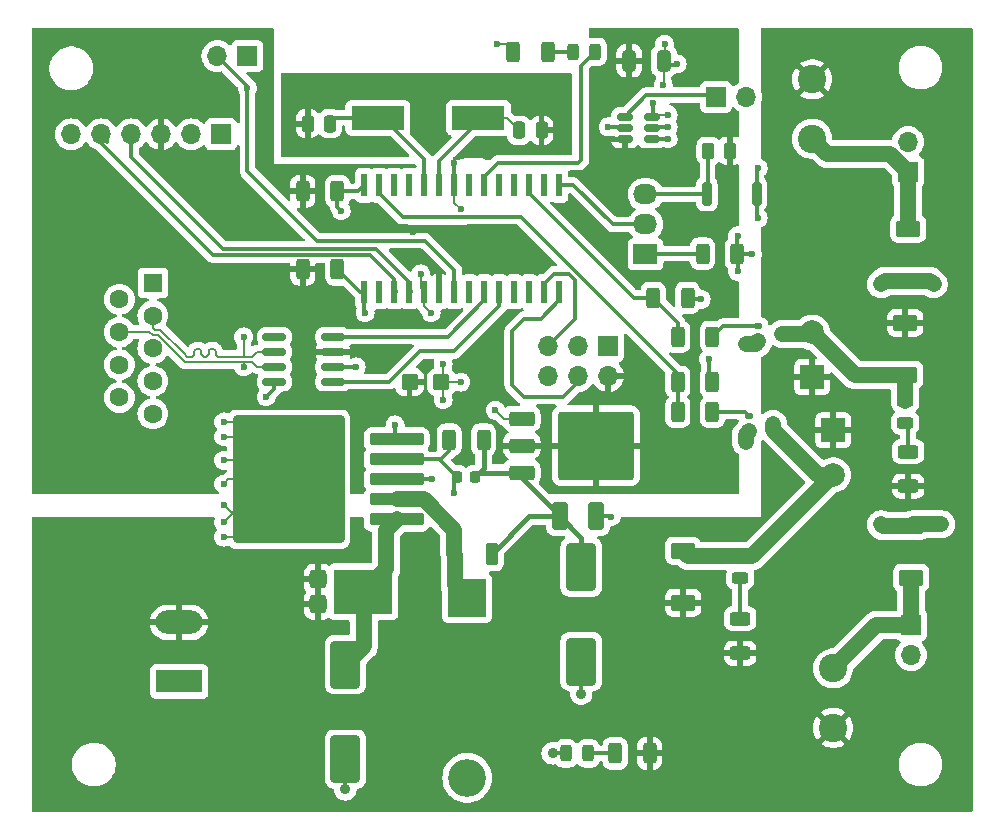
<source format=gbr>
%TF.GenerationSoftware,KiCad,Pcbnew,8.0.9*%
%TF.CreationDate,2025-04-23T13:20:28+02:00*%
%TF.ProjectId,Dijous_D_Combustible,44696a6f-7573-45f4-945f-436f6d627573,rev?*%
%TF.SameCoordinates,Original*%
%TF.FileFunction,Copper,L1,Top*%
%TF.FilePolarity,Positive*%
%FSLAX46Y46*%
G04 Gerber Fmt 4.6, Leading zero omitted, Abs format (unit mm)*
G04 Created by KiCad (PCBNEW 8.0.9) date 2025-04-23 13:20:28*
%MOMM*%
%LPD*%
G01*
G04 APERTURE LIST*
G04 Aperture macros list*
%AMRoundRect*
0 Rectangle with rounded corners*
0 $1 Rounding radius*
0 $2 $3 $4 $5 $6 $7 $8 $9 X,Y pos of 4 corners*
0 Add a 4 corners polygon primitive as box body*
4,1,4,$2,$3,$4,$5,$6,$7,$8,$9,$2,$3,0*
0 Add four circle primitives for the rounded corners*
1,1,$1+$1,$2,$3*
1,1,$1+$1,$4,$5*
1,1,$1+$1,$6,$7*
1,1,$1+$1,$8,$9*
0 Add four rect primitives between the rounded corners*
20,1,$1+$1,$2,$3,$4,$5,0*
20,1,$1+$1,$4,$5,$6,$7,0*
20,1,$1+$1,$6,$7,$8,$9,0*
20,1,$1+$1,$8,$9,$2,$3,0*%
G04 Aperture macros list end*
%TA.AperFunction,SMDPad,CuDef*%
%ADD10RoundRect,0.250000X-0.850000X-0.350000X0.850000X-0.350000X0.850000X0.350000X-0.850000X0.350000X0*%
%TD*%
%TA.AperFunction,SMDPad,CuDef*%
%ADD11RoundRect,0.249997X-2.950003X-2.650003X2.950003X-2.650003X2.950003X2.650003X-2.950003X2.650003X0*%
%TD*%
%TA.AperFunction,SMDPad,CuDef*%
%ADD12RoundRect,0.250000X0.800000X-0.450000X0.800000X0.450000X-0.800000X0.450000X-0.800000X-0.450000X0*%
%TD*%
%TA.AperFunction,SMDPad,CuDef*%
%ADD13RoundRect,0.250000X-0.325000X-0.650000X0.325000X-0.650000X0.325000X0.650000X-0.325000X0.650000X0*%
%TD*%
%TA.AperFunction,SMDPad,CuDef*%
%ADD14R,0.558000X1.969999*%
%TD*%
%TA.AperFunction,ComponentPad*%
%ADD15R,3.200000X3.200000*%
%TD*%
%TA.AperFunction,ComponentPad*%
%ADD16O,3.200000X3.200000*%
%TD*%
%TA.AperFunction,SMDPad,CuDef*%
%ADD17RoundRect,0.243750X-0.243750X-0.456250X0.243750X-0.456250X0.243750X0.456250X-0.243750X0.456250X0*%
%TD*%
%TA.AperFunction,SMDPad,CuDef*%
%ADD18RoundRect,0.250000X-0.412500X-0.925000X0.412500X-0.925000X0.412500X0.925000X-0.412500X0.925000X0*%
%TD*%
%TA.AperFunction,SMDPad,CuDef*%
%ADD19RoundRect,0.250000X-0.800000X0.450000X-0.800000X-0.450000X0.800000X-0.450000X0.800000X0.450000X0*%
%TD*%
%TA.AperFunction,SMDPad,CuDef*%
%ADD20RoundRect,0.112500X-0.237500X0.112500X-0.237500X-0.112500X0.237500X-0.112500X0.237500X0.112500X0*%
%TD*%
%TA.AperFunction,SMDPad,CuDef*%
%ADD21RoundRect,0.250000X-0.312500X-0.625000X0.312500X-0.625000X0.312500X0.625000X-0.312500X0.625000X0*%
%TD*%
%TA.AperFunction,SMDPad,CuDef*%
%ADD22RoundRect,0.225000X-0.225000X-0.250000X0.225000X-0.250000X0.225000X0.250000X-0.225000X0.250000X0*%
%TD*%
%TA.AperFunction,SMDPad,CuDef*%
%ADD23RoundRect,0.250000X-0.250000X-0.475000X0.250000X-0.475000X0.250000X0.475000X-0.250000X0.475000X0*%
%TD*%
%TA.AperFunction,SMDPad,CuDef*%
%ADD24RoundRect,0.243750X-0.456250X0.243750X-0.456250X-0.243750X0.456250X-0.243750X0.456250X0.243750X0*%
%TD*%
%TA.AperFunction,SMDPad,CuDef*%
%ADD25RoundRect,0.250000X0.312500X0.625000X-0.312500X0.625000X-0.312500X-0.625000X0.312500X-0.625000X0*%
%TD*%
%TA.AperFunction,SMDPad,CuDef*%
%ADD26RoundRect,0.250000X0.625000X-0.312500X0.625000X0.312500X-0.625000X0.312500X-0.625000X-0.312500X0*%
%TD*%
%TA.AperFunction,ComponentPad*%
%ADD27R,1.700000X1.700000*%
%TD*%
%TA.AperFunction,ComponentPad*%
%ADD28O,1.700000X1.700000*%
%TD*%
%TA.AperFunction,SMDPad,CuDef*%
%ADD29RoundRect,0.150000X0.825000X0.150000X-0.825000X0.150000X-0.825000X-0.150000X0.825000X-0.150000X0*%
%TD*%
%TA.AperFunction,SMDPad,CuDef*%
%ADD30RoundRect,0.250000X2.050000X0.300000X-2.050000X0.300000X-2.050000X-0.300000X2.050000X-0.300000X0*%
%TD*%
%TA.AperFunction,SMDPad,CuDef*%
%ADD31RoundRect,0.250002X4.449998X5.149998X-4.449998X5.149998X-4.449998X-5.149998X4.449998X-5.149998X0*%
%TD*%
%TA.AperFunction,ComponentPad*%
%ADD32R,2.030000X1.730000*%
%TD*%
%TA.AperFunction,ComponentPad*%
%ADD33O,2.030000X1.730000*%
%TD*%
%TA.AperFunction,SMDPad,CuDef*%
%ADD34RoundRect,0.200000X-0.200000X-0.800000X0.200000X-0.800000X0.200000X0.800000X-0.200000X0.800000X0*%
%TD*%
%TA.AperFunction,ComponentPad*%
%ADD35C,2.400000*%
%TD*%
%TA.AperFunction,ComponentPad*%
%ADD36R,2.000000X2.000000*%
%TD*%
%TA.AperFunction,ComponentPad*%
%ADD37C,2.000000*%
%TD*%
%TA.AperFunction,SMDPad,CuDef*%
%ADD38RoundRect,0.250000X0.262500X0.450000X-0.262500X0.450000X-0.262500X-0.450000X0.262500X-0.450000X0*%
%TD*%
%TA.AperFunction,SMDPad,CuDef*%
%ADD39R,4.500000X2.000000*%
%TD*%
%TA.AperFunction,SMDPad,CuDef*%
%ADD40RoundRect,0.250000X-1.000000X1.750000X-1.000000X-1.750000X1.000000X-1.750000X1.000000X1.750000X0*%
%TD*%
%TA.AperFunction,SMDPad,CuDef*%
%ADD41RoundRect,0.250000X0.275000X0.700000X-0.275000X0.700000X-0.275000X-0.700000X0.275000X-0.700000X0*%
%TD*%
%TA.AperFunction,ComponentPad*%
%ADD42R,1.600000X1.600000*%
%TD*%
%TA.AperFunction,ComponentPad*%
%ADD43C,1.600000*%
%TD*%
%TA.AperFunction,SMDPad,CuDef*%
%ADD44RoundRect,0.150000X-0.512500X-0.150000X0.512500X-0.150000X0.512500X0.150000X-0.512500X0.150000X0*%
%TD*%
%TA.AperFunction,SMDPad,CuDef*%
%ADD45RoundRect,0.360000X0.360000X0.440000X-0.360000X0.440000X-0.360000X-0.440000X0.360000X-0.440000X0*%
%TD*%
%TA.AperFunction,SMDPad,CuDef*%
%ADD46R,4.960000X3.800000*%
%TD*%
%TA.AperFunction,SMDPad,CuDef*%
%ADD47RoundRect,0.250000X-0.450000X-0.425000X0.450000X-0.425000X0.450000X0.425000X-0.450000X0.425000X0*%
%TD*%
%TA.AperFunction,ComponentPad*%
%ADD48R,3.960000X1.980000*%
%TD*%
%TA.AperFunction,ComponentPad*%
%ADD49O,3.960000X1.980000*%
%TD*%
%TA.AperFunction,ViaPad*%
%ADD50C,0.600000*%
%TD*%
%TA.AperFunction,ViaPad*%
%ADD51C,0.900000*%
%TD*%
%TA.AperFunction,Conductor*%
%ADD52C,0.300000*%
%TD*%
%TA.AperFunction,Conductor*%
%ADD53C,0.200000*%
%TD*%
%TA.AperFunction,Conductor*%
%ADD54C,1.380000*%
%TD*%
%TA.AperFunction,Conductor*%
%ADD55C,0.400000*%
%TD*%
G04 APERTURE END LIST*
D10*
%TO.P,U4,1,GND*%
%TO.N,GND*%
X170220000Y-104720000D03*
%TO.P,U4,2,VO*%
%TO.N,+5V*%
X170220000Y-107000000D03*
D11*
X176520000Y-107000000D03*
D10*
%TO.P,U4,3,VI*%
%TO.N,Vin_LDO*%
X170220000Y-109280000D03*
%TD*%
D12*
%TO.P,D10,1,K*%
%TO.N,Bomba_combustible*%
X203200000Y-118192000D03*
%TO.P,D10,2,A*%
%TO.N,GNDPWR*%
X203200000Y-113792000D03*
%TD*%
D13*
%TO.P,C11,1*%
%TO.N,+5V*%
X179324000Y-74422000D03*
%TO.P,C11,2*%
%TO.N,GND*%
X182274000Y-74422000D03*
%TD*%
D14*
%TO.P,U3,1,\u002AMCLR/VPP*%
%TO.N,Net-(JP1-C)*%
X173405000Y-84948800D03*
%TO.P,U3,2,RA0/AN0/CVREF*%
%TO.N,unconnected-(U3A-RA0{slash}AN0{slash}CVREF-Pad2)*%
X172135000Y-84948800D03*
%TO.P,U3,3,RA1/AN1*%
%TO.N,R_Dip\u00F2sit*%
X170865000Y-84948800D03*
%TO.P,U3,4,RA2/AN2/VREF-*%
%TO.N,unconnected-(U3A-RA2{slash}AN2{slash}VREF--Pad4)*%
X169595000Y-84948800D03*
%TO.P,U3,5,RA3/AN3/VREF+*%
%TO.N,unconnected-(U3A-RA3{slash}AN3{slash}VREF+-Pad5)*%
X168325000Y-84948800D03*
%TO.P,U3,6,RA4/T0CKI*%
%TO.N,LED_pneumatics*%
X167055000Y-84948800D03*
%TO.P,U3,7,RA5/AN4/\u002ASS/LVDIN*%
%TO.N,unconnected-(U3A-RA5{slash}AN4{slash}\u002ASS{slash}LVDIN-Pad7)*%
X165785000Y-84948800D03*
%TO.P,U3,8,VSS*%
%TO.N,GND*%
X164515000Y-84948800D03*
%TO.P,U3,9,OSC1/CLKI*%
%TO.N,/OSC1*%
X163245000Y-84948800D03*
%TO.P,U3,10,OSC2/CLKO/RA6*%
%TO.N,/OSC2*%
X161975000Y-84948800D03*
%TO.P,U3,11,RC0/T1OSO/T1CK1*%
%TO.N,unconnected-(U3A-RC0{slash}T1OSO{slash}T1CK1-Pad11)*%
X160705000Y-84948800D03*
%TO.P,U3,12,RC1/T1OSI*%
%TO.N,unconnected-(U3A-RC1{slash}T1OSI-Pad12)*%
X159435000Y-84948800D03*
%TO.P,U3,13,RC2/CCP1*%
%TO.N,R_Bomba*%
X158165000Y-84948800D03*
%TO.P,U3,14,RC3/SCK/SCL*%
%TO.N,SCL*%
X156895000Y-84948800D03*
%TO.P,U3,15,RC4/SDI/SDA*%
%TO.N,SCA*%
X156895000Y-93991200D03*
%TO.P,U3,16,RC5/SDO*%
%TO.N,unconnected-(U3A-RC5{slash}SDO-Pad16)*%
X158165000Y-93991200D03*
%TO.P,U3,17,RC6/TX/CK*%
%TO.N,RXD*%
X159435000Y-93991200D03*
%TO.P,U3,18,RC7/RX/DT*%
%TO.N,TXD*%
X160705000Y-93991200D03*
%TO.P,U3,19,VSS*%
%TO.N,GND*%
X161975000Y-93991200D03*
%TO.P,U3,20,VDD*%
%TO.N,+5V*%
X163245000Y-93991200D03*
%TO.P,U3,21,RB0/INT0*%
%TO.N,Boto*%
X164515000Y-93991200D03*
%TO.P,U3,22,RB1/INT1*%
%TO.N,unconnected-(U3A-RB1{slash}INT1-Pad22)*%
X165785000Y-93991200D03*
%TO.P,U3,23,RB2/CANTX/INT2*%
%TO.N,CANRX*%
X167055000Y-93991200D03*
%TO.P,U3,24,RB3/CANRX*%
%TO.N,CANTX*%
X168325000Y-93991200D03*
%TO.P,U3,25,RB4*%
%TO.N,unconnected-(U3A-RB4-Pad25)*%
X169595000Y-93991200D03*
%TO.P,U3,26,RB5/PGM*%
%TO.N,unconnected-(U3A-RB5{slash}PGM-Pad26)*%
X170865000Y-93991200D03*
%TO.P,U3,27,RB6/PGC*%
%TO.N,PGC*%
X172135000Y-93991200D03*
%TO.P,U3,28,RB7/PGD*%
%TO.N,PGD*%
X173405000Y-93991200D03*
%TD*%
D15*
%TO.P,D2,1,K*%
%TO.N,Vout_Buck*%
X165608000Y-119888000D03*
D16*
%TO.P,D2,2,A*%
%TO.N,GNDPWR*%
X165608000Y-135128000D03*
%TD*%
D17*
%TO.P,D4,1,K*%
%TO.N,Net-(D4-K)*%
X174576500Y-73660000D03*
%TO.P,D4,2,A*%
%TO.N,LED_pneumatics*%
X176451500Y-73660000D03*
%TD*%
D18*
%TO.P,C8,1*%
%TO.N,Vin_LDO*%
X173462500Y-113000000D03*
%TO.P,C8,2*%
%TO.N,GND*%
X176537500Y-113000000D03*
%TD*%
D19*
%TO.P,D9,1,K*%
%TO.N,Solenoide*%
X202946000Y-88646000D03*
%TO.P,D9,2,A*%
%TO.N,GNDPWR*%
X202946000Y-93046000D03*
%TD*%
D20*
%TO.P,Q1,1,B*%
%TO.N,Net-(Q1-B)*%
X189500000Y-104506000D03*
%TO.P,Q1,2,E*%
%TO.N,GNDPWR*%
X189500000Y-105806000D03*
%TO.P,Q1,3,C*%
%TO.N,Retorn_sol*%
X191500000Y-105156000D03*
%TD*%
D21*
%TO.P,R9,1*%
%TO.N,+5V*%
X151699500Y-92075000D03*
%TO.P,R9,2*%
%TO.N,SCA*%
X154624500Y-92075000D03*
%TD*%
D17*
%TO.P,D3,1,K*%
%TO.N,GNDPWR*%
X173975000Y-133062500D03*
%TO.P,D3,2,A*%
%TO.N,Net-(D3-A)*%
X175850000Y-133062500D03*
%TD*%
D19*
%TO.P,D8,1,K*%
%TO.N,Vbat*%
X202692000Y-96606000D03*
%TO.P,D8,2,A*%
%TO.N,Retorn_dip*%
X202692000Y-101006000D03*
%TD*%
D22*
%TO.P,C6,1*%
%TO.N,Net-(U2-FB)*%
X164725000Y-109650000D03*
%TO.P,C6,2*%
%TO.N,Vin_LDO*%
X166275000Y-109650000D03*
%TD*%
D21*
%TO.P,R10,1*%
%TO.N,+5V*%
X151699500Y-85471000D03*
%TO.P,R10,2*%
%TO.N,SCL*%
X154624500Y-85471000D03*
%TD*%
%TO.P,R14,1*%
%TO.N,R_Bomba*%
X183449500Y-101600000D03*
%TO.P,R14,2*%
%TO.N,GND*%
X186374500Y-101600000D03*
%TD*%
D23*
%TO.P,C5,1*%
%TO.N,GND*%
X152100000Y-79756000D03*
%TO.P,C5,2*%
%TO.N,/OSC2*%
X154000000Y-79756000D03*
%TD*%
D24*
%TO.P,D7,1,K*%
%TO.N,Retorn_dip*%
X202692000Y-103202500D03*
%TO.P,D7,2,A*%
%TO.N,Net-(D7-A)*%
X202692000Y-105077500D03*
%TD*%
D21*
%TO.P,R7,1*%
%TO.N,MCLR*%
X185537500Y-90750000D03*
%TO.P,R7,2*%
%TO.N,GND*%
X188462500Y-90750000D03*
%TD*%
D25*
%TO.P,R11,1*%
%TO.N,Vbat*%
X181062500Y-133062500D03*
%TO.P,R11,2*%
%TO.N,Net-(D3-A)*%
X178137500Y-133062500D03*
%TD*%
D20*
%TO.P,Q2,1,B*%
%TO.N,Net-(Q2-B)*%
X190262000Y-96886000D03*
%TO.P,Q2,2,E*%
%TO.N,GNDPWR*%
X190262000Y-98186000D03*
%TO.P,Q2,3,C*%
%TO.N,Retorn_dip*%
X192262000Y-97536000D03*
%TD*%
D26*
%TO.P,R16,1*%
%TO.N,Vbat*%
X202946000Y-110428500D03*
%TO.P,R16,2*%
%TO.N,Net-(D7-A)*%
X202946000Y-107503500D03*
%TD*%
D27*
%TO.P,J6,1,Pin_1*%
%TO.N,Solenoide*%
X202946000Y-83820000D03*
D28*
%TO.P,J6,2,Pin_2*%
%TO.N,GNDPWR*%
X202946000Y-81280000D03*
%TD*%
D21*
%TO.P,R6,1*%
%TO.N,Net-(U2-FB)*%
X164075000Y-106500000D03*
%TO.P,R6,2*%
%TO.N,Vin_LDO*%
X167000000Y-106500000D03*
%TD*%
D12*
%TO.P,D6,1,K*%
%TO.N,Vbat*%
X183896000Y-120310000D03*
%TO.P,D6,2,A*%
%TO.N,Retorn_sol*%
X183896000Y-115910000D03*
%TD*%
D29*
%TO.P,U1,1,TXD*%
%TO.N,CANTX*%
X154240000Y-101600000D03*
%TO.P,U1,2,VSS*%
%TO.N,GND*%
X154240000Y-100330000D03*
%TO.P,U1,3,VDD*%
%TO.N,+5V*%
X154240000Y-99060000D03*
%TO.P,U1,4,RXD*%
%TO.N,CANRX*%
X154240000Y-97790000D03*
%TO.P,U1,5,NC*%
%TO.N,unconnected-(U1-NC-Pad5)*%
X149290000Y-97790000D03*
%TO.P,U1,6,CANL*%
%TO.N,/Can-*%
X149290000Y-99060000D03*
%TO.P,U1,7,CANH*%
%TO.N,/Can+*%
X149290000Y-100330000D03*
%TO.P,U1,8,S*%
%TO.N,Net-(U1-S)*%
X149290000Y-101600000D03*
%TD*%
D30*
%TO.P,U2,1,VIN*%
%TO.N,Vin_Buck*%
X159645000Y-113255000D03*
%TO.P,U2,2,OUT*%
%TO.N,Vout_Buck*%
X159645000Y-111555000D03*
%TO.P,U2,3,GND*%
%TO.N,GNDPWR*%
X159645000Y-109855000D03*
D31*
X150495000Y-109855000D03*
D30*
%TO.P,U2,4,FB*%
%TO.N,Net-(U2-FB)*%
X159645000Y-108155000D03*
%TO.P,U2,5,~{ON}/OFF*%
%TO.N,GNDPWR*%
X159645000Y-106455000D03*
%TD*%
D21*
%TO.P,R17,1*%
%TO.N,R_Dip\u00F2sit*%
X181356000Y-94488000D03*
%TO.P,R17,2*%
%TO.N,GND*%
X184281000Y-94488000D03*
%TD*%
D27*
%TO.P,J8,1,Pin_1*%
%TO.N,GND*%
X144780000Y-80645000D03*
D28*
%TO.P,J8,2,Pin_2*%
%TO.N,unconnected-(J8-Pin_2-Pad2)*%
X142240000Y-80645000D03*
%TO.P,J8,3,Pin_3*%
%TO.N,+5V*%
X139700000Y-80645000D03*
%TO.P,J8,4,Pin_4*%
%TO.N,TXD*%
X137160000Y-80645000D03*
%TO.P,J8,5,Pin_5*%
%TO.N,RXD*%
X134620000Y-80645000D03*
%TO.P,J8,6,Pin_6*%
%TO.N,unconnected-(J8-Pin_6-Pad6)*%
X132080000Y-80645000D03*
%TD*%
D32*
%TO.P,JP1,1,A*%
%TO.N,MCLR*%
X180705000Y-90805000D03*
D33*
%TO.P,JP1,2,C*%
%TO.N,Net-(JP1-C)*%
X180705000Y-88265000D03*
%TO.P,JP1,3,B*%
%TO.N,Net-(JP1-B)*%
X180705000Y-85725000D03*
%TD*%
D25*
%TO.P,R12,1*%
%TO.N,Net-(D4-K)*%
X172416000Y-73660000D03*
%TO.P,R12,2*%
%TO.N,GND*%
X169491000Y-73660000D03*
%TD*%
D34*
%TO.P,SW1,1,1*%
%TO.N,Net-(JP1-B)*%
X185905000Y-85670000D03*
%TO.P,SW1,2,2*%
%TO.N,GND*%
X190105000Y-85670000D03*
%TD*%
D35*
%TO.P,K2,13*%
%TO.N,Solenoide*%
X194818000Y-81026000D03*
%TO.P,K2,14*%
%TO.N,Vbat*%
X194818000Y-75986000D03*
D36*
%TO.P,K2,A1*%
X194818000Y-101186000D03*
D37*
%TO.P,K2,A2*%
%TO.N,Retorn_dip*%
X194818000Y-97406000D03*
%TD*%
D38*
%TO.P,R19,1*%
%TO.N,+5V*%
X187856500Y-82042000D03*
%TO.P,R19,2*%
%TO.N,Net-(JP1-B)*%
X186031500Y-82042000D03*
%TD*%
D24*
%TO.P,D5,1,K*%
%TO.N,Retorn_sol*%
X188722000Y-116332000D03*
%TO.P,D5,2,A*%
%TO.N,Net-(D5-A)*%
X188722000Y-118207000D03*
%TD*%
D27*
%TO.P,J7,1,Pin_1*%
%TO.N,Nivell_combustible*%
X186685000Y-77470000D03*
D28*
%TO.P,J7,2,Pin_2*%
%TO.N,GND*%
X189225000Y-77470000D03*
%TD*%
D39*
%TO.P,Y1,1,1*%
%TO.N,/OSC1*%
X166556000Y-79248000D03*
%TO.P,Y1,2,2*%
%TO.N,/OSC2*%
X158056000Y-79248000D03*
%TD*%
D40*
%TO.P,C2,1*%
%TO.N,Vin_Buck*%
X155305000Y-125540000D03*
%TO.P,C2,2*%
%TO.N,GNDPWR*%
X155305000Y-133540000D03*
%TD*%
D41*
%TO.P,L1,1,1*%
%TO.N,Vin_LDO*%
X167675000Y-116205000D03*
%TO.P,L1,2,2*%
%TO.N,Vout_Buck*%
X164525000Y-116205000D03*
%TD*%
D27*
%TO.P,J2,1,Pin_1*%
%TO.N,GND*%
X147000000Y-74000000D03*
D28*
%TO.P,J2,2,Pin_2*%
%TO.N,Boto*%
X144460000Y-74000000D03*
%TD*%
D21*
%TO.P,R15,1*%
%TO.N,R_Bomba*%
X183449500Y-104140000D03*
%TO.P,R15,2*%
%TO.N,Net-(Q1-B)*%
X186374500Y-104140000D03*
%TD*%
D40*
%TO.P,C7,1*%
%TO.N,Vin_LDO*%
X175260000Y-117285000D03*
%TO.P,C7,2*%
%TO.N,GNDPWR*%
X175260000Y-125285000D03*
%TD*%
D21*
%TO.P,R18,1*%
%TO.N,R_Dip\u00F2sit*%
X183449500Y-97790000D03*
%TO.P,R18,2*%
%TO.N,Net-(Q2-B)*%
X186374500Y-97790000D03*
%TD*%
D27*
%TO.P,J5,1,Pin_1*%
%TO.N,Bomba_combustible*%
X203200000Y-122192000D03*
D28*
%TO.P,J5,2,Pin_2*%
%TO.N,GNDPWR*%
X203200000Y-124732000D03*
%TD*%
D27*
%TO.P,J3,1,Pin_1*%
%TO.N,MCLR*%
X177546000Y-98552000D03*
D28*
%TO.P,J3,2,Pin_2*%
%TO.N,+5V*%
X177546000Y-101092000D03*
%TO.P,J3,3,Pin_3*%
%TO.N,GND*%
X175006000Y-98552000D03*
%TO.P,J3,4,Pin_4*%
%TO.N,PGD*%
X175006000Y-101092000D03*
%TO.P,J3,5,Pin_5*%
%TO.N,PGC*%
X172466000Y-98552000D03*
%TO.P,J3,6,Pin_6*%
%TO.N,unconnected-(J3-Pin_6-Pad6)*%
X172466000Y-101092000D03*
%TD*%
D23*
%TO.P,C3,1*%
%TO.N,/OSC1*%
X170005000Y-80300000D03*
%TO.P,C3,2*%
%TO.N,GND*%
X171905000Y-80300000D03*
%TD*%
D35*
%TO.P,K1,13*%
%TO.N,Bomba_combustible*%
X196596000Y-125854000D03*
%TO.P,K1,14*%
%TO.N,Vbat*%
X196596000Y-130894000D03*
D36*
%TO.P,K1,A1*%
X196596000Y-105694000D03*
D37*
%TO.P,K1,A2*%
%TO.N,Retorn_sol*%
X196596000Y-109474000D03*
%TD*%
D42*
%TO.P,J4,1,1*%
%TO.N,unconnected-(J4-Pad1)*%
X139000000Y-93230000D03*
D43*
%TO.P,J4,2,2*%
%TO.N,/Can-*%
X139000000Y-96000000D03*
%TO.P,J4,3,3*%
%TO.N,unconnected-(J4-Pad3)*%
X139000000Y-98770000D03*
%TO.P,J4,4,4*%
%TO.N,unconnected-(J4-Pad4)*%
X139000000Y-101540000D03*
%TO.P,J4,5,5*%
%TO.N,unconnected-(J4-Pad5)*%
X139000000Y-104310000D03*
%TO.P,J4,6,6*%
%TO.N,unconnected-(J4-Pad6)*%
X136160000Y-94615000D03*
%TO.P,J4,7,7*%
%TO.N,/Can+*%
X136160000Y-97385000D03*
%TO.P,J4,8,8*%
%TO.N,unconnected-(J4-Pad8)*%
X136160000Y-100155000D03*
%TO.P,J4,9,9*%
%TO.N,unconnected-(J4-Pad9)*%
X136160000Y-102925000D03*
%TD*%
D44*
%TO.P,U5,1,VOUT*%
%TO.N,Nivell_combustible*%
X178948500Y-79141000D03*
%TO.P,U5,2,VSS*%
%TO.N,GND*%
X178948500Y-80091000D03*
%TO.P,U5,3,VDD*%
%TO.N,+5V*%
X178948500Y-81041000D03*
%TO.P,U5,4,SDA*%
%TO.N,SCA*%
X181223500Y-81041000D03*
%TO.P,U5,5,SCL*%
%TO.N,SCL*%
X181223500Y-80091000D03*
%TO.P,U5,6,A0*%
%TO.N,GND*%
X181223500Y-79141000D03*
%TD*%
D45*
%TO.P,D1,1,A*%
%TO.N,Vbat*%
X153000000Y-118315000D03*
%TO.P,D1,2,A*%
X153000000Y-120445000D03*
D46*
%TO.P,D1,3,K*%
%TO.N,Vin_Buck*%
X156800000Y-119380000D03*
%TD*%
D26*
%TO.P,R13,1*%
%TO.N,Vbat*%
X188722000Y-124574000D03*
%TO.P,R13,2*%
%TO.N,Net-(D5-A)*%
X188722000Y-121649000D03*
%TD*%
D47*
%TO.P,C10,1*%
%TO.N,+5V*%
X160726000Y-101624000D03*
%TO.P,C10,2*%
%TO.N,GND*%
X163426000Y-101624000D03*
%TD*%
D48*
%TO.P,J1,1,Pin_1*%
%TO.N,GNDPWR*%
X141224000Y-126971000D03*
D49*
%TO.P,J1,2,Pin_2*%
%TO.N,Vbat*%
X141224000Y-121971000D03*
%TD*%
D50*
%TO.N,+5V*%
X161036000Y-88900000D03*
X156210000Y-99060000D03*
X163245000Y-92202000D03*
%TO.N,GND*%
X172974000Y-75946000D03*
X154940000Y-75946000D03*
X182626000Y-78994000D03*
X165735000Y-75946000D03*
X188500000Y-92250000D03*
X190250000Y-87750000D03*
X189750000Y-90750000D03*
X190250000Y-83500000D03*
X173990000Y-79375000D03*
X150495000Y-78105000D03*
X177800000Y-113030000D03*
X168000000Y-104000000D03*
X163195000Y-75946000D03*
X157988000Y-75946000D03*
X151130000Y-75946000D03*
X161925000Y-75946000D03*
X173990000Y-76835000D03*
X165100000Y-87010000D03*
X170180000Y-75946000D03*
X173990000Y-78105000D03*
X163576000Y-100076000D03*
X168148000Y-73025000D03*
X173990000Y-80645000D03*
X167005000Y-75946000D03*
X161671000Y-92456000D03*
X188500000Y-89250000D03*
X150495000Y-81915000D03*
X182196000Y-76454000D03*
X156210000Y-100330000D03*
X186055000Y-99695000D03*
X182323000Y-73025000D03*
X150495000Y-79375000D03*
X150495000Y-80645000D03*
X160655000Y-75946000D03*
X181356000Y-77963500D03*
X163576000Y-103124000D03*
X150495000Y-76835000D03*
X164465000Y-83058000D03*
X165076000Y-101624000D03*
X171450000Y-75946000D03*
X162560000Y-95758000D03*
X164465000Y-75946000D03*
X153670000Y-75946000D03*
X183388000Y-74676000D03*
X168275000Y-75946000D03*
X156464000Y-75946000D03*
X173990000Y-81915000D03*
X152400000Y-75946000D03*
X159385000Y-75946000D03*
X185420000Y-94615000D03*
X177546000Y-80010000D03*
%TO.N,Net-(U2-FB)*%
X164500000Y-111000000D03*
D51*
%TO.N,GNDPWR*%
X175260000Y-128016000D03*
D50*
X145000000Y-108250000D03*
X145000000Y-106250000D03*
X145000000Y-112000000D03*
X162600000Y-109800000D03*
D51*
X200660000Y-113665000D03*
X200660000Y-93345000D03*
D50*
X145000000Y-114750000D03*
D51*
X205740000Y-113665000D03*
D50*
X145000000Y-113500000D03*
D51*
X155300000Y-136100000D03*
D50*
X145000000Y-105000000D03*
X159500000Y-105250000D03*
D51*
X205105000Y-93345000D03*
D50*
X145000000Y-110250000D03*
D51*
X172850000Y-133062500D03*
D50*
X189230000Y-98425000D03*
X189230000Y-106680000D03*
%TO.N,Boto*%
X147000000Y-76708000D03*
%TO.N,Net-(U1-S)*%
X148590000Y-102870000D03*
%TO.N,SCA*%
X156972000Y-95758000D03*
X182626000Y-81026000D03*
%TO.N,SCL*%
X154940000Y-87122000D03*
X182626000Y-80010000D03*
%TO.N,/Can-*%
X146685000Y-97790000D03*
%TO.N,/Can+*%
X146685000Y-100330000D03*
%TD*%
D52*
%TO.N,+5V*%
X156210000Y-99060000D02*
X154240000Y-99060000D01*
X163245000Y-92202000D02*
X163245000Y-93991200D01*
D53*
%TO.N,GND*%
X163576000Y-103124000D02*
X163576000Y-101774000D01*
X164515000Y-84948800D02*
X164515000Y-86425000D01*
X182196000Y-76454000D02*
X182274000Y-76376000D01*
D52*
X189750000Y-90750000D02*
X188462500Y-90750000D01*
D53*
X161671000Y-92456000D02*
X161671000Y-93687200D01*
X168720000Y-104720000D02*
X170220000Y-104720000D01*
X182655000Y-74803000D02*
X182274000Y-74422000D01*
D52*
X188462500Y-90750000D02*
X188462500Y-89287500D01*
D53*
X163576000Y-101774000D02*
X163426000Y-101624000D01*
D52*
X181356000Y-77963500D02*
X181356000Y-78994000D01*
D53*
X170250000Y-104690000D02*
X170220000Y-104720000D01*
X161671000Y-93687200D02*
X161975000Y-93991200D01*
X168000000Y-104000000D02*
X168720000Y-104720000D01*
D52*
X177546000Y-80010000D02*
X178867500Y-80010000D01*
X184408000Y-94615000D02*
X184281000Y-94488000D01*
D53*
X168148000Y-73025000D02*
X169450000Y-73025000D01*
D52*
X188500000Y-92250000D02*
X188500000Y-90787500D01*
D53*
X163576000Y-101474000D02*
X163426000Y-101624000D01*
D52*
X183466000Y-74803000D02*
X182655000Y-74803000D01*
D53*
X190250000Y-83500000D02*
X190105000Y-83645000D01*
D52*
X185420000Y-94615000D02*
X184408000Y-94615000D01*
D53*
X164465000Y-84998800D02*
X164515000Y-84948800D01*
D52*
X177770000Y-113000000D02*
X177800000Y-113030000D01*
D53*
X182274000Y-76376000D02*
X182274000Y-74422000D01*
X190250000Y-87750000D02*
X190105000Y-87605000D01*
X181356000Y-79008500D02*
X181223500Y-79141000D01*
D52*
X154240000Y-100330000D02*
X156210000Y-100330000D01*
D53*
X164515000Y-86425000D02*
X165100000Y-87010000D01*
X188462500Y-89287500D02*
X188500000Y-89250000D01*
X190435000Y-86000000D02*
X190105000Y-85670000D01*
X182323000Y-73025000D02*
X182323000Y-74373000D01*
D52*
X186055000Y-101280500D02*
X186374500Y-101600000D01*
D53*
X172055000Y-80450000D02*
X171905000Y-80300000D01*
X161975000Y-95173000D02*
X161975000Y-93991200D01*
X182323000Y-74373000D02*
X182274000Y-74422000D01*
X164515000Y-83108000D02*
X164465000Y-83058000D01*
D52*
X190105000Y-87605000D02*
X190105000Y-85670000D01*
D53*
X162560000Y-95758000D02*
X161975000Y-95173000D01*
D52*
X186055000Y-99695000D02*
X186055000Y-101280500D01*
D53*
X181370500Y-78994000D02*
X181223500Y-79141000D01*
X188500000Y-90787500D02*
X188462500Y-90750000D01*
D52*
X176537500Y-113000000D02*
X177770000Y-113000000D01*
D53*
X165076000Y-101624000D02*
X163426000Y-101624000D01*
X182626000Y-78994000D02*
X181370500Y-78994000D01*
D52*
X190105000Y-83645000D02*
X190105000Y-85670000D01*
X164515000Y-84948800D02*
X164515000Y-83108000D01*
D53*
X163576000Y-100124000D02*
X163576000Y-101474000D01*
X178867500Y-80010000D02*
X178948500Y-80091000D01*
D52*
%TO.N,/OSC1*%
X163245000Y-84948800D02*
X163245000Y-82881000D01*
D53*
X170005000Y-80300000D02*
X168953000Y-79248000D01*
D52*
X163245000Y-82881000D02*
X166243000Y-79883000D01*
D53*
X168953000Y-79248000D02*
X166556000Y-79248000D01*
X166243000Y-79883000D02*
X166243000Y-79815000D01*
D52*
%TO.N,/OSC2*%
X154000000Y-79756000D02*
X154508000Y-79248000D01*
X154508000Y-79248000D02*
X158056000Y-79248000D01*
X161975000Y-82727000D02*
X158496000Y-79248000D01*
X158496000Y-79248000D02*
X158056000Y-79248000D01*
D53*
X158056000Y-79883000D02*
X158056000Y-79248000D01*
D52*
X161975000Y-84948800D02*
X161975000Y-82727000D01*
D53*
X157548000Y-79756000D02*
X158056000Y-79248000D01*
%TO.N,Net-(U2-FB)*%
X164075000Y-106500000D02*
X164075000Y-107425000D01*
D52*
X164500000Y-111000000D02*
X164500000Y-109875000D01*
X163230000Y-108155000D02*
X159645000Y-108155000D01*
X164075000Y-107425000D02*
X163287500Y-108212500D01*
D53*
X164500000Y-109875000D02*
X164725000Y-109650000D01*
D52*
X164725000Y-109650000D02*
X163287500Y-108212500D01*
D53*
X163287500Y-108212500D02*
X163230000Y-108155000D01*
D52*
%TO.N,Net-(D3-A)*%
X175850000Y-133062500D02*
X178137500Y-133062500D01*
D54*
%TO.N,GNDPWR*%
X205740000Y-113665000D02*
X203327000Y-113665000D01*
D53*
X146900000Y-108250000D02*
X148070000Y-107080000D01*
X162600000Y-109800000D02*
X162545000Y-109855000D01*
X145000000Y-110250000D02*
X145395000Y-109855000D01*
D54*
X204806000Y-93046000D02*
X205105000Y-93345000D01*
D53*
X145000000Y-112000000D02*
X145630000Y-112630000D01*
D54*
X189230000Y-106680000D02*
X189230000Y-106076000D01*
D52*
X162545000Y-109855000D02*
X159645000Y-109855000D01*
X172850000Y-133062500D02*
X173975000Y-133062500D01*
D53*
X145950000Y-114750000D02*
X148070000Y-112630000D01*
D54*
X203327000Y-113665000D02*
X203200000Y-113792000D01*
D53*
X145000000Y-114750000D02*
X145950000Y-114750000D01*
X145630000Y-112630000D02*
X148070000Y-112630000D01*
X145000000Y-106250000D02*
X147240000Y-106250000D01*
X145000000Y-108250000D02*
X146900000Y-108250000D01*
X145870000Y-112630000D02*
X148070000Y-112630000D01*
D54*
X189230000Y-106076000D02*
X189500000Y-105806000D01*
X202946000Y-93046000D02*
X200959000Y-93046000D01*
D53*
X159500000Y-106310000D02*
X159645000Y-106455000D01*
X145000000Y-105000000D02*
X145990000Y-105000000D01*
D54*
X200787000Y-113792000D02*
X203200000Y-113792000D01*
D53*
X145000000Y-113500000D02*
X145870000Y-112630000D01*
D52*
X159500000Y-105250000D02*
X159500000Y-106310000D01*
D54*
X202946000Y-93046000D02*
X204806000Y-93046000D01*
X189230000Y-98425000D02*
X190023000Y-98425000D01*
X190023000Y-98425000D02*
X190262000Y-98186000D01*
D53*
X173600000Y-133437500D02*
X173975000Y-133062500D01*
X173600000Y-132687500D02*
X173975000Y-133062500D01*
D54*
X200660000Y-113665000D02*
X200787000Y-113792000D01*
X200959000Y-93046000D02*
X200660000Y-93345000D01*
D53*
X145395000Y-109855000D02*
X150495000Y-109855000D01*
X147240000Y-106250000D02*
X148070000Y-107080000D01*
D52*
X175260000Y-128016000D02*
X175260000Y-125285000D01*
D53*
X145990000Y-105000000D02*
X148070000Y-107080000D01*
D52*
X155305000Y-136033000D02*
X155305000Y-133540000D01*
%TO.N,Net-(D4-K)*%
X172416000Y-73660000D02*
X174576500Y-73660000D01*
%TO.N,LED_pneumatics*%
X175260000Y-82804000D02*
X175006000Y-83058000D01*
X175260000Y-74851500D02*
X175260000Y-82804000D01*
X167055000Y-84242801D02*
X167055000Y-84948800D01*
X175006000Y-83058000D02*
X168239801Y-83058000D01*
X168239801Y-83058000D02*
X167055000Y-84242801D01*
X176451500Y-73660000D02*
X175260000Y-74851500D01*
%TO.N,Net-(D5-A)*%
X188722000Y-118207000D02*
X188722000Y-121649000D01*
%TO.N,Net-(D7-A)*%
X202946000Y-107503500D02*
X202946000Y-105331500D01*
X202946000Y-105331500D02*
X202692000Y-105077500D01*
D54*
%TO.N,Solenoide*%
X202946000Y-88646000D02*
X202946000Y-83820000D01*
X196088000Y-82296000D02*
X201422000Y-82296000D01*
X201422000Y-82296000D02*
X202946000Y-83820000D01*
X194818000Y-81026000D02*
X196088000Y-82296000D01*
D52*
%TO.N,Boto*%
X152908000Y-89662000D02*
X162052000Y-89662000D01*
X147000000Y-76540000D02*
X144460000Y-74000000D01*
X164515000Y-92125000D02*
X164515000Y-93991200D01*
X162052000Y-89662000D02*
X164515000Y-92125000D01*
X147000000Y-83754000D02*
X152908000Y-89662000D01*
X147000000Y-76708000D02*
X147000000Y-83754000D01*
X147000000Y-76708000D02*
X147000000Y-76540000D01*
%TO.N,PGC*%
X172135000Y-93991200D02*
X172135000Y-93285201D01*
D53*
X172135000Y-98221000D02*
X172466000Y-98552000D01*
D52*
X172964201Y-92456000D02*
X174244000Y-92456000D01*
X174752000Y-96266000D02*
X172466000Y-98552000D01*
X172135000Y-93285201D02*
X172964201Y-92456000D01*
X174244000Y-92456000D02*
X174752000Y-92964000D01*
X174752000Y-92964000D02*
X174752000Y-96266000D01*
D53*
%TO.N,MCLR*%
X180760000Y-90750000D02*
X180705000Y-90805000D01*
D52*
X185537500Y-90750000D02*
X180760000Y-90750000D01*
%TO.N,PGD*%
X169418000Y-101854000D02*
X170434000Y-102870000D01*
X170434000Y-102870000D02*
X173736000Y-102870000D01*
X169418000Y-97282000D02*
X169418000Y-101854000D01*
X173405000Y-94697199D02*
X173405000Y-93991200D01*
X171836199Y-96266000D02*
X173405000Y-94697199D01*
D53*
X175006000Y-101600000D02*
X175006000Y-101092000D01*
D52*
X170434000Y-96266000D02*
X171836199Y-96266000D01*
X170434000Y-96266000D02*
X169418000Y-97282000D01*
X173736000Y-102870000D02*
X175006000Y-101600000D01*
%TO.N,Net-(Q1-B)*%
X186374500Y-104140000D02*
X189134000Y-104140000D01*
X189134000Y-104140000D02*
X189500000Y-104506000D01*
%TO.N,Net-(Q2-B)*%
X187278500Y-96886000D02*
X190262000Y-96886000D01*
X186374500Y-97790000D02*
X187278500Y-96886000D01*
%TO.N,Net-(U1-S)*%
X149290000Y-101600000D02*
X149290000Y-102170000D01*
X149290000Y-102170000D02*
X148590000Y-102870000D01*
%TO.N,SCA*%
X181238500Y-81026000D02*
X181223500Y-81041000D01*
X182626000Y-81026000D02*
X181238500Y-81026000D01*
X156895000Y-95681000D02*
X156972000Y-95758000D01*
X156895000Y-93991200D02*
X156540700Y-93991200D01*
X156895000Y-93991200D02*
X156895000Y-95681000D01*
X156540700Y-93991200D02*
X154624500Y-92075000D01*
D53*
X181736000Y-81041000D02*
X181223500Y-81041000D01*
D52*
%TO.N,SCL*%
X154624500Y-85471000D02*
X154624500Y-86806500D01*
X181304500Y-80010000D02*
X181223500Y-80091000D01*
X154624500Y-85471000D02*
X156372800Y-85471000D01*
X154624500Y-86806500D02*
X154940000Y-87122000D01*
X182626000Y-80010000D02*
X181304500Y-80010000D01*
X156372800Y-85471000D02*
X156895000Y-84948800D01*
%TO.N,R_Bomba*%
X165369239Y-87660000D02*
X165399239Y-87630000D01*
X160763481Y-87630000D02*
X160793481Y-87660000D01*
X170125106Y-87630000D02*
X183449500Y-100954394D01*
X160140201Y-87630000D02*
X160763481Y-87630000D01*
X183449500Y-101600000D02*
X183449500Y-104140000D01*
X158165000Y-84948800D02*
X158165000Y-85654799D01*
X158165000Y-85654799D02*
X160140201Y-87630000D01*
X165399239Y-87630000D02*
X170125106Y-87630000D01*
X183449500Y-100954394D02*
X183449500Y-101600000D01*
X160793481Y-87660000D02*
X165369239Y-87660000D01*
%TO.N,R_Dip\u00F2sit*%
X179698201Y-94488000D02*
X181356000Y-94488000D01*
X170865000Y-85654799D02*
X179698201Y-94488000D01*
X170865000Y-84948800D02*
X170865000Y-85654799D01*
X183449500Y-96581500D02*
X181356000Y-94488000D01*
X183449500Y-97790000D02*
X183449500Y-96581500D01*
D55*
%TO.N,TXD*%
X160750000Y-93946200D02*
X160705000Y-93991200D01*
D53*
X160705000Y-94697199D02*
X160705000Y-93991200D01*
D52*
X137160000Y-80645000D02*
X137160000Y-82550000D01*
X160750000Y-94036200D02*
X160705000Y-93991200D01*
X137160000Y-82550000D02*
X144960000Y-90350000D01*
X160705000Y-93141000D02*
X160705000Y-93991200D01*
X157914000Y-90350000D02*
X160705000Y-93141000D01*
X144960000Y-90350000D02*
X157914000Y-90350000D01*
D53*
X160700000Y-93996200D02*
X160705000Y-93991200D01*
D52*
%TO.N,RXD*%
X144063000Y-90850000D02*
X157398000Y-90850000D01*
D53*
X159435000Y-94697199D02*
X159435000Y-93991200D01*
D52*
X159435000Y-92887000D02*
X159435000Y-93991200D01*
X135128000Y-81153000D02*
X135128000Y-81280000D01*
X134620000Y-80645000D02*
X134620000Y-81407000D01*
X157398000Y-90850000D02*
X159435000Y-92887000D01*
X134620000Y-80645000D02*
X135128000Y-81153000D01*
X159410400Y-94015800D02*
X159435000Y-93991200D01*
D55*
X159500000Y-93926200D02*
X159435000Y-93991200D01*
D52*
X134620000Y-81407000D02*
X144063000Y-90850000D01*
%TO.N,CANRX*%
X163962199Y-97790000D02*
X167055000Y-94697199D01*
X154240000Y-97790000D02*
X163962199Y-97790000D01*
X167055000Y-94697199D02*
X167055000Y-93991200D01*
%TO.N,CANTX*%
X164500000Y-99025000D02*
X168325000Y-95200000D01*
X159019544Y-101600000D02*
X161594544Y-99025000D01*
X161594544Y-99025000D02*
X164500000Y-99025000D01*
X168325000Y-95200000D02*
X168325000Y-93991200D01*
X154240000Y-101600000D02*
X159019544Y-101600000D01*
%TO.N,Nivell_combustible*%
X186528500Y-77313500D02*
X186685000Y-77470000D01*
X178948500Y-79141000D02*
X180776000Y-77313500D01*
D53*
X186578500Y-77363500D02*
X186685000Y-77470000D01*
D52*
X180776000Y-77313500D02*
X186528500Y-77313500D01*
D53*
%TO.N,Net-(JP1-B)*%
X185975000Y-85600000D02*
X185905000Y-85670000D01*
D52*
X180705000Y-85725000D02*
X185850000Y-85725000D01*
X185975000Y-82500000D02*
X185975000Y-85600000D01*
D53*
X185850000Y-85725000D02*
X185905000Y-85670000D01*
D52*
%TO.N,Net-(JP1-C)*%
X174610800Y-84948800D02*
X177927000Y-88265000D01*
X173405000Y-84948800D02*
X174610800Y-84948800D01*
X177927000Y-88265000D02*
X180705000Y-88265000D01*
D53*
%TO.N,/Can-*%
X142510958Y-99046964D02*
X142510958Y-99230000D01*
X143470958Y-99470000D02*
X143350958Y-99470000D01*
X139642023Y-97220020D02*
X139153219Y-97220020D01*
X141892003Y-99470000D02*
X141625120Y-99203117D01*
X142270958Y-99470000D02*
X142150958Y-99470000D01*
X139000000Y-97066801D02*
X139000000Y-96000000D01*
X142870958Y-98806964D02*
X142750958Y-98806964D01*
X149290000Y-99060000D02*
X147827499Y-99060000D01*
X146685000Y-99470000D02*
X146685000Y-97790000D01*
X142150958Y-99470000D02*
X141892003Y-99470000D01*
X144310958Y-99230000D02*
X144310958Y-99046964D01*
X139153219Y-97220020D02*
X139000000Y-97066801D01*
X144070958Y-98806964D02*
X143950958Y-98806964D01*
X146685000Y-99470000D02*
X144550958Y-99470000D01*
X141625120Y-99203117D02*
X139642023Y-97220020D01*
X143710958Y-99046964D02*
X143710958Y-99230000D01*
X143110958Y-99230000D02*
X143110958Y-99046964D01*
X147417499Y-99470000D02*
X146685000Y-99470000D01*
X147827499Y-99060000D02*
X147417499Y-99470000D01*
X143110958Y-99046964D02*
G75*
G03*
X142870958Y-98807042I-239958J-36D01*
G01*
X143950958Y-98806964D02*
G75*
G03*
X143710964Y-99046964I42J-240036D01*
G01*
X142510958Y-99230000D02*
G75*
G02*
X142270958Y-99469958I-239958J0D01*
G01*
X142750958Y-98806964D02*
G75*
G03*
X142510964Y-99046964I42J-240036D01*
G01*
X144310958Y-99046964D02*
G75*
G03*
X144070958Y-98807042I-239958J-36D01*
G01*
X144550958Y-99470000D02*
G75*
G02*
X144311000Y-99230000I42J240000D01*
G01*
X143350958Y-99470000D02*
G75*
G02*
X143111000Y-99230000I42J240000D01*
G01*
X143710958Y-99230000D02*
G75*
G02*
X143470958Y-99469958I-239958J0D01*
G01*
%TO.N,/Can+*%
X139455635Y-97670000D02*
X138966801Y-97670000D01*
X146685000Y-99920000D02*
X146685000Y-100330000D01*
X138681801Y-97385000D02*
X136160000Y-97385000D01*
X147417499Y-99920000D02*
X146685000Y-99920000D01*
X147827499Y-100330000D02*
X147417499Y-99920000D01*
X146685000Y-99920000D02*
X141705635Y-99920000D01*
X138966801Y-97670000D02*
X138681801Y-97385000D01*
X141705635Y-99920000D02*
X139455635Y-97670000D01*
X149290000Y-100330000D02*
X147827499Y-100330000D01*
D54*
%TO.N,Bomba_combustible*%
X200258000Y-122192000D02*
X196596000Y-125854000D01*
X203200000Y-122192000D02*
X200258000Y-122192000D01*
X203200000Y-122192000D02*
X203200000Y-118192000D01*
%TO.N,Retorn_sol*%
X188722000Y-116332000D02*
X184318000Y-116332000D01*
X191500000Y-105664000D02*
X191500000Y-105156000D01*
X189738000Y-116332000D02*
X196596000Y-109474000D01*
X184318000Y-116332000D02*
X183896000Y-115910000D01*
X188722000Y-116332000D02*
X189738000Y-116332000D01*
X196596000Y-109474000D02*
X195310000Y-109474000D01*
X195310000Y-109474000D02*
X191500000Y-105664000D01*
%TO.N,Retorn_dip*%
X192262000Y-97536000D02*
X194688000Y-97536000D01*
X202692000Y-101006000D02*
X198418000Y-101006000D01*
X194688000Y-97536000D02*
X194818000Y-97406000D01*
X202692000Y-103202500D02*
X202692000Y-101006000D01*
X198418000Y-101006000D02*
X194818000Y-97406000D01*
%TO.N,Vin_Buck*%
X156845000Y-119380000D02*
X158750000Y-117475000D01*
X156845000Y-124000000D02*
X155305000Y-125540000D01*
X158750000Y-117475000D02*
X158750000Y-114150000D01*
X156845000Y-119380000D02*
X156845000Y-124000000D01*
X158750000Y-114150000D02*
X159645000Y-113255000D01*
D55*
%TO.N,Vin_LDO*%
X170880000Y-113000000D02*
X173462500Y-113000000D01*
X170220000Y-109280000D02*
X166645000Y-109280000D01*
X173462500Y-113000000D02*
X170220000Y-109757500D01*
X167000000Y-106500000D02*
X167000000Y-108925000D01*
X175260000Y-114797500D02*
X173462500Y-113000000D01*
X170220000Y-109757500D02*
X170220000Y-109280000D01*
X167675000Y-116205000D02*
X170880000Y-113000000D01*
X166645000Y-109280000D02*
X166275000Y-109650000D01*
X167000000Y-108925000D02*
X166275000Y-109650000D01*
X175260000Y-117285000D02*
X175260000Y-114797500D01*
D54*
%TO.N,Vout_Buck*%
X164550000Y-116230000D02*
X164525000Y-116205000D01*
X164525000Y-114135000D02*
X164525000Y-116205000D01*
X164550000Y-118830000D02*
X164550000Y-116230000D01*
X161945000Y-111555000D02*
X164525000Y-114135000D01*
X159645000Y-111555000D02*
X161945000Y-111555000D01*
X165608000Y-119888000D02*
X164550000Y-118830000D01*
%TD*%
%TA.AperFunction,Conductor*%
%TO.N,Vbat*%
G36*
X208342539Y-71640185D02*
G01*
X208388294Y-71692989D01*
X208399500Y-71744500D01*
X208399500Y-137885500D01*
X208379815Y-137952539D01*
X208327011Y-137998294D01*
X208275500Y-138009500D01*
X128894500Y-138009500D01*
X128827461Y-137989815D01*
X128781706Y-137937011D01*
X128770500Y-137885500D01*
X128770500Y-133878711D01*
X132149500Y-133878711D01*
X132149500Y-134121288D01*
X132166785Y-134252587D01*
X132181162Y-134361789D01*
X132183860Y-134371858D01*
X132243947Y-134596104D01*
X132336773Y-134820205D01*
X132336776Y-134820212D01*
X132458064Y-135030289D01*
X132458066Y-135030292D01*
X132458067Y-135030293D01*
X132605733Y-135222736D01*
X132605739Y-135222743D01*
X132777256Y-135394260D01*
X132777262Y-135394265D01*
X132969711Y-135541936D01*
X133179788Y-135663224D01*
X133403900Y-135756054D01*
X133638211Y-135818838D01*
X133818586Y-135842584D01*
X133878711Y-135850500D01*
X133878712Y-135850500D01*
X134121289Y-135850500D01*
X134169388Y-135844167D01*
X134361789Y-135818838D01*
X134596100Y-135756054D01*
X134820212Y-135663224D01*
X135030289Y-135541936D01*
X135222738Y-135394265D01*
X135394265Y-135222738D01*
X135541936Y-135030289D01*
X135663224Y-134820212D01*
X135756054Y-134596100D01*
X135818838Y-134361789D01*
X135850500Y-134121288D01*
X135850500Y-133878712D01*
X135845429Y-133840197D01*
X135831956Y-133737857D01*
X135818838Y-133638211D01*
X135756054Y-133403900D01*
X135663224Y-133179788D01*
X135541936Y-132969711D01*
X135394265Y-132777262D01*
X135394260Y-132777256D01*
X135222743Y-132605739D01*
X135222736Y-132605733D01*
X135030293Y-132458067D01*
X135030292Y-132458066D01*
X135030289Y-132458064D01*
X134820212Y-132336776D01*
X134732878Y-132300601D01*
X134596104Y-132243947D01*
X134361785Y-132181161D01*
X134121289Y-132149500D01*
X134121288Y-132149500D01*
X133878712Y-132149500D01*
X133878711Y-132149500D01*
X133638214Y-132181161D01*
X133403895Y-132243947D01*
X133179794Y-132336773D01*
X133179785Y-132336777D01*
X132969706Y-132458067D01*
X132777263Y-132605733D01*
X132777256Y-132605739D01*
X132605739Y-132777256D01*
X132605733Y-132777263D01*
X132458067Y-132969706D01*
X132336777Y-133179785D01*
X132336773Y-133179794D01*
X132243947Y-133403895D01*
X132181161Y-133638214D01*
X132149500Y-133878711D01*
X128770500Y-133878711D01*
X128770500Y-131739983D01*
X153554500Y-131739983D01*
X153554500Y-135340001D01*
X153554501Y-135340018D01*
X153565000Y-135442796D01*
X153565001Y-135442799D01*
X153597851Y-135541932D01*
X153620186Y-135609334D01*
X153712288Y-135758656D01*
X153836344Y-135882712D01*
X153985666Y-135974814D01*
X154152203Y-136029999D01*
X154239032Y-136038869D01*
X154303723Y-136065265D01*
X154343874Y-136122445D01*
X154349832Y-136150072D01*
X154363253Y-136286332D01*
X154363253Y-136286333D01*
X154417604Y-136465502D01*
X154505862Y-136630623D01*
X154505864Y-136630626D01*
X154624642Y-136775357D01*
X154769373Y-136894135D01*
X154769376Y-136894137D01*
X154934497Y-136982395D01*
X154934499Y-136982396D01*
X155113666Y-137036746D01*
X155113668Y-137036747D01*
X155130374Y-137038392D01*
X155300000Y-137055099D01*
X155486331Y-137036747D01*
X155665501Y-136982396D01*
X155830625Y-136894136D01*
X155975357Y-136775357D01*
X156094136Y-136630625D01*
X156182396Y-136465501D01*
X156236747Y-136286331D01*
X156250065Y-136151103D01*
X156276225Y-136086317D01*
X156333260Y-136045958D01*
X156360862Y-136039900D01*
X156457797Y-136029999D01*
X156624334Y-135974814D01*
X156773656Y-135882712D01*
X156897712Y-135758656D01*
X156989814Y-135609334D01*
X157044999Y-135442797D01*
X157055500Y-135340009D01*
X157055500Y-135128000D01*
X163502592Y-135128000D01*
X163522201Y-135414680D01*
X163522201Y-135414684D01*
X163522202Y-135414686D01*
X163528044Y-135442799D01*
X163580666Y-135696034D01*
X163580667Y-135696037D01*
X163676894Y-135966793D01*
X163676893Y-135966793D01*
X163809098Y-136221935D01*
X163974812Y-136456700D01*
X163983032Y-136465501D01*
X164170947Y-136666708D01*
X164393853Y-136848055D01*
X164614766Y-136982396D01*
X164639382Y-136997365D01*
X164826237Y-137078526D01*
X164902942Y-137111844D01*
X165179642Y-137189371D01*
X165429920Y-137223771D01*
X165464321Y-137228500D01*
X165464322Y-137228500D01*
X165751679Y-137228500D01*
X165782370Y-137224281D01*
X166036358Y-137189371D01*
X166313058Y-137111844D01*
X166426015Y-137062779D01*
X166576617Y-136997365D01*
X166576620Y-136997363D01*
X166576625Y-136997361D01*
X166822147Y-136848055D01*
X167045053Y-136666708D01*
X167241189Y-136456698D01*
X167406901Y-136221936D01*
X167539104Y-135966797D01*
X167635334Y-135696032D01*
X167693798Y-135414686D01*
X167713408Y-135128000D01*
X167693798Y-134841314D01*
X167635334Y-134559968D01*
X167591808Y-134437499D01*
X167539105Y-134289206D01*
X167539106Y-134289206D01*
X167406901Y-134034064D01*
X167241187Y-133799299D01*
X167160588Y-133713000D01*
X167045053Y-133589292D01*
X166916452Y-133484667D01*
X166822146Y-133407944D01*
X166576617Y-133258634D01*
X166313063Y-133144158D01*
X166313061Y-133144157D01*
X166313058Y-133144156D01*
X166183578Y-133107877D01*
X166036364Y-133066630D01*
X166036359Y-133066629D01*
X166036358Y-133066629D01*
X166006319Y-133062500D01*
X171894901Y-133062500D01*
X171913252Y-133248831D01*
X171913253Y-133248833D01*
X171967604Y-133428002D01*
X172055862Y-133593123D01*
X172055864Y-133593126D01*
X172174642Y-133737857D01*
X172319373Y-133856635D01*
X172319376Y-133856637D01*
X172446993Y-133924849D01*
X172484499Y-133944896D01*
X172640508Y-133992221D01*
X172663666Y-133999246D01*
X172663668Y-133999247D01*
X172680374Y-134000892D01*
X172850000Y-134017599D01*
X173036331Y-133999247D01*
X173059491Y-133992220D01*
X173129358Y-133991596D01*
X173183170Y-134023199D01*
X173266497Y-134106526D01*
X173266499Y-134106527D01*
X173266500Y-134106528D01*
X173414566Y-134197857D01*
X173414569Y-134197858D01*
X173414575Y-134197862D01*
X173579725Y-134252587D01*
X173681652Y-134263000D01*
X173681657Y-134263000D01*
X174268343Y-134263000D01*
X174268348Y-134263000D01*
X174370275Y-134252587D01*
X174535425Y-134197862D01*
X174683503Y-134106526D01*
X174806526Y-133983503D01*
X174806958Y-133982801D01*
X174807381Y-133982421D01*
X174811007Y-133977836D01*
X174811790Y-133978455D01*
X174858902Y-133936075D01*
X174927864Y-133924849D01*
X174991948Y-133952688D01*
X175013842Y-133977955D01*
X175013993Y-133977836D01*
X175016643Y-133981187D01*
X175018040Y-133982799D01*
X175018472Y-133983499D01*
X175018475Y-133983504D01*
X175141496Y-134106525D01*
X175141500Y-134106528D01*
X175289566Y-134197857D01*
X175289569Y-134197858D01*
X175289575Y-134197862D01*
X175454725Y-134252587D01*
X175556652Y-134263000D01*
X175556657Y-134263000D01*
X176143343Y-134263000D01*
X176143348Y-134263000D01*
X176245275Y-134252587D01*
X176410425Y-134197862D01*
X176558503Y-134106526D01*
X176681526Y-133983503D01*
X176772862Y-133835425D01*
X176785264Y-133797996D01*
X176825036Y-133740552D01*
X176889552Y-133713728D01*
X176902970Y-133713000D01*
X176960019Y-133713000D01*
X177027058Y-133732685D01*
X177072813Y-133785489D01*
X177083377Y-133824399D01*
X177085000Y-133840296D01*
X177085001Y-133840299D01*
X177132455Y-133983503D01*
X177140186Y-134006834D01*
X177232288Y-134156156D01*
X177356344Y-134280212D01*
X177505666Y-134372314D01*
X177672203Y-134427499D01*
X177774991Y-134438000D01*
X178500008Y-134437999D01*
X178500016Y-134437998D01*
X178500019Y-134437998D01*
X178556302Y-134432248D01*
X178602797Y-134427499D01*
X178769334Y-134372314D01*
X178918656Y-134280212D01*
X179042712Y-134156156D01*
X179134814Y-134006834D01*
X179189999Y-133840297D01*
X179200500Y-133737509D01*
X179200500Y-133737486D01*
X180000001Y-133737486D01*
X180010494Y-133840197D01*
X180065641Y-134006619D01*
X180065643Y-134006624D01*
X180157684Y-134155845D01*
X180281654Y-134279815D01*
X180430875Y-134371856D01*
X180430880Y-134371858D01*
X180597302Y-134427005D01*
X180597309Y-134427006D01*
X180700019Y-134437499D01*
X180812499Y-134437499D01*
X181312500Y-134437499D01*
X181424972Y-134437499D01*
X181424986Y-134437498D01*
X181527697Y-134427005D01*
X181694119Y-134371858D01*
X181694124Y-134371856D01*
X181843345Y-134279815D01*
X181967315Y-134155845D01*
X182059356Y-134006624D01*
X182059358Y-134006619D01*
X182101743Y-133878711D01*
X202149500Y-133878711D01*
X202149500Y-134121288D01*
X202166785Y-134252587D01*
X202181162Y-134361789D01*
X202183860Y-134371858D01*
X202243947Y-134596104D01*
X202336773Y-134820205D01*
X202336776Y-134820212D01*
X202458064Y-135030289D01*
X202458066Y-135030292D01*
X202458067Y-135030293D01*
X202605733Y-135222736D01*
X202605739Y-135222743D01*
X202777256Y-135394260D01*
X202777262Y-135394265D01*
X202969711Y-135541936D01*
X203179788Y-135663224D01*
X203403900Y-135756054D01*
X203638211Y-135818838D01*
X203818586Y-135842584D01*
X203878711Y-135850500D01*
X203878712Y-135850500D01*
X204121289Y-135850500D01*
X204169388Y-135844167D01*
X204361789Y-135818838D01*
X204596100Y-135756054D01*
X204820212Y-135663224D01*
X205030289Y-135541936D01*
X205222738Y-135394265D01*
X205394265Y-135222738D01*
X205541936Y-135030289D01*
X205663224Y-134820212D01*
X205756054Y-134596100D01*
X205818838Y-134361789D01*
X205850500Y-134121288D01*
X205850500Y-133878712D01*
X205845429Y-133840197D01*
X205831956Y-133737857D01*
X205818838Y-133638211D01*
X205756054Y-133403900D01*
X205663224Y-133179788D01*
X205541936Y-132969711D01*
X205394265Y-132777262D01*
X205394260Y-132777256D01*
X205222743Y-132605739D01*
X205222736Y-132605733D01*
X205030293Y-132458067D01*
X205030292Y-132458066D01*
X205030289Y-132458064D01*
X204820212Y-132336776D01*
X204732878Y-132300601D01*
X204596104Y-132243947D01*
X204361785Y-132181161D01*
X204121289Y-132149500D01*
X204121288Y-132149500D01*
X203878712Y-132149500D01*
X203878711Y-132149500D01*
X203638214Y-132181161D01*
X203403895Y-132243947D01*
X203179794Y-132336773D01*
X203179785Y-132336777D01*
X202969706Y-132458067D01*
X202777263Y-132605733D01*
X202777256Y-132605739D01*
X202605739Y-132777256D01*
X202605733Y-132777263D01*
X202458067Y-132969706D01*
X202336777Y-133179785D01*
X202336773Y-133179794D01*
X202243947Y-133403895D01*
X202181161Y-133638214D01*
X202149500Y-133878711D01*
X182101743Y-133878711D01*
X182114505Y-133840197D01*
X182114506Y-133840190D01*
X182124999Y-133737486D01*
X182125000Y-133737473D01*
X182125000Y-133312500D01*
X181312500Y-133312500D01*
X181312500Y-134437499D01*
X180812499Y-134437499D01*
X180812500Y-134437498D01*
X180812500Y-133312500D01*
X180000001Y-133312500D01*
X180000001Y-133737486D01*
X179200500Y-133737486D01*
X179200499Y-132387513D01*
X180000000Y-132387513D01*
X180000000Y-132812500D01*
X180812500Y-132812500D01*
X181312500Y-132812500D01*
X182124999Y-132812500D01*
X182124999Y-132387528D01*
X182124998Y-132387513D01*
X182114505Y-132284802D01*
X182059358Y-132118380D01*
X182059356Y-132118375D01*
X181967315Y-131969154D01*
X181843345Y-131845184D01*
X181694124Y-131753143D01*
X181694119Y-131753141D01*
X181527697Y-131697994D01*
X181527690Y-131697993D01*
X181424986Y-131687500D01*
X181312500Y-131687500D01*
X181312500Y-132812500D01*
X180812500Y-132812500D01*
X180812500Y-131687500D01*
X180700027Y-131687500D01*
X180700012Y-131687501D01*
X180597302Y-131697994D01*
X180430880Y-131753141D01*
X180430875Y-131753143D01*
X180281654Y-131845184D01*
X180157684Y-131969154D01*
X180065643Y-132118375D01*
X180065641Y-132118380D01*
X180010494Y-132284802D01*
X180010493Y-132284809D01*
X180000000Y-132387513D01*
X179200499Y-132387513D01*
X179200499Y-132387492D01*
X179198750Y-132370375D01*
X179189999Y-132284703D01*
X179189998Y-132284700D01*
X179176493Y-132243946D01*
X179134814Y-132118166D01*
X179042712Y-131968844D01*
X178918656Y-131844788D01*
X178769334Y-131752686D01*
X178602797Y-131697501D01*
X178602795Y-131697500D01*
X178500010Y-131687000D01*
X177774998Y-131687000D01*
X177774980Y-131687001D01*
X177672203Y-131697500D01*
X177672200Y-131697501D01*
X177505668Y-131752685D01*
X177505663Y-131752687D01*
X177356342Y-131844789D01*
X177232289Y-131968842D01*
X177140187Y-132118163D01*
X177140185Y-132118168D01*
X177085001Y-132284704D01*
X177085000Y-132284705D01*
X177083377Y-132300601D01*
X177056982Y-132365293D01*
X176999802Y-132405445D01*
X176960019Y-132412000D01*
X176902970Y-132412000D01*
X176835931Y-132392315D01*
X176790176Y-132339511D01*
X176785264Y-132327003D01*
X176772862Y-132289575D01*
X176772858Y-132289569D01*
X176772857Y-132289566D01*
X176681528Y-132141500D01*
X176681525Y-132141496D01*
X176558503Y-132018474D01*
X176558499Y-132018471D01*
X176410433Y-131927142D01*
X176410427Y-131927139D01*
X176410425Y-131927138D01*
X176349631Y-131906993D01*
X176245276Y-131872413D01*
X176143355Y-131862000D01*
X176143348Y-131862000D01*
X175556652Y-131862000D01*
X175556644Y-131862000D01*
X175454723Y-131872413D01*
X175289577Y-131927137D01*
X175289566Y-131927142D01*
X175141500Y-132018471D01*
X175141496Y-132018474D01*
X175018474Y-132141496D01*
X175018471Y-132141500D01*
X175018038Y-132142203D01*
X175017614Y-132142583D01*
X175013993Y-132147164D01*
X175013210Y-132146545D01*
X174966090Y-132188928D01*
X174897128Y-132200149D01*
X174833046Y-132172306D01*
X174811157Y-132147044D01*
X174811007Y-132147164D01*
X174808359Y-132143815D01*
X174806962Y-132142203D01*
X174806528Y-132141500D01*
X174806525Y-132141496D01*
X174683503Y-132018474D01*
X174683499Y-132018471D01*
X174535433Y-131927142D01*
X174535427Y-131927139D01*
X174535425Y-131927138D01*
X174474631Y-131906993D01*
X174370276Y-131872413D01*
X174268355Y-131862000D01*
X174268348Y-131862000D01*
X173681652Y-131862000D01*
X173681644Y-131862000D01*
X173579723Y-131872413D01*
X173414577Y-131927137D01*
X173414566Y-131927142D01*
X173266500Y-132018471D01*
X173266496Y-132018474D01*
X173183169Y-132101800D01*
X173121846Y-132135285D01*
X173059496Y-132132779D01*
X173036334Y-132125753D01*
X173036331Y-132125752D01*
X172850000Y-132107401D01*
X172663668Y-132125752D01*
X172663666Y-132125753D01*
X172484497Y-132180104D01*
X172319376Y-132268362D01*
X172319373Y-132268364D01*
X172174642Y-132387142D01*
X172055864Y-132531873D01*
X172055862Y-132531876D01*
X171967604Y-132696997D01*
X171913253Y-132876166D01*
X171913252Y-132876168D01*
X171894901Y-133062500D01*
X166006319Y-133062500D01*
X165894018Y-133047064D01*
X165751679Y-133027500D01*
X165751678Y-133027500D01*
X165464322Y-133027500D01*
X165464321Y-133027500D01*
X165179642Y-133066629D01*
X165179635Y-133066630D01*
X164971861Y-133124845D01*
X164902942Y-133144156D01*
X164902939Y-133144156D01*
X164902936Y-133144158D01*
X164902935Y-133144158D01*
X164639382Y-133258634D01*
X164393853Y-133407944D01*
X164170950Y-133589289D01*
X163974812Y-133799299D01*
X163809098Y-134034064D01*
X163676894Y-134289206D01*
X163580667Y-134559962D01*
X163580666Y-134559965D01*
X163522201Y-134841319D01*
X163502592Y-135128000D01*
X157055500Y-135128000D01*
X157055499Y-131739992D01*
X157044999Y-131637203D01*
X156989814Y-131470666D01*
X156897712Y-131321344D01*
X156773656Y-131197288D01*
X156624334Y-131105186D01*
X156457797Y-131050001D01*
X156457795Y-131050000D01*
X156355010Y-131039500D01*
X154254998Y-131039500D01*
X154254981Y-131039501D01*
X154152203Y-131050000D01*
X154152200Y-131050001D01*
X153985668Y-131105185D01*
X153985663Y-131105187D01*
X153836342Y-131197289D01*
X153712289Y-131321342D01*
X153620187Y-131470663D01*
X153620186Y-131470666D01*
X153565001Y-131637203D01*
X153565001Y-131637204D01*
X153565000Y-131637204D01*
X153554500Y-131739983D01*
X128770500Y-131739983D01*
X128770500Y-130893995D01*
X194891233Y-130893995D01*
X194891233Y-130894004D01*
X194910273Y-131148079D01*
X194966968Y-131396477D01*
X194966973Y-131396494D01*
X195060058Y-131633671D01*
X195060057Y-131633671D01*
X195187457Y-131854332D01*
X195229452Y-131906993D01*
X195994958Y-131141487D01*
X196019978Y-131201890D01*
X196091112Y-131308351D01*
X196181649Y-131398888D01*
X196288110Y-131470022D01*
X196348510Y-131495041D01*
X195582813Y-132260737D01*
X195743623Y-132370375D01*
X195743624Y-132370376D01*
X195973176Y-132480921D01*
X195973174Y-132480921D01*
X196216652Y-132556024D01*
X196216658Y-132556026D01*
X196468595Y-132593999D01*
X196468604Y-132594000D01*
X196723396Y-132594000D01*
X196723404Y-132593999D01*
X196975341Y-132556026D01*
X196975347Y-132556024D01*
X197218824Y-132480921D01*
X197448381Y-132370373D01*
X197609185Y-132260737D01*
X196843488Y-131495041D01*
X196903890Y-131470022D01*
X197010351Y-131398888D01*
X197100888Y-131308351D01*
X197172022Y-131201890D01*
X197197041Y-131141488D01*
X197962545Y-131906993D01*
X198004545Y-131854327D01*
X198131941Y-131633671D01*
X198225026Y-131396494D01*
X198225031Y-131396477D01*
X198281726Y-131148079D01*
X198300767Y-130894004D01*
X198300767Y-130893995D01*
X198281726Y-130639920D01*
X198225031Y-130391522D01*
X198225026Y-130391505D01*
X198131941Y-130154328D01*
X198131942Y-130154328D01*
X198004544Y-129933671D01*
X197962546Y-129881006D01*
X197197041Y-130646510D01*
X197172022Y-130586110D01*
X197100888Y-130479649D01*
X197010351Y-130389112D01*
X196903890Y-130317978D01*
X196843487Y-130292957D01*
X197609185Y-129527261D01*
X197448377Y-129417624D01*
X197448376Y-129417623D01*
X197218823Y-129307078D01*
X197218825Y-129307078D01*
X196975347Y-129231975D01*
X196975341Y-129231973D01*
X196723404Y-129194000D01*
X196468595Y-129194000D01*
X196216658Y-129231973D01*
X196216652Y-129231975D01*
X195973175Y-129307078D01*
X195743624Y-129417623D01*
X195743616Y-129417628D01*
X195582813Y-129527261D01*
X196348511Y-130292958D01*
X196288110Y-130317978D01*
X196181649Y-130389112D01*
X196091112Y-130479649D01*
X196019978Y-130586110D01*
X195994958Y-130646511D01*
X195229453Y-129881006D01*
X195187455Y-129933670D01*
X195060058Y-130154328D01*
X194966973Y-130391505D01*
X194966968Y-130391522D01*
X194910273Y-130639920D01*
X194891233Y-130893995D01*
X128770500Y-130893995D01*
X128770500Y-125933135D01*
X138743500Y-125933135D01*
X138743500Y-128008870D01*
X138743501Y-128008876D01*
X138749908Y-128068483D01*
X138800202Y-128203328D01*
X138800206Y-128203335D01*
X138886452Y-128318544D01*
X138886455Y-128318547D01*
X139001664Y-128404793D01*
X139001671Y-128404797D01*
X139136517Y-128455091D01*
X139136516Y-128455091D01*
X139143444Y-128455835D01*
X139196127Y-128461500D01*
X143251872Y-128461499D01*
X143311483Y-128455091D01*
X143446331Y-128404796D01*
X143561546Y-128318546D01*
X143647796Y-128203331D01*
X143698091Y-128068483D01*
X143704500Y-128008873D01*
X143704499Y-125933128D01*
X143698091Y-125873517D01*
X143674810Y-125811098D01*
X143647797Y-125738671D01*
X143647793Y-125738664D01*
X143561547Y-125623455D01*
X143561544Y-125623452D01*
X143446335Y-125537206D01*
X143446328Y-125537202D01*
X143311482Y-125486908D01*
X143311483Y-125486908D01*
X143251883Y-125480501D01*
X143251881Y-125480500D01*
X143251873Y-125480500D01*
X143251864Y-125480500D01*
X139196129Y-125480500D01*
X139196123Y-125480501D01*
X139136516Y-125486908D01*
X139001671Y-125537202D01*
X139001664Y-125537206D01*
X138886455Y-125623452D01*
X138886452Y-125623455D01*
X138800206Y-125738664D01*
X138800202Y-125738671D01*
X138749908Y-125873517D01*
X138743501Y-125933116D01*
X138743501Y-125933123D01*
X138743500Y-125933135D01*
X128770500Y-125933135D01*
X128770500Y-121721000D01*
X138765023Y-121721000D01*
X140613175Y-121721000D01*
X140589364Y-121778485D01*
X140564000Y-121905996D01*
X140564000Y-122036004D01*
X140589364Y-122163515D01*
X140613175Y-122221000D01*
X138765023Y-122221000D01*
X138780688Y-122319905D01*
X138780688Y-122319906D01*
X138853164Y-122542963D01*
X138959638Y-122751930D01*
X139097494Y-122941672D01*
X139263327Y-123107505D01*
X139453069Y-123245361D01*
X139662034Y-123351835D01*
X139885090Y-123424310D01*
X140116735Y-123461000D01*
X140974000Y-123461000D01*
X140974000Y-122581824D01*
X141031485Y-122605636D01*
X141158996Y-122631000D01*
X141289004Y-122631000D01*
X141416515Y-122605636D01*
X141474000Y-122581824D01*
X141474000Y-123461000D01*
X142331265Y-123461000D01*
X142562909Y-123424310D01*
X142785965Y-123351835D01*
X142994930Y-123245361D01*
X143184672Y-123107505D01*
X143350505Y-122941672D01*
X143488361Y-122751930D01*
X143594835Y-122542963D01*
X143667311Y-122319906D01*
X143667311Y-122319905D01*
X143682977Y-122221000D01*
X141834825Y-122221000D01*
X141858636Y-122163515D01*
X141884000Y-122036004D01*
X141884000Y-121905996D01*
X141858636Y-121778485D01*
X141834825Y-121721000D01*
X143682977Y-121721000D01*
X143667311Y-121622094D01*
X143667311Y-121622093D01*
X143594835Y-121399036D01*
X143488361Y-121190069D01*
X143350505Y-121000327D01*
X143309960Y-120959782D01*
X151780000Y-120959782D01*
X151782848Y-121001789D01*
X151827993Y-121183318D01*
X151911106Y-121350899D01*
X152028301Y-121496697D01*
X152028302Y-121496698D01*
X152174100Y-121613893D01*
X152341681Y-121697006D01*
X152523210Y-121742151D01*
X152565217Y-121745000D01*
X152750000Y-121745000D01*
X152750000Y-120695000D01*
X151780000Y-120695000D01*
X151780000Y-120959782D01*
X143309960Y-120959782D01*
X143184672Y-120834494D01*
X142994930Y-120696638D01*
X142785965Y-120590164D01*
X142562909Y-120517689D01*
X142331265Y-120481000D01*
X141474000Y-120481000D01*
X141474000Y-121360175D01*
X141416515Y-121336364D01*
X141289004Y-121311000D01*
X141158996Y-121311000D01*
X141031485Y-121336364D01*
X140974000Y-121360175D01*
X140974000Y-120481000D01*
X140116735Y-120481000D01*
X139885090Y-120517689D01*
X139662034Y-120590164D01*
X139453069Y-120696638D01*
X139263327Y-120834494D01*
X139097494Y-121000327D01*
X138959638Y-121190069D01*
X138853164Y-121399036D01*
X138780688Y-121622093D01*
X138780688Y-121622094D01*
X138765023Y-121721000D01*
X128770500Y-121721000D01*
X128770500Y-118829782D01*
X151780000Y-118829782D01*
X151782848Y-118871789D01*
X151827993Y-119053318D01*
X151911106Y-119220899D01*
X151976548Y-119302314D01*
X152003206Y-119366898D01*
X151990715Y-119435642D01*
X151976548Y-119457686D01*
X151911106Y-119539100D01*
X151827993Y-119706681D01*
X151782848Y-119888210D01*
X151780000Y-119930217D01*
X151780000Y-120195000D01*
X152750000Y-120195000D01*
X152750000Y-118565000D01*
X151780000Y-118565000D01*
X151780000Y-118829782D01*
X128770500Y-118829782D01*
X128770500Y-117800217D01*
X151780000Y-117800217D01*
X151780000Y-118065000D01*
X152750000Y-118065000D01*
X152750000Y-117015000D01*
X152565217Y-117015000D01*
X152523210Y-117017848D01*
X152341681Y-117062993D01*
X152174100Y-117146106D01*
X152028302Y-117263301D01*
X152028301Y-117263302D01*
X151911106Y-117409100D01*
X151827993Y-117576681D01*
X151782848Y-117758210D01*
X151780000Y-117800217D01*
X128770500Y-117800217D01*
X128770500Y-113154000D01*
X128790185Y-113086961D01*
X128842989Y-113041206D01*
X128894500Y-113030000D01*
X144141606Y-113030000D01*
X144208645Y-113049685D01*
X144254400Y-113102489D01*
X144264344Y-113171647D01*
X144258647Y-113194955D01*
X144214633Y-113320737D01*
X144214630Y-113320750D01*
X144194435Y-113499996D01*
X144194435Y-113500003D01*
X144214630Y-113679249D01*
X144214631Y-113679254D01*
X144274211Y-113849523D01*
X144370184Y-114002262D01*
X144405241Y-114037319D01*
X144438726Y-114098642D01*
X144433742Y-114168334D01*
X144405241Y-114212681D01*
X144370184Y-114247737D01*
X144274211Y-114400476D01*
X144214631Y-114570745D01*
X144214630Y-114570750D01*
X144194435Y-114749996D01*
X144194435Y-114750003D01*
X144214630Y-114929249D01*
X144214631Y-114929254D01*
X144274211Y-115099523D01*
X144310827Y-115157796D01*
X144370184Y-115252262D01*
X144497738Y-115379816D01*
X144545761Y-115409991D01*
X144648157Y-115474331D01*
X144650478Y-115475789D01*
X144820739Y-115535366D01*
X144820745Y-115535368D01*
X144820750Y-115535369D01*
X144999996Y-115555565D01*
X145000000Y-115555565D01*
X145000004Y-115555565D01*
X145179249Y-115535369D01*
X145179251Y-115535368D01*
X145179255Y-115535368D01*
X145179258Y-115535366D01*
X145179262Y-115535366D01*
X145353689Y-115474331D01*
X145423468Y-115470769D01*
X145482325Y-115503691D01*
X145576345Y-115597711D01*
X145725667Y-115689814D01*
X145892204Y-115744999D01*
X145994993Y-115755500D01*
X154995006Y-115755499D01*
X155097796Y-115744999D01*
X155264333Y-115689814D01*
X155413655Y-115597711D01*
X155537711Y-115473655D01*
X155629814Y-115324333D01*
X155684999Y-115157796D01*
X155695500Y-115055007D01*
X155695500Y-113154000D01*
X155715185Y-113086961D01*
X155767989Y-113041206D01*
X155819500Y-113030000D01*
X156720500Y-113030000D01*
X156787539Y-113049685D01*
X156833294Y-113102489D01*
X156844500Y-113154000D01*
X156844500Y-113605001D01*
X156844501Y-113605019D01*
X156855000Y-113707796D01*
X156855001Y-113707799D01*
X156894039Y-113825605D01*
X156910186Y-113874334D01*
X157002288Y-114023656D01*
X157126344Y-114147712D01*
X157275666Y-114239814D01*
X157442203Y-114294999D01*
X157448099Y-114295601D01*
X157512789Y-114321993D01*
X157552943Y-114379171D01*
X157559500Y-114418959D01*
X157559500Y-116855500D01*
X157539815Y-116922539D01*
X157487011Y-116968294D01*
X157435500Y-116979500D01*
X154272129Y-116979500D01*
X154272123Y-116979501D01*
X154212516Y-116985908D01*
X154077671Y-117036202D01*
X154077664Y-117036206D01*
X153955355Y-117127768D01*
X153954134Y-117126137D01*
X153903015Y-117154043D01*
X153833324Y-117149051D01*
X153821576Y-117143962D01*
X153658318Y-117062993D01*
X153476789Y-117017848D01*
X153434783Y-117015000D01*
X153250000Y-117015000D01*
X153250000Y-121745000D01*
X153434783Y-121745000D01*
X153476789Y-121742151D01*
X153658318Y-121697006D01*
X153821576Y-121616037D01*
X153890381Y-121603885D01*
X153954833Y-121630861D01*
X153961236Y-121636635D01*
X154077664Y-121723793D01*
X154077671Y-121723797D01*
X154212517Y-121774091D01*
X154212516Y-121774091D01*
X154219444Y-121774835D01*
X154272127Y-121780500D01*
X155530500Y-121780499D01*
X155597539Y-121800184D01*
X155643294Y-121852987D01*
X155654500Y-121904499D01*
X155654500Y-122915500D01*
X155634815Y-122982539D01*
X155582011Y-123028294D01*
X155530500Y-123039500D01*
X154254998Y-123039500D01*
X154254981Y-123039501D01*
X154152203Y-123050000D01*
X154152200Y-123050001D01*
X153985668Y-123105185D01*
X153985663Y-123105187D01*
X153836342Y-123197289D01*
X153712289Y-123321342D01*
X153620187Y-123470663D01*
X153620185Y-123470668D01*
X153593326Y-123551725D01*
X153565001Y-123637203D01*
X153565001Y-123637204D01*
X153565000Y-123637204D01*
X153554500Y-123739983D01*
X153554500Y-127340001D01*
X153554501Y-127340018D01*
X153565000Y-127442796D01*
X153565001Y-127442799D01*
X153620185Y-127609331D01*
X153620187Y-127609336D01*
X153655069Y-127665888D01*
X153712288Y-127758656D01*
X153836344Y-127882712D01*
X153985666Y-127974814D01*
X154152203Y-128029999D01*
X154254991Y-128040500D01*
X156355008Y-128040499D01*
X156457797Y-128029999D01*
X156624334Y-127974814D01*
X156773656Y-127882712D01*
X156897712Y-127758656D01*
X156989814Y-127609334D01*
X157044999Y-127442797D01*
X157055500Y-127340009D01*
X157055499Y-125524482D01*
X157075184Y-125457444D01*
X157091818Y-125436802D01*
X157332965Y-125195655D01*
X157753062Y-124775559D01*
X157863207Y-124623958D01*
X157948279Y-124456993D01*
X158006186Y-124278776D01*
X158026477Y-124150666D01*
X158035500Y-124093699D01*
X158035500Y-123484983D01*
X173509500Y-123484983D01*
X173509500Y-127085001D01*
X173509501Y-127085018D01*
X173520000Y-127187796D01*
X173520001Y-127187799D01*
X173570439Y-127340008D01*
X173575186Y-127354334D01*
X173667288Y-127503656D01*
X173791344Y-127627712D01*
X173940666Y-127719814D01*
X174107203Y-127774999D01*
X174174396Y-127781863D01*
X174203520Y-127784839D01*
X174268212Y-127811235D01*
X174308364Y-127868416D01*
X174314321Y-127920350D01*
X174304901Y-128015999D01*
X174323252Y-128202331D01*
X174323253Y-128202333D01*
X174377604Y-128381502D01*
X174465862Y-128546623D01*
X174465864Y-128546626D01*
X174584642Y-128691357D01*
X174729373Y-128810135D01*
X174729376Y-128810137D01*
X174894497Y-128898395D01*
X174894499Y-128898396D01*
X175073666Y-128952746D01*
X175073668Y-128952747D01*
X175090374Y-128954392D01*
X175260000Y-128971099D01*
X175446331Y-128952747D01*
X175625501Y-128898396D01*
X175790625Y-128810136D01*
X175935357Y-128691357D01*
X176054136Y-128546625D01*
X176142396Y-128381501D01*
X176196747Y-128202331D01*
X176215099Y-128016000D01*
X176205678Y-127920348D01*
X176218697Y-127851704D01*
X176266762Y-127800994D01*
X176316480Y-127784838D01*
X176368770Y-127779496D01*
X176412797Y-127774999D01*
X176579334Y-127719814D01*
X176728656Y-127627712D01*
X176852712Y-127503656D01*
X176944814Y-127354334D01*
X176999999Y-127187797D01*
X177010500Y-127085009D01*
X177010499Y-125853995D01*
X194890732Y-125853995D01*
X194890732Y-125854004D01*
X194909777Y-126108154D01*
X194909778Y-126108157D01*
X194966492Y-126356637D01*
X195059607Y-126593888D01*
X195187041Y-126814612D01*
X195345950Y-127013877D01*
X195532783Y-127187232D01*
X195743366Y-127330805D01*
X195743371Y-127330807D01*
X195743372Y-127330808D01*
X195743373Y-127330809D01*
X195865328Y-127389538D01*
X195972992Y-127441387D01*
X195972993Y-127441387D01*
X195972996Y-127441389D01*
X196216542Y-127516513D01*
X196468565Y-127554500D01*
X196723435Y-127554500D01*
X196975458Y-127516513D01*
X197219004Y-127441389D01*
X197448634Y-127330805D01*
X197659217Y-127187232D01*
X197846050Y-127013877D01*
X198004959Y-126814612D01*
X198132393Y-126593888D01*
X198225508Y-126356637D01*
X198282222Y-126108157D01*
X198299583Y-125876477D01*
X198324222Y-125811098D01*
X198335548Y-125798071D01*
X200714802Y-123418819D01*
X200776125Y-123385334D01*
X200802483Y-123382500D01*
X201928412Y-123382500D01*
X201995451Y-123402185D01*
X202002716Y-123407228D01*
X202074546Y-123461000D01*
X202107669Y-123485796D01*
X202107671Y-123485797D01*
X202239081Y-123534810D01*
X202295015Y-123576681D01*
X202319432Y-123642145D01*
X202304580Y-123710418D01*
X202283430Y-123738673D01*
X202161503Y-123860600D01*
X202025965Y-124054169D01*
X202025964Y-124054171D01*
X201926098Y-124268335D01*
X201926094Y-124268344D01*
X201864938Y-124496586D01*
X201864936Y-124496596D01*
X201844341Y-124731999D01*
X201844341Y-124732000D01*
X201864936Y-124967403D01*
X201864938Y-124967413D01*
X201926094Y-125195655D01*
X201926096Y-125195659D01*
X201926097Y-125195663D01*
X201930740Y-125205619D01*
X202025965Y-125409830D01*
X202025967Y-125409834D01*
X202079936Y-125486909D01*
X202161505Y-125603401D01*
X202328599Y-125770495D01*
X202367972Y-125798064D01*
X202522165Y-125906032D01*
X202522167Y-125906033D01*
X202522170Y-125906035D01*
X202736337Y-126005903D01*
X202964592Y-126067063D01*
X203152918Y-126083539D01*
X203199999Y-126087659D01*
X203200000Y-126087659D01*
X203200001Y-126087659D01*
X203239234Y-126084226D01*
X203435408Y-126067063D01*
X203663663Y-126005903D01*
X203877830Y-125906035D01*
X204071401Y-125770495D01*
X204238495Y-125603401D01*
X204374035Y-125409830D01*
X204473903Y-125195663D01*
X204535063Y-124967408D01*
X204555659Y-124732000D01*
X204535063Y-124496592D01*
X204476700Y-124278776D01*
X204473905Y-124268344D01*
X204473904Y-124268343D01*
X204473903Y-124268337D01*
X204374035Y-124054171D01*
X204295758Y-123942380D01*
X204238496Y-123860600D01*
X204238495Y-123860599D01*
X204116567Y-123738671D01*
X204083084Y-123677351D01*
X204088068Y-123607659D01*
X204129939Y-123551725D01*
X204160915Y-123534810D01*
X204292331Y-123485796D01*
X204407546Y-123399546D01*
X204493796Y-123284331D01*
X204544091Y-123149483D01*
X204550500Y-123089873D01*
X204550499Y-121294128D01*
X204544091Y-121234517D01*
X204521443Y-121173795D01*
X204493797Y-121099671D01*
X204493796Y-121099669D01*
X204442250Y-121030813D01*
X204415232Y-120994721D01*
X204390816Y-120929259D01*
X204390500Y-120920412D01*
X204390500Y-119352125D01*
X204410185Y-119285086D01*
X204449405Y-119246585D01*
X204468656Y-119234712D01*
X204592712Y-119110656D01*
X204684814Y-118961334D01*
X204739999Y-118794797D01*
X204750500Y-118692009D01*
X204750499Y-117691992D01*
X204749836Y-117685505D01*
X204739999Y-117589203D01*
X204739998Y-117589200D01*
X204717896Y-117522500D01*
X204684814Y-117422666D01*
X204592712Y-117273344D01*
X204468656Y-117149288D01*
X204320323Y-117057796D01*
X204319336Y-117057187D01*
X204319331Y-117057185D01*
X204317862Y-117056698D01*
X204152797Y-117002001D01*
X204152795Y-117002000D01*
X204050010Y-116991500D01*
X202349998Y-116991500D01*
X202349981Y-116991501D01*
X202247203Y-117002000D01*
X202247200Y-117002001D01*
X202080668Y-117057185D01*
X202080663Y-117057187D01*
X201931342Y-117149289D01*
X201807289Y-117273342D01*
X201715187Y-117422663D01*
X201715186Y-117422666D01*
X201660001Y-117589203D01*
X201660001Y-117589204D01*
X201660000Y-117589204D01*
X201649500Y-117691983D01*
X201649500Y-118692001D01*
X201649501Y-118692019D01*
X201660000Y-118794796D01*
X201660001Y-118794799D01*
X201699998Y-118915499D01*
X201715186Y-118961334D01*
X201807288Y-119110656D01*
X201931344Y-119234712D01*
X201950594Y-119246585D01*
X201997320Y-119298530D01*
X202009500Y-119352125D01*
X202009500Y-120877500D01*
X201989815Y-120944539D01*
X201937011Y-120990294D01*
X201885500Y-121001500D01*
X200164301Y-121001500D01*
X199979229Y-121030813D01*
X199979227Y-121030813D01*
X199979224Y-121030814D01*
X199801007Y-121088721D01*
X199801004Y-121088722D01*
X199801002Y-121088723D01*
X199634040Y-121173794D01*
X199634037Y-121173795D01*
X199520477Y-121256302D01*
X199482441Y-121283938D01*
X199482439Y-121283940D01*
X199482438Y-121283940D01*
X196649198Y-124117181D01*
X196587875Y-124150666D01*
X196561517Y-124153500D01*
X196468559Y-124153500D01*
X196311609Y-124177157D01*
X196216542Y-124191487D01*
X196216539Y-124191488D01*
X196216533Y-124191489D01*
X195972992Y-124266612D01*
X195743373Y-124377190D01*
X195743372Y-124377191D01*
X195532782Y-124520768D01*
X195345952Y-124694121D01*
X195345950Y-124694123D01*
X195187041Y-124893388D01*
X195059608Y-125114109D01*
X194966492Y-125351362D01*
X194966490Y-125351369D01*
X194909777Y-125599845D01*
X194890732Y-125853995D01*
X177010499Y-125853995D01*
X177010499Y-124936486D01*
X187347001Y-124936486D01*
X187357494Y-125039197D01*
X187412641Y-125205619D01*
X187412643Y-125205624D01*
X187504684Y-125354845D01*
X187628654Y-125478815D01*
X187777875Y-125570856D01*
X187777880Y-125570858D01*
X187944302Y-125626005D01*
X187944309Y-125626006D01*
X188047019Y-125636499D01*
X188471999Y-125636499D01*
X188972000Y-125636499D01*
X189396972Y-125636499D01*
X189396986Y-125636498D01*
X189499697Y-125626005D01*
X189666119Y-125570858D01*
X189666124Y-125570856D01*
X189815345Y-125478815D01*
X189939315Y-125354845D01*
X190031356Y-125205624D01*
X190031358Y-125205619D01*
X190086505Y-125039197D01*
X190086506Y-125039190D01*
X190096999Y-124936486D01*
X190097000Y-124936473D01*
X190097000Y-124824000D01*
X188972000Y-124824000D01*
X188972000Y-125636499D01*
X188471999Y-125636499D01*
X188472000Y-125636498D01*
X188472000Y-124824000D01*
X187347001Y-124824000D01*
X187347001Y-124936486D01*
X177010499Y-124936486D01*
X177010499Y-124211513D01*
X187347000Y-124211513D01*
X187347000Y-124324000D01*
X188472000Y-124324000D01*
X188972000Y-124324000D01*
X190096999Y-124324000D01*
X190096999Y-124211528D01*
X190096998Y-124211513D01*
X190086505Y-124108802D01*
X190031358Y-123942380D01*
X190031356Y-123942375D01*
X189939315Y-123793154D01*
X189815345Y-123669184D01*
X189666124Y-123577143D01*
X189666119Y-123577141D01*
X189499697Y-123521994D01*
X189499690Y-123521993D01*
X189396986Y-123511500D01*
X188972000Y-123511500D01*
X188972000Y-124324000D01*
X188472000Y-124324000D01*
X188472000Y-123511500D01*
X188047028Y-123511500D01*
X188047012Y-123511501D01*
X187944302Y-123521994D01*
X187777880Y-123577141D01*
X187777875Y-123577143D01*
X187628654Y-123669184D01*
X187504684Y-123793154D01*
X187412643Y-123942375D01*
X187412641Y-123942380D01*
X187357494Y-124108802D01*
X187357493Y-124108809D01*
X187347000Y-124211513D01*
X177010499Y-124211513D01*
X177010499Y-123484992D01*
X176999999Y-123382203D01*
X176944814Y-123215666D01*
X176852712Y-123066344D01*
X176728656Y-122942288D01*
X176579334Y-122850186D01*
X176412797Y-122795001D01*
X176412795Y-122795000D01*
X176310010Y-122784500D01*
X174209998Y-122784500D01*
X174209981Y-122784501D01*
X174107203Y-122795000D01*
X174107200Y-122795001D01*
X173940668Y-122850185D01*
X173940663Y-122850187D01*
X173791342Y-122942289D01*
X173667289Y-123066342D01*
X173575187Y-123215663D01*
X173575186Y-123215666D01*
X173520001Y-123382203D01*
X173520001Y-123382204D01*
X173520000Y-123382204D01*
X173509500Y-123484983D01*
X158035500Y-123484983D01*
X158035500Y-121904499D01*
X158055185Y-121837460D01*
X158107989Y-121791705D01*
X158159500Y-121780499D01*
X159327871Y-121780499D01*
X159327872Y-121780499D01*
X159387483Y-121774091D01*
X159522331Y-121723796D01*
X159637546Y-121637546D01*
X159723796Y-121522331D01*
X159774091Y-121387483D01*
X159780500Y-121327873D01*
X159780499Y-118104601D01*
X159794013Y-118048309D01*
X159853279Y-117931993D01*
X159911186Y-117753776D01*
X159928415Y-117644998D01*
X159940500Y-117568699D01*
X159940500Y-114694482D01*
X159960185Y-114627443D01*
X159976815Y-114606805D01*
X160241802Y-114341817D01*
X160303125Y-114308333D01*
X160329483Y-114305499D01*
X161745002Y-114305499D01*
X161745008Y-114305499D01*
X161847797Y-114294999D01*
X162014334Y-114239814D01*
X162163656Y-114147712D01*
X162287712Y-114023656D01*
X162374128Y-113883551D01*
X162426074Y-113836828D01*
X162495037Y-113825605D01*
X162559119Y-113853448D01*
X162567347Y-113860968D01*
X163298181Y-114591802D01*
X163331666Y-114653125D01*
X163334500Y-114679483D01*
X163334500Y-116298698D01*
X163357973Y-116446896D01*
X163359500Y-116466295D01*
X163359500Y-118923699D01*
X163385050Y-119085009D01*
X163388814Y-119108776D01*
X163429734Y-119234712D01*
X163446722Y-119286997D01*
X163454527Y-119302314D01*
X163493985Y-119379755D01*
X163507500Y-119436049D01*
X163507500Y-121535870D01*
X163507501Y-121535876D01*
X163513908Y-121595483D01*
X163564202Y-121730328D01*
X163564206Y-121730335D01*
X163650452Y-121845544D01*
X163650455Y-121845547D01*
X163765664Y-121931793D01*
X163765671Y-121931797D01*
X163900517Y-121982091D01*
X163900516Y-121982091D01*
X163907444Y-121982835D01*
X163960127Y-121988500D01*
X167255872Y-121988499D01*
X167315483Y-121982091D01*
X167450331Y-121931796D01*
X167565546Y-121845546D01*
X167651796Y-121730331D01*
X167702091Y-121595483D01*
X167708500Y-121535873D01*
X167708500Y-120809986D01*
X182346001Y-120809986D01*
X182356494Y-120912697D01*
X182411641Y-121079119D01*
X182411643Y-121079124D01*
X182503684Y-121228345D01*
X182627654Y-121352315D01*
X182776875Y-121444356D01*
X182776880Y-121444358D01*
X182943302Y-121499505D01*
X182943309Y-121499506D01*
X183046019Y-121509999D01*
X183645999Y-121509999D01*
X184146000Y-121509999D01*
X184745972Y-121509999D01*
X184745986Y-121509998D01*
X184848697Y-121499505D01*
X185015119Y-121444358D01*
X185015124Y-121444356D01*
X185164345Y-121352315D01*
X185288315Y-121228345D01*
X185380356Y-121079124D01*
X185380358Y-121079119D01*
X185435505Y-120912697D01*
X185435506Y-120912690D01*
X185445999Y-120809986D01*
X185446000Y-120809973D01*
X185446000Y-120560000D01*
X184146000Y-120560000D01*
X184146000Y-121509999D01*
X183645999Y-121509999D01*
X183646000Y-121509998D01*
X183646000Y-120560000D01*
X182346001Y-120560000D01*
X182346001Y-120809986D01*
X167708500Y-120809986D01*
X167708499Y-119810013D01*
X182346000Y-119810013D01*
X182346000Y-120060000D01*
X183646000Y-120060000D01*
X184146000Y-120060000D01*
X185445999Y-120060000D01*
X185445999Y-119810028D01*
X185445998Y-119810013D01*
X185435505Y-119707302D01*
X185380358Y-119540880D01*
X185380356Y-119540875D01*
X185288315Y-119391654D01*
X185164345Y-119267684D01*
X185015124Y-119175643D01*
X185015119Y-119175641D01*
X184848697Y-119120494D01*
X184848690Y-119120493D01*
X184745986Y-119110000D01*
X184146000Y-119110000D01*
X184146000Y-120060000D01*
X183646000Y-120060000D01*
X183646000Y-119110000D01*
X183046028Y-119110000D01*
X183046012Y-119110001D01*
X182943302Y-119120494D01*
X182776880Y-119175641D01*
X182776875Y-119175643D01*
X182627654Y-119267684D01*
X182503684Y-119391654D01*
X182411643Y-119540875D01*
X182411641Y-119540880D01*
X182356494Y-119707302D01*
X182356493Y-119707309D01*
X182346000Y-119810013D01*
X167708499Y-119810013D01*
X167708499Y-118240128D01*
X167702091Y-118180517D01*
X167662673Y-118074833D01*
X167651797Y-118045671D01*
X167651793Y-118045664D01*
X167565547Y-117930455D01*
X167496499Y-117878765D01*
X167454629Y-117822831D01*
X167449645Y-117753139D01*
X167483131Y-117691817D01*
X167544455Y-117658332D01*
X167570804Y-117655499D01*
X168000008Y-117655499D01*
X168000016Y-117655498D01*
X168000019Y-117655498D01*
X168056302Y-117649748D01*
X168102797Y-117644999D01*
X168269334Y-117589814D01*
X168418656Y-117497712D01*
X168542712Y-117373656D01*
X168634814Y-117224334D01*
X168689999Y-117057797D01*
X168700500Y-116955009D01*
X168700499Y-116221517D01*
X168720183Y-116154479D01*
X168736813Y-116133842D01*
X171133837Y-113736819D01*
X171195160Y-113703334D01*
X171221518Y-113700500D01*
X172175501Y-113700500D01*
X172242540Y-113720185D01*
X172288295Y-113772989D01*
X172299501Y-113824500D01*
X172299501Y-113975018D01*
X172310000Y-114077796D01*
X172310001Y-114077799D01*
X172365185Y-114244331D01*
X172365187Y-114244336D01*
X172392710Y-114288958D01*
X172457288Y-114393656D01*
X172581344Y-114517712D01*
X172730666Y-114609814D01*
X172897203Y-114664999D01*
X172999991Y-114675500D01*
X173786639Y-114675499D01*
X173853678Y-114695183D01*
X173899433Y-114747987D01*
X173909377Y-114817146D01*
X173880352Y-114880702D01*
X173851736Y-114905037D01*
X173791347Y-114942285D01*
X173791343Y-114942288D01*
X173667289Y-115066342D01*
X173575187Y-115215663D01*
X173575186Y-115215666D01*
X173520001Y-115382203D01*
X173520001Y-115382204D01*
X173520000Y-115382204D01*
X173509500Y-115484983D01*
X173509500Y-119085001D01*
X173509501Y-119085018D01*
X173520000Y-119187796D01*
X173520001Y-119187799D01*
X173556694Y-119298530D01*
X173575186Y-119354334D01*
X173667288Y-119503656D01*
X173791344Y-119627712D01*
X173940666Y-119719814D01*
X174107203Y-119774999D01*
X174209991Y-119785500D01*
X176310008Y-119785499D01*
X176412797Y-119774999D01*
X176579334Y-119719814D01*
X176728656Y-119627712D01*
X176852712Y-119503656D01*
X176944814Y-119354334D01*
X176999999Y-119187797D01*
X177010500Y-119085009D01*
X177010499Y-115484992D01*
X176999999Y-115382203D01*
X176944814Y-115215666D01*
X176852712Y-115066344D01*
X176728656Y-114942288D01*
X176668262Y-114905036D01*
X176621539Y-114853090D01*
X176610316Y-114784128D01*
X176638160Y-114720045D01*
X176696228Y-114681189D01*
X176733358Y-114675499D01*
X177000008Y-114675499D01*
X177000016Y-114675498D01*
X177000019Y-114675498D01*
X177056302Y-114669748D01*
X177102797Y-114664999D01*
X177269334Y-114609814D01*
X177418656Y-114517712D01*
X177542712Y-114393656D01*
X177634814Y-114244334D01*
X177689999Y-114077797D01*
X177700500Y-113975009D01*
X177700499Y-113957591D01*
X177720180Y-113890555D01*
X177772982Y-113844797D01*
X177810616Y-113834369D01*
X177979249Y-113815369D01*
X177979252Y-113815368D01*
X177979255Y-113815368D01*
X178149522Y-113755789D01*
X178302262Y-113659816D01*
X178429816Y-113532262D01*
X178525789Y-113379522D01*
X178585368Y-113209255D01*
X178585510Y-113208002D01*
X178593158Y-113140117D01*
X178620224Y-113075703D01*
X178677818Y-113036148D01*
X178716378Y-113030000D01*
X190500000Y-113030000D01*
X190500000Y-106646983D01*
X190519685Y-106579944D01*
X190572489Y-106534189D01*
X190641647Y-106524245D01*
X190705203Y-106553270D01*
X190711680Y-106559301D01*
X194181698Y-110029320D01*
X194215182Y-110090641D01*
X194210198Y-110160333D01*
X194181697Y-110204680D01*
X189281198Y-115105181D01*
X189219875Y-115138666D01*
X189193517Y-115141500D01*
X185450535Y-115141500D01*
X185383496Y-115121815D01*
X185344996Y-115082596D01*
X185327983Y-115055014D01*
X185288712Y-114991344D01*
X185164656Y-114867288D01*
X185071888Y-114810069D01*
X185015336Y-114775187D01*
X185015331Y-114775185D01*
X184994481Y-114768276D01*
X184848797Y-114720001D01*
X184848795Y-114720000D01*
X184746010Y-114709500D01*
X183045998Y-114709500D01*
X183045981Y-114709501D01*
X182943203Y-114720000D01*
X182943200Y-114720001D01*
X182776668Y-114775185D01*
X182776663Y-114775187D01*
X182627342Y-114867289D01*
X182503289Y-114991342D01*
X182411187Y-115140663D01*
X182411185Y-115140668D01*
X182396275Y-115185663D01*
X182356001Y-115307203D01*
X182356001Y-115307204D01*
X182356000Y-115307204D01*
X182345500Y-115409983D01*
X182345500Y-116410001D01*
X182345501Y-116410019D01*
X182356000Y-116512796D01*
X182356001Y-116512799D01*
X182411185Y-116679331D01*
X182411186Y-116679334D01*
X182503288Y-116828656D01*
X182627344Y-116952712D01*
X182776666Y-117044814D01*
X182943203Y-117099999D01*
X183045991Y-117110500D01*
X183361516Y-117110499D01*
X183428555Y-117130183D01*
X183449197Y-117146818D01*
X183542441Y-117240062D01*
X183588247Y-117273342D01*
X183694037Y-117350204D01*
X183694038Y-117350204D01*
X183694042Y-117350207D01*
X183861007Y-117435279D01*
X184039224Y-117493186D01*
X184131765Y-117507843D01*
X184224301Y-117522500D01*
X184224306Y-117522500D01*
X184411694Y-117522500D01*
X187456033Y-117522500D01*
X187523072Y-117542185D01*
X187568827Y-117594989D01*
X187578771Y-117664147D01*
X187573741Y-117685493D01*
X187537817Y-117793909D01*
X187531913Y-117811725D01*
X187521500Y-117913644D01*
X187521500Y-118500355D01*
X187531913Y-118602276D01*
X187586637Y-118767422D01*
X187586642Y-118767433D01*
X187677971Y-118915499D01*
X187677974Y-118915503D01*
X187800996Y-119038525D01*
X187801000Y-119038528D01*
X187949066Y-119129857D01*
X187949069Y-119129858D01*
X187949075Y-119129862D01*
X187986503Y-119142264D01*
X188043948Y-119182036D01*
X188070772Y-119246552D01*
X188071500Y-119259970D01*
X188071500Y-120471518D01*
X188051815Y-120538557D01*
X187999011Y-120584312D01*
X187960107Y-120594876D01*
X187944200Y-120596501D01*
X187777668Y-120651685D01*
X187777663Y-120651687D01*
X187628342Y-120743789D01*
X187504289Y-120867842D01*
X187412187Y-121017163D01*
X187412186Y-121017166D01*
X187357001Y-121183703D01*
X187357001Y-121183704D01*
X187357000Y-121183704D01*
X187346500Y-121286483D01*
X187346500Y-122011501D01*
X187346501Y-122011519D01*
X187357000Y-122114296D01*
X187357001Y-122114299D01*
X187373310Y-122163515D01*
X187412186Y-122280834D01*
X187504288Y-122430156D01*
X187628344Y-122554212D01*
X187777666Y-122646314D01*
X187944203Y-122701499D01*
X188046991Y-122712000D01*
X189397008Y-122711999D01*
X189499797Y-122701499D01*
X189666334Y-122646314D01*
X189815656Y-122554212D01*
X189939712Y-122430156D01*
X190031814Y-122280834D01*
X190086999Y-122114297D01*
X190097500Y-122011509D01*
X190097499Y-121286492D01*
X190097238Y-121283940D01*
X190086999Y-121183703D01*
X190086998Y-121183700D01*
X190083715Y-121173793D01*
X190031814Y-121017166D01*
X189939712Y-120867844D01*
X189815656Y-120743788D01*
X189666334Y-120651686D01*
X189499797Y-120596501D01*
X189495965Y-120596109D01*
X189483894Y-120594876D01*
X189419203Y-120568478D01*
X189379053Y-120511296D01*
X189372500Y-120471518D01*
X189372500Y-119259970D01*
X189392185Y-119192931D01*
X189444989Y-119147176D01*
X189457493Y-119142265D01*
X189494925Y-119129862D01*
X189643003Y-119038526D01*
X189766026Y-118915503D01*
X189857362Y-118767425D01*
X189912087Y-118602275D01*
X189922500Y-118500348D01*
X189922500Y-117913652D01*
X189912087Y-117811725D01*
X189862954Y-117663453D01*
X189860553Y-117593627D01*
X189896285Y-117533585D01*
X189958805Y-117502392D01*
X189961148Y-117501996D01*
X190016776Y-117493186D01*
X190194993Y-117435279D01*
X190361958Y-117350207D01*
X190513559Y-117240062D01*
X194182320Y-113571300D01*
X199469500Y-113571300D01*
X199469500Y-113758699D01*
X199495261Y-113921343D01*
X199498814Y-113943776D01*
X199556721Y-114121993D01*
X199619057Y-114244336D01*
X199641794Y-114288959D01*
X199641795Y-114288962D01*
X199665794Y-114321993D01*
X199751938Y-114440559D01*
X200011441Y-114700062D01*
X200080179Y-114750003D01*
X200163037Y-114810204D01*
X200163038Y-114810204D01*
X200163042Y-114810207D01*
X200330007Y-114895279D01*
X200508224Y-114953186D01*
X200600765Y-114967843D01*
X200693301Y-114982500D01*
X200693306Y-114982500D01*
X200880694Y-114982500D01*
X202245789Y-114982500D01*
X202258390Y-114983141D01*
X202349991Y-114992500D01*
X204050008Y-114992499D01*
X204152797Y-114981999D01*
X204319334Y-114926814D01*
X204354639Y-114905038D01*
X204405024Y-114873961D01*
X204470120Y-114855500D01*
X205833699Y-114855500D01*
X205917822Y-114842175D01*
X206018776Y-114826186D01*
X206196993Y-114768279D01*
X206363958Y-114683207D01*
X206515559Y-114573062D01*
X206648062Y-114440559D01*
X206758207Y-114288958D01*
X206843279Y-114121993D01*
X206901186Y-113943776D01*
X206918514Y-113834369D01*
X206930500Y-113758699D01*
X206930500Y-113571300D01*
X206914510Y-113470352D01*
X206901186Y-113386224D01*
X206843279Y-113208007D01*
X206758207Y-113041042D01*
X206758204Y-113041038D01*
X206758204Y-113041037D01*
X206726230Y-112997029D01*
X206648062Y-112889441D01*
X206515559Y-112756938D01*
X206458502Y-112715484D01*
X206363962Y-112646795D01*
X206363959Y-112646794D01*
X206363960Y-112646794D01*
X206363958Y-112646793D01*
X206196993Y-112561721D01*
X206018776Y-112503814D01*
X206018770Y-112503813D01*
X205833699Y-112474500D01*
X205833694Y-112474500D01*
X203420694Y-112474500D01*
X203233306Y-112474500D01*
X203233301Y-112474500D01*
X203048227Y-112503813D01*
X202870009Y-112561719D01*
X202838081Y-112577987D01*
X202781790Y-112591500D01*
X202349998Y-112591500D01*
X202349982Y-112591501D01*
X202268343Y-112599841D01*
X202258391Y-112600858D01*
X202245792Y-112601500D01*
X201224834Y-112601500D01*
X201168540Y-112587985D01*
X201117000Y-112561724D01*
X201116993Y-112561721D01*
X201116987Y-112561719D01*
X200938776Y-112503814D01*
X200938770Y-112503813D01*
X200753699Y-112474500D01*
X200753694Y-112474500D01*
X200566306Y-112474500D01*
X200566301Y-112474500D01*
X200381229Y-112503813D01*
X200381227Y-112503813D01*
X200381224Y-112503814D01*
X200203007Y-112561721D01*
X200203004Y-112561722D01*
X200203002Y-112561723D01*
X200036040Y-112646794D01*
X200036037Y-112646795D01*
X199927314Y-112725789D01*
X199884441Y-112756938D01*
X199884439Y-112756940D01*
X199884438Y-112756940D01*
X199751940Y-112889438D01*
X199751940Y-112889439D01*
X199751938Y-112889441D01*
X199724302Y-112927477D01*
X199641795Y-113041037D01*
X199641794Y-113041040D01*
X199556723Y-113208002D01*
X199556722Y-113208004D01*
X199556721Y-113208007D01*
X199498814Y-113386224D01*
X199498813Y-113386227D01*
X199498813Y-113386229D01*
X199469500Y-113571300D01*
X194182320Y-113571300D01*
X196762807Y-110990813D01*
X196824128Y-110957330D01*
X196830071Y-110956188D01*
X196965614Y-110933571D01*
X197200810Y-110852828D01*
X197315084Y-110790986D01*
X201571001Y-110790986D01*
X201581494Y-110893697D01*
X201636641Y-111060119D01*
X201636643Y-111060124D01*
X201728684Y-111209345D01*
X201852654Y-111333315D01*
X202001875Y-111425356D01*
X202001880Y-111425358D01*
X202168302Y-111480505D01*
X202168309Y-111480506D01*
X202271019Y-111490999D01*
X202695999Y-111490999D01*
X203196000Y-111490999D01*
X203620972Y-111490999D01*
X203620986Y-111490998D01*
X203723697Y-111480505D01*
X203890119Y-111425358D01*
X203890124Y-111425356D01*
X204039345Y-111333315D01*
X204163315Y-111209345D01*
X204255356Y-111060124D01*
X204255358Y-111060119D01*
X204310505Y-110893697D01*
X204310506Y-110893690D01*
X204320999Y-110790986D01*
X204321000Y-110790973D01*
X204321000Y-110678500D01*
X203196000Y-110678500D01*
X203196000Y-111490999D01*
X202695999Y-111490999D01*
X202696000Y-111490998D01*
X202696000Y-110678500D01*
X201571001Y-110678500D01*
X201571001Y-110790986D01*
X197315084Y-110790986D01*
X197419509Y-110734474D01*
X197615744Y-110581738D01*
X197784164Y-110398785D01*
X197920173Y-110190607D01*
X197974825Y-110066013D01*
X201571000Y-110066013D01*
X201571000Y-110178500D01*
X202696000Y-110178500D01*
X203196000Y-110178500D01*
X204320999Y-110178500D01*
X204320999Y-110066028D01*
X204320998Y-110066013D01*
X204310505Y-109963302D01*
X204255358Y-109796880D01*
X204255356Y-109796875D01*
X204163315Y-109647654D01*
X204039345Y-109523684D01*
X203890124Y-109431643D01*
X203890119Y-109431641D01*
X203723697Y-109376494D01*
X203723690Y-109376493D01*
X203620986Y-109366000D01*
X203196000Y-109366000D01*
X203196000Y-110178500D01*
X202696000Y-110178500D01*
X202696000Y-109366000D01*
X202271028Y-109366000D01*
X202271012Y-109366001D01*
X202168302Y-109376494D01*
X202001880Y-109431641D01*
X202001875Y-109431643D01*
X201852654Y-109523684D01*
X201728684Y-109647654D01*
X201636643Y-109796875D01*
X201636641Y-109796880D01*
X201581494Y-109963302D01*
X201581493Y-109963309D01*
X201571000Y-110066013D01*
X197974825Y-110066013D01*
X198020063Y-109962881D01*
X198081108Y-109721821D01*
X198087254Y-109647654D01*
X198101643Y-109474005D01*
X198101643Y-109473994D01*
X198081109Y-109226187D01*
X198081107Y-109226175D01*
X198020063Y-108985118D01*
X197920173Y-108757393D01*
X197784166Y-108549217D01*
X197762557Y-108525744D01*
X197615744Y-108366262D01*
X197419509Y-108213526D01*
X197419507Y-108213525D01*
X197419506Y-108213524D01*
X197200811Y-108095172D01*
X197200802Y-108095169D01*
X196965616Y-108014429D01*
X196720335Y-107973500D01*
X196471665Y-107973500D01*
X196226383Y-108014429D01*
X195991197Y-108095169D01*
X195991183Y-108095175D01*
X195828280Y-108183334D01*
X195759952Y-108197929D01*
X195694580Y-108173266D01*
X195681582Y-108161960D01*
X192726819Y-105207197D01*
X192693334Y-105145874D01*
X192690500Y-105119516D01*
X192690500Y-105062300D01*
X192665348Y-104903503D01*
X192661186Y-104877224D01*
X192603279Y-104699007D01*
X192576350Y-104646155D01*
X195096000Y-104646155D01*
X195096000Y-105444000D01*
X196162988Y-105444000D01*
X196130075Y-105501007D01*
X196096000Y-105628174D01*
X196096000Y-105759826D01*
X196130075Y-105886993D01*
X196162988Y-105944000D01*
X195096000Y-105944000D01*
X195096000Y-106741844D01*
X195102401Y-106801372D01*
X195102403Y-106801379D01*
X195152645Y-106936086D01*
X195152649Y-106936093D01*
X195238809Y-107051187D01*
X195238812Y-107051190D01*
X195353906Y-107137350D01*
X195353913Y-107137354D01*
X195488620Y-107187596D01*
X195488627Y-107187598D01*
X195548155Y-107193999D01*
X195548172Y-107194000D01*
X196346000Y-107194000D01*
X196346000Y-106127012D01*
X196403007Y-106159925D01*
X196530174Y-106194000D01*
X196661826Y-106194000D01*
X196788993Y-106159925D01*
X196846000Y-106127012D01*
X196846000Y-107194000D01*
X197643828Y-107194000D01*
X197643844Y-107193999D01*
X197703372Y-107187598D01*
X197703379Y-107187596D01*
X197838086Y-107137354D01*
X197838093Y-107137350D01*
X197953187Y-107051190D01*
X197953190Y-107051187D01*
X198039350Y-106936093D01*
X198039354Y-106936086D01*
X198089596Y-106801379D01*
X198089598Y-106801372D01*
X198095999Y-106741844D01*
X198096000Y-106741827D01*
X198096000Y-105944000D01*
X197029012Y-105944000D01*
X197061925Y-105886993D01*
X197096000Y-105759826D01*
X197096000Y-105628174D01*
X197061925Y-105501007D01*
X197029012Y-105444000D01*
X198096000Y-105444000D01*
X198096000Y-104646172D01*
X198095999Y-104646155D01*
X198089598Y-104586627D01*
X198089596Y-104586620D01*
X198039354Y-104451913D01*
X198039350Y-104451906D01*
X197953190Y-104336812D01*
X197953187Y-104336809D01*
X197838093Y-104250649D01*
X197838086Y-104250645D01*
X197703379Y-104200403D01*
X197703372Y-104200401D01*
X197643844Y-104194000D01*
X196846000Y-104194000D01*
X196846000Y-105260988D01*
X196788993Y-105228075D01*
X196661826Y-105194000D01*
X196530174Y-105194000D01*
X196403007Y-105228075D01*
X196346000Y-105260988D01*
X196346000Y-104194000D01*
X195548155Y-104194000D01*
X195488627Y-104200401D01*
X195488620Y-104200403D01*
X195353913Y-104250645D01*
X195353906Y-104250649D01*
X195238812Y-104336809D01*
X195238809Y-104336812D01*
X195152649Y-104451906D01*
X195152645Y-104451913D01*
X195102403Y-104586620D01*
X195102401Y-104586627D01*
X195096000Y-104646155D01*
X192576350Y-104646155D01*
X192518207Y-104532042D01*
X192518204Y-104532038D01*
X192518204Y-104532037D01*
X192486230Y-104488029D01*
X192408062Y-104380441D01*
X192275559Y-104247938D01*
X192210130Y-104200401D01*
X192123962Y-104137795D01*
X192123959Y-104137794D01*
X192123960Y-104137794D01*
X192123958Y-104137793D01*
X191956993Y-104052721D01*
X191778776Y-103994814D01*
X191778770Y-103994813D01*
X191593699Y-103965500D01*
X191593694Y-103965500D01*
X191406306Y-103965500D01*
X191406301Y-103965500D01*
X191221229Y-103994813D01*
X191221227Y-103994813D01*
X191221224Y-103994814D01*
X191043007Y-104052721D01*
X191043004Y-104052722D01*
X191043002Y-104052723D01*
X190876040Y-104137794D01*
X190876037Y-104137795D01*
X190766744Y-104217203D01*
X190724441Y-104247938D01*
X190724439Y-104247940D01*
X190724438Y-104247940D01*
X190711681Y-104260698D01*
X190650358Y-104294183D01*
X190580666Y-104289199D01*
X190524733Y-104247327D01*
X190500316Y-104181863D01*
X190500000Y-104173017D01*
X190500000Y-99594072D01*
X190519685Y-99527033D01*
X190567704Y-99483588D01*
X190646958Y-99443207D01*
X190798559Y-99333062D01*
X191170062Y-98961559D01*
X191280207Y-98809958D01*
X191365279Y-98642993D01*
X191387972Y-98573152D01*
X191427407Y-98515480D01*
X191491765Y-98488281D01*
X191560612Y-98500195D01*
X191578782Y-98511152D01*
X191638042Y-98554207D01*
X191805007Y-98639279D01*
X191983224Y-98697186D01*
X192062134Y-98709684D01*
X192168301Y-98726500D01*
X192168306Y-98726500D01*
X194074008Y-98726500D01*
X194133024Y-98741444D01*
X194213190Y-98784828D01*
X194448386Y-98865571D01*
X194575550Y-98886790D01*
X194583922Y-98888187D01*
X194646807Y-98918637D01*
X194651194Y-98922815D01*
X195202698Y-99474319D01*
X195236183Y-99535642D01*
X195231199Y-99605334D01*
X195189327Y-99661267D01*
X195123863Y-99685684D01*
X195115017Y-99686000D01*
X195068000Y-99686000D01*
X195068000Y-100752988D01*
X195010993Y-100720075D01*
X194883826Y-100686000D01*
X194752174Y-100686000D01*
X194625007Y-100720075D01*
X194568000Y-100752988D01*
X194568000Y-99686000D01*
X193770155Y-99686000D01*
X193710627Y-99692401D01*
X193710620Y-99692403D01*
X193575913Y-99742645D01*
X193575906Y-99742649D01*
X193460812Y-99828809D01*
X193460809Y-99828812D01*
X193374649Y-99943906D01*
X193374645Y-99943913D01*
X193324403Y-100078620D01*
X193324401Y-100078627D01*
X193318000Y-100138155D01*
X193318000Y-100936000D01*
X194384988Y-100936000D01*
X194352075Y-100993007D01*
X194318000Y-101120174D01*
X194318000Y-101251826D01*
X194352075Y-101378993D01*
X194384988Y-101436000D01*
X193318000Y-101436000D01*
X193318000Y-102233844D01*
X193324401Y-102293372D01*
X193324403Y-102293379D01*
X193374645Y-102428086D01*
X193374649Y-102428093D01*
X193460809Y-102543187D01*
X193460812Y-102543190D01*
X193575906Y-102629350D01*
X193575913Y-102629354D01*
X193710620Y-102679596D01*
X193710627Y-102679598D01*
X193770155Y-102685999D01*
X193770172Y-102686000D01*
X194568000Y-102686000D01*
X194568000Y-101619012D01*
X194625007Y-101651925D01*
X194752174Y-101686000D01*
X194883826Y-101686000D01*
X195010993Y-101651925D01*
X195068000Y-101619012D01*
X195068000Y-102686000D01*
X195865828Y-102686000D01*
X195865844Y-102685999D01*
X195925372Y-102679598D01*
X195925379Y-102679596D01*
X196060086Y-102629354D01*
X196060093Y-102629350D01*
X196175187Y-102543190D01*
X196175190Y-102543187D01*
X196261350Y-102428093D01*
X196261354Y-102428086D01*
X196311596Y-102293379D01*
X196311598Y-102293372D01*
X196317999Y-102233844D01*
X196318000Y-102233827D01*
X196318000Y-101436000D01*
X195251012Y-101436000D01*
X195283925Y-101378993D01*
X195318000Y-101251826D01*
X195318000Y-101120174D01*
X195283925Y-100993007D01*
X195251012Y-100936000D01*
X196318000Y-100936000D01*
X196318000Y-100888983D01*
X196337685Y-100821944D01*
X196390489Y-100776189D01*
X196459647Y-100766245D01*
X196523203Y-100795270D01*
X196529681Y-100801302D01*
X197642441Y-101914062D01*
X197710350Y-101963401D01*
X197794037Y-102024204D01*
X197794038Y-102024204D01*
X197794042Y-102024207D01*
X197961007Y-102109279D01*
X198139224Y-102167186D01*
X198231765Y-102181843D01*
X198324301Y-102196500D01*
X198324306Y-102196500D01*
X198511694Y-102196500D01*
X201377500Y-102196500D01*
X201444539Y-102216185D01*
X201490294Y-102268989D01*
X201501500Y-102320500D01*
X201501500Y-102804949D01*
X201500858Y-102817552D01*
X201491500Y-102909144D01*
X201491500Y-103495855D01*
X201501913Y-103597776D01*
X201556637Y-103762922D01*
X201556642Y-103762933D01*
X201647971Y-103910999D01*
X201647974Y-103911003D01*
X201770997Y-104034026D01*
X201771698Y-104034458D01*
X201772078Y-104034881D01*
X201776664Y-104038507D01*
X201776044Y-104039290D01*
X201818424Y-104086404D01*
X201829649Y-104155366D01*
X201801808Y-104219449D01*
X201776545Y-104241343D01*
X201776664Y-104241493D01*
X201773347Y-104244115D01*
X201771720Y-104245526D01*
X201771008Y-104245965D01*
X201770996Y-104245974D01*
X201647974Y-104368996D01*
X201647971Y-104369000D01*
X201556642Y-104517066D01*
X201556637Y-104517077D01*
X201501913Y-104682223D01*
X201491500Y-104784144D01*
X201491500Y-105370855D01*
X201501913Y-105472776D01*
X201556637Y-105637922D01*
X201556642Y-105637933D01*
X201647971Y-105785999D01*
X201647974Y-105786003D01*
X201770996Y-105909025D01*
X201771000Y-105909028D01*
X201919066Y-106000357D01*
X201919069Y-106000358D01*
X201919075Y-106000362D01*
X202084225Y-106055087D01*
X202184103Y-106065290D01*
X202248794Y-106091686D01*
X202288945Y-106148866D01*
X202295500Y-106188648D01*
X202295500Y-106326018D01*
X202275815Y-106393057D01*
X202223011Y-106438812D01*
X202184107Y-106449376D01*
X202168200Y-106451001D01*
X202001668Y-106506185D01*
X202001663Y-106506187D01*
X201852342Y-106598289D01*
X201728289Y-106722342D01*
X201636187Y-106871663D01*
X201636186Y-106871666D01*
X201581001Y-107038203D01*
X201581001Y-107038204D01*
X201581000Y-107038204D01*
X201570500Y-107140983D01*
X201570500Y-107866001D01*
X201570501Y-107866019D01*
X201581000Y-107968796D01*
X201581001Y-107968799D01*
X201636185Y-108135331D01*
X201636187Y-108135336D01*
X201663428Y-108179500D01*
X201728288Y-108284656D01*
X201852344Y-108408712D01*
X202001666Y-108500814D01*
X202168203Y-108555999D01*
X202270991Y-108566500D01*
X203621008Y-108566499D01*
X203723797Y-108555999D01*
X203890334Y-108500814D01*
X204039656Y-108408712D01*
X204163712Y-108284656D01*
X204255814Y-108135334D01*
X204310999Y-107968797D01*
X204321500Y-107866009D01*
X204321499Y-107140992D01*
X204321127Y-107137354D01*
X204310999Y-107038203D01*
X204310998Y-107038200D01*
X204310060Y-107035368D01*
X204255814Y-106871666D01*
X204163712Y-106722344D01*
X204039656Y-106598288D01*
X203935734Y-106534189D01*
X203890336Y-106506187D01*
X203890331Y-106506185D01*
X203863225Y-106497203D01*
X203723797Y-106451001D01*
X203719965Y-106450609D01*
X203707894Y-106449376D01*
X203643203Y-106422978D01*
X203603053Y-106365796D01*
X203596500Y-106326018D01*
X203596500Y-105976891D01*
X203616185Y-105909852D01*
X203632819Y-105889210D01*
X203635036Y-105886993D01*
X203736026Y-105786003D01*
X203827362Y-105637925D01*
X203882087Y-105472775D01*
X203892500Y-105370848D01*
X203892500Y-104784152D01*
X203882087Y-104682225D01*
X203827362Y-104517075D01*
X203827358Y-104517069D01*
X203827357Y-104517066D01*
X203736028Y-104369000D01*
X203736025Y-104368996D01*
X203613003Y-104245974D01*
X203612998Y-104245970D01*
X203612286Y-104245531D01*
X203611900Y-104245102D01*
X203607336Y-104241493D01*
X203607953Y-104240712D01*
X203565567Y-104193578D01*
X203554352Y-104124614D01*
X203582202Y-104060535D01*
X203607455Y-104038657D01*
X203607336Y-104038507D01*
X203610700Y-104035846D01*
X203612305Y-104034456D01*
X203613003Y-104034026D01*
X203736026Y-103911003D01*
X203827362Y-103762925D01*
X203882087Y-103597775D01*
X203892500Y-103495848D01*
X203892500Y-102909152D01*
X203883141Y-102817550D01*
X203882500Y-102804949D01*
X203882500Y-102166125D01*
X203902185Y-102099086D01*
X203941405Y-102060585D01*
X203960656Y-102048712D01*
X204084712Y-101924656D01*
X204176814Y-101775334D01*
X204231999Y-101608797D01*
X204242500Y-101506009D01*
X204242499Y-100505992D01*
X204231999Y-100403203D01*
X204176814Y-100236666D01*
X204084712Y-100087344D01*
X203960656Y-99963288D01*
X203811334Y-99871186D01*
X203644797Y-99816001D01*
X203644795Y-99816000D01*
X203542010Y-99805500D01*
X201841998Y-99805500D01*
X201841983Y-99805501D01*
X201761317Y-99813742D01*
X201750391Y-99814858D01*
X201737792Y-99815500D01*
X198962483Y-99815500D01*
X198895444Y-99795815D01*
X198874802Y-99779181D01*
X196339704Y-97244083D01*
X196306219Y-97182760D01*
X196303809Y-97166645D01*
X196303108Y-97158179D01*
X196289891Y-97105986D01*
X201142001Y-97105986D01*
X201152494Y-97208697D01*
X201207641Y-97375119D01*
X201207643Y-97375124D01*
X201299684Y-97524345D01*
X201423654Y-97648315D01*
X201572875Y-97740356D01*
X201572880Y-97740358D01*
X201739302Y-97795505D01*
X201739309Y-97795506D01*
X201842019Y-97805999D01*
X202441999Y-97805999D01*
X202942000Y-97805999D01*
X203541972Y-97805999D01*
X203541986Y-97805998D01*
X203644697Y-97795505D01*
X203811119Y-97740358D01*
X203811124Y-97740356D01*
X203960345Y-97648315D01*
X204084315Y-97524345D01*
X204176356Y-97375124D01*
X204176358Y-97375119D01*
X204231505Y-97208697D01*
X204231506Y-97208690D01*
X204241999Y-97105986D01*
X204242000Y-97105973D01*
X204242000Y-96856000D01*
X202942000Y-96856000D01*
X202942000Y-97805999D01*
X202441999Y-97805999D01*
X202442000Y-97805998D01*
X202442000Y-96856000D01*
X201142001Y-96856000D01*
X201142001Y-97105986D01*
X196289891Y-97105986D01*
X196261127Y-96992402D01*
X196242063Y-96917118D01*
X196142173Y-96689393D01*
X196006166Y-96481217D01*
X195944749Y-96414501D01*
X195837744Y-96298262D01*
X195641509Y-96145526D01*
X195641507Y-96145525D01*
X195641506Y-96145524D01*
X195568496Y-96106013D01*
X201142000Y-96106013D01*
X201142000Y-96356000D01*
X202442000Y-96356000D01*
X202942000Y-96356000D01*
X204241999Y-96356000D01*
X204241999Y-96106028D01*
X204241998Y-96106013D01*
X204231505Y-96003302D01*
X204176358Y-95836880D01*
X204176356Y-95836875D01*
X204084315Y-95687654D01*
X203960345Y-95563684D01*
X203811124Y-95471643D01*
X203811119Y-95471641D01*
X203644697Y-95416494D01*
X203644690Y-95416493D01*
X203541986Y-95406000D01*
X202942000Y-95406000D01*
X202942000Y-96356000D01*
X202442000Y-96356000D01*
X202442000Y-95406000D01*
X201842028Y-95406000D01*
X201842012Y-95406001D01*
X201739302Y-95416494D01*
X201572880Y-95471641D01*
X201572875Y-95471643D01*
X201423654Y-95563684D01*
X201299684Y-95687654D01*
X201207643Y-95836875D01*
X201207641Y-95836880D01*
X201152494Y-96003302D01*
X201152493Y-96003309D01*
X201142000Y-96106013D01*
X195568496Y-96106013D01*
X195422811Y-96027172D01*
X195422802Y-96027169D01*
X195187616Y-95946429D01*
X194942335Y-95905500D01*
X194693665Y-95905500D01*
X194448383Y-95946429D01*
X194213197Y-96027169D01*
X194213188Y-96027172D01*
X193994493Y-96145524D01*
X193798255Y-96298262D01*
X193798251Y-96298266D01*
X193791607Y-96305484D01*
X193731720Y-96341474D01*
X193700379Y-96345500D01*
X192168301Y-96345500D01*
X191983229Y-96374813D01*
X191983227Y-96374813D01*
X191983224Y-96374814D01*
X191805007Y-96432721D01*
X191805004Y-96432722D01*
X191805002Y-96432723D01*
X191638040Y-96517794D01*
X191638037Y-96517795D01*
X191524477Y-96600302D01*
X191486441Y-96627938D01*
X191486439Y-96627940D01*
X191486438Y-96627940D01*
X191353937Y-96760441D01*
X191336816Y-96784007D01*
X191281485Y-96826672D01*
X191211872Y-96832650D01*
X191150077Y-96800043D01*
X191115721Y-96739204D01*
X191112831Y-96714016D01*
X191112709Y-96714021D01*
X191112690Y-96714023D01*
X191112689Y-96714022D01*
X191112594Y-96714026D01*
X191112499Y-96711609D01*
X191112499Y-96711596D01*
X191109765Y-96676844D01*
X191066555Y-96528113D01*
X190987715Y-96394802D01*
X190987713Y-96394800D01*
X190987710Y-96394796D01*
X190878203Y-96285289D01*
X190878194Y-96285282D01*
X190779123Y-96226692D01*
X190744887Y-96206445D01*
X190596156Y-96163235D01*
X190596152Y-96163234D01*
X190590071Y-96161468D01*
X190590848Y-96158792D01*
X190539262Y-96132798D01*
X190503770Y-96072614D01*
X190500000Y-96042269D01*
X190500000Y-93251300D01*
X199469500Y-93251300D01*
X199469500Y-93438699D01*
X199498813Y-93623770D01*
X199498814Y-93623776D01*
X199556721Y-93801993D01*
X199638383Y-93962266D01*
X199641794Y-93968959D01*
X199641795Y-93968962D01*
X199687587Y-94031988D01*
X199751938Y-94120559D01*
X199884441Y-94253062D01*
X199970025Y-94315243D01*
X200036037Y-94363204D01*
X200036038Y-94363204D01*
X200036042Y-94363207D01*
X200203007Y-94448279D01*
X200381224Y-94506186D01*
X200473765Y-94520843D01*
X200566301Y-94535500D01*
X200566306Y-94535500D01*
X200753699Y-94535500D01*
X200837822Y-94522175D01*
X200938776Y-94506186D01*
X201116993Y-94448279D01*
X201283958Y-94363207D01*
X201425760Y-94260181D01*
X201491564Y-94236702D01*
X201498644Y-94236500D01*
X201991789Y-94236500D01*
X202004390Y-94237141D01*
X202095991Y-94246500D01*
X203796008Y-94246499D01*
X203887608Y-94237141D01*
X203900208Y-94236500D01*
X204266356Y-94236500D01*
X204333395Y-94256185D01*
X204339221Y-94260168D01*
X204481042Y-94363207D01*
X204648007Y-94448279D01*
X204826224Y-94506186D01*
X204918765Y-94520843D01*
X205011301Y-94535500D01*
X205011306Y-94535500D01*
X205198699Y-94535500D01*
X205282822Y-94522175D01*
X205383776Y-94506186D01*
X205561993Y-94448279D01*
X205728958Y-94363207D01*
X205880559Y-94253062D01*
X206013062Y-94120559D01*
X206123207Y-93968958D01*
X206208279Y-93801993D01*
X206266186Y-93623776D01*
X206288256Y-93484432D01*
X206295500Y-93438699D01*
X206295500Y-93251300D01*
X206279510Y-93150352D01*
X206266186Y-93066224D01*
X206208279Y-92888007D01*
X206123207Y-92721042D01*
X206123204Y-92721038D01*
X206123204Y-92721037D01*
X206091230Y-92677029D01*
X206013062Y-92569441D01*
X205581559Y-92137938D01*
X205524502Y-92096484D01*
X205429962Y-92027795D01*
X205429959Y-92027794D01*
X205429960Y-92027794D01*
X205429958Y-92027793D01*
X205262993Y-91942721D01*
X205084776Y-91884814D01*
X205084770Y-91884813D01*
X204899699Y-91855500D01*
X204899694Y-91855500D01*
X203900211Y-91855500D01*
X203887609Y-91854858D01*
X203845597Y-91850566D01*
X203796010Y-91845500D01*
X202095998Y-91845500D01*
X202095983Y-91845501D01*
X202015317Y-91853742D01*
X202004391Y-91854858D01*
X201991792Y-91855500D01*
X200865301Y-91855500D01*
X200680229Y-91884813D01*
X200680227Y-91884813D01*
X200680224Y-91884814D01*
X200502007Y-91942721D01*
X200502004Y-91942722D01*
X200502002Y-91942723D01*
X200335040Y-92027794D01*
X200335037Y-92027795D01*
X200226742Y-92106478D01*
X200183441Y-92137938D01*
X200183439Y-92137940D01*
X200183438Y-92137940D01*
X199751940Y-92569438D01*
X199751940Y-92569439D01*
X199751938Y-92569441D01*
X199730083Y-92599522D01*
X199641795Y-92721037D01*
X199641794Y-92721040D01*
X199556723Y-92888002D01*
X199556722Y-92888004D01*
X199556721Y-92888007D01*
X199498814Y-93066224D01*
X199498813Y-93066227D01*
X199498813Y-93066229D01*
X199469500Y-93251300D01*
X190500000Y-93251300D01*
X190500000Y-91051397D01*
X190506959Y-91010442D01*
X190535368Y-90929255D01*
X190555565Y-90750000D01*
X190535368Y-90570745D01*
X190535367Y-90570742D01*
X190506958Y-90489552D01*
X190500000Y-90448598D01*
X190500000Y-88598596D01*
X190519685Y-88531557D01*
X190572489Y-88485802D01*
X190583042Y-88481555D01*
X190599522Y-88475789D01*
X190752262Y-88379816D01*
X190879816Y-88252262D01*
X190975789Y-88099522D01*
X191035368Y-87929255D01*
X191035369Y-87929249D01*
X191055565Y-87750003D01*
X191055565Y-87749996D01*
X191035369Y-87570750D01*
X191035368Y-87570745D01*
X190975788Y-87400476D01*
X190879815Y-87247737D01*
X190791819Y-87159741D01*
X190758334Y-87098418D01*
X190755500Y-87072060D01*
X190755500Y-87061519D01*
X190775185Y-86994480D01*
X190791814Y-86973842D01*
X190860472Y-86905185D01*
X190948478Y-86759606D01*
X190999086Y-86597196D01*
X191005500Y-86526616D01*
X191005500Y-86207342D01*
X191009725Y-86175248D01*
X191024127Y-86121500D01*
X191035500Y-86079057D01*
X191035500Y-85920942D01*
X191009725Y-85824750D01*
X191005500Y-85792656D01*
X191005500Y-84813386D01*
X190999086Y-84742807D01*
X190999086Y-84742804D01*
X190948478Y-84580394D01*
X190860472Y-84434815D01*
X190860470Y-84434813D01*
X190860469Y-84434811D01*
X190791819Y-84366161D01*
X190758334Y-84304838D01*
X190755500Y-84278480D01*
X190755500Y-84177940D01*
X190775185Y-84110901D01*
X190791819Y-84090259D01*
X190819951Y-84062127D01*
X190879816Y-84002262D01*
X190975789Y-83849522D01*
X191035368Y-83679255D01*
X191045500Y-83589330D01*
X191055565Y-83500003D01*
X191055565Y-83499996D01*
X191035369Y-83320750D01*
X191035368Y-83320745D01*
X191007989Y-83242500D01*
X190975789Y-83150478D01*
X190951691Y-83112127D01*
X190879815Y-82997737D01*
X190752262Y-82870184D01*
X190599524Y-82774212D01*
X190599525Y-82774212D01*
X190596803Y-82773259D01*
X190583042Y-82768444D01*
X190526268Y-82727722D01*
X190500522Y-82662769D01*
X190500000Y-82651404D01*
X190500000Y-81025995D01*
X193112732Y-81025995D01*
X193112732Y-81026004D01*
X193131777Y-81280154D01*
X193187775Y-81525499D01*
X193188492Y-81528637D01*
X193281607Y-81765888D01*
X193409041Y-81986612D01*
X193567950Y-82185877D01*
X193754783Y-82359232D01*
X193965366Y-82502805D01*
X193965371Y-82502807D01*
X193965372Y-82502808D01*
X193965373Y-82502809D01*
X194069022Y-82552723D01*
X194194992Y-82613387D01*
X194194993Y-82613387D01*
X194194996Y-82613389D01*
X194438542Y-82688513D01*
X194690565Y-82726500D01*
X194783517Y-82726500D01*
X194850556Y-82746185D01*
X194871198Y-82762819D01*
X195312441Y-83204062D01*
X195398025Y-83266243D01*
X195464037Y-83314204D01*
X195464038Y-83314204D01*
X195464042Y-83314207D01*
X195631007Y-83399279D01*
X195809224Y-83457186D01*
X195901765Y-83471843D01*
X195994301Y-83486500D01*
X195994306Y-83486500D01*
X196181694Y-83486500D01*
X200877517Y-83486500D01*
X200944556Y-83506185D01*
X200965198Y-83522819D01*
X201559181Y-84116802D01*
X201592666Y-84178125D01*
X201595500Y-84204483D01*
X201595500Y-84717870D01*
X201595501Y-84717876D01*
X201601908Y-84777483D01*
X201652202Y-84912328D01*
X201652203Y-84912330D01*
X201730767Y-85017277D01*
X201755184Y-85082741D01*
X201755500Y-85091588D01*
X201755500Y-87485874D01*
X201735815Y-87552913D01*
X201696597Y-87591412D01*
X201677347Y-87603285D01*
X201677343Y-87603288D01*
X201553289Y-87727342D01*
X201461187Y-87876663D01*
X201461186Y-87876666D01*
X201406001Y-88043203D01*
X201406001Y-88043204D01*
X201406000Y-88043204D01*
X201395500Y-88145983D01*
X201395500Y-89146001D01*
X201395501Y-89146019D01*
X201406000Y-89248796D01*
X201406001Y-89248799D01*
X201461185Y-89415331D01*
X201461187Y-89415336D01*
X201476092Y-89439501D01*
X201553288Y-89564656D01*
X201677344Y-89688712D01*
X201826666Y-89780814D01*
X201993203Y-89835999D01*
X202095991Y-89846500D01*
X203796008Y-89846499D01*
X203898797Y-89835999D01*
X204065334Y-89780814D01*
X204214656Y-89688712D01*
X204338712Y-89564656D01*
X204430814Y-89415334D01*
X204485999Y-89248797D01*
X204496500Y-89146009D01*
X204496499Y-88145992D01*
X204495404Y-88135277D01*
X204485999Y-88043203D01*
X204485998Y-88043200D01*
X204430814Y-87876666D01*
X204338712Y-87727344D01*
X204214656Y-87603288D01*
X204214652Y-87603285D01*
X204195403Y-87591412D01*
X204148678Y-87539464D01*
X204136500Y-87485874D01*
X204136500Y-85091588D01*
X204156185Y-85024549D01*
X204161233Y-85017277D01*
X204167188Y-85009322D01*
X204239796Y-84912331D01*
X204290091Y-84777483D01*
X204296500Y-84717873D01*
X204296499Y-82922128D01*
X204290091Y-82862517D01*
X204257155Y-82774212D01*
X204239797Y-82727671D01*
X204239793Y-82727664D01*
X204153547Y-82612455D01*
X204153544Y-82612452D01*
X204038335Y-82526206D01*
X204038328Y-82526202D01*
X203906917Y-82477189D01*
X203850983Y-82435318D01*
X203826566Y-82369853D01*
X203841418Y-82301580D01*
X203862563Y-82273332D01*
X203984495Y-82151401D01*
X204120035Y-81957830D01*
X204219903Y-81743663D01*
X204281063Y-81515408D01*
X204301659Y-81280000D01*
X204301205Y-81274816D01*
X204296079Y-81216223D01*
X204281063Y-81044592D01*
X204219903Y-80816337D01*
X204120035Y-80602171D01*
X204083739Y-80550334D01*
X203984494Y-80408597D01*
X203817402Y-80241506D01*
X203817395Y-80241501D01*
X203623834Y-80105967D01*
X203623830Y-80105965D01*
X203623828Y-80105964D01*
X203409663Y-80006097D01*
X203409659Y-80006096D01*
X203409655Y-80006094D01*
X203181413Y-79944938D01*
X203181403Y-79944936D01*
X202946001Y-79924341D01*
X202945999Y-79924341D01*
X202710596Y-79944936D01*
X202710586Y-79944938D01*
X202482344Y-80006094D01*
X202482335Y-80006098D01*
X202268171Y-80105964D01*
X202268169Y-80105965D01*
X202074597Y-80241505D01*
X201907505Y-80408597D01*
X201771965Y-80602169D01*
X201771964Y-80602171D01*
X201672098Y-80816335D01*
X201672094Y-80816344D01*
X201619243Y-81013593D01*
X201582878Y-81073254D01*
X201520031Y-81103783D01*
X201499468Y-81105500D01*
X196644281Y-81105500D01*
X196577242Y-81085815D01*
X196531487Y-81033011D01*
X196520628Y-80990766D01*
X196504222Y-80771844D01*
X196495360Y-80733016D01*
X196447508Y-80523363D01*
X196354393Y-80286112D01*
X196226959Y-80065388D01*
X196068050Y-79866123D01*
X195881217Y-79692768D01*
X195670634Y-79549195D01*
X195670630Y-79549193D01*
X195670627Y-79549191D01*
X195670626Y-79549190D01*
X195441006Y-79438612D01*
X195441008Y-79438612D01*
X195197466Y-79363489D01*
X195197462Y-79363488D01*
X195197458Y-79363487D01*
X195076231Y-79345214D01*
X194945440Y-79325500D01*
X194945435Y-79325500D01*
X194690565Y-79325500D01*
X194690559Y-79325500D01*
X194533609Y-79349157D01*
X194438542Y-79363487D01*
X194438539Y-79363488D01*
X194438533Y-79363489D01*
X194194992Y-79438612D01*
X193965373Y-79549190D01*
X193965372Y-79549191D01*
X193754782Y-79692768D01*
X193567952Y-79866121D01*
X193567950Y-79866123D01*
X193409041Y-80065388D01*
X193281608Y-80286109D01*
X193188492Y-80523362D01*
X193188490Y-80523369D01*
X193131777Y-80771845D01*
X193112732Y-81025995D01*
X190500000Y-81025995D01*
X190500000Y-77945892D01*
X190504225Y-77913799D01*
X190560063Y-77705408D01*
X190580659Y-77470000D01*
X190580205Y-77464816D01*
X190576539Y-77422918D01*
X190560063Y-77234592D01*
X190504225Y-77026199D01*
X190500000Y-76994106D01*
X190500000Y-75985995D01*
X193113233Y-75985995D01*
X193113233Y-75986004D01*
X193132273Y-76240079D01*
X193188968Y-76488477D01*
X193188973Y-76488494D01*
X193282058Y-76725671D01*
X193282057Y-76725671D01*
X193409457Y-76946332D01*
X193451452Y-76998993D01*
X194216958Y-76233487D01*
X194241978Y-76293890D01*
X194313112Y-76400351D01*
X194403649Y-76490888D01*
X194510110Y-76562022D01*
X194570510Y-76587041D01*
X193804813Y-77352737D01*
X193965623Y-77462375D01*
X193965624Y-77462376D01*
X194195176Y-77572921D01*
X194195174Y-77572921D01*
X194438652Y-77648024D01*
X194438658Y-77648026D01*
X194690595Y-77685999D01*
X194690604Y-77686000D01*
X194945396Y-77686000D01*
X194945404Y-77685999D01*
X195197341Y-77648026D01*
X195197347Y-77648024D01*
X195440824Y-77572921D01*
X195670381Y-77462373D01*
X195831185Y-77352737D01*
X195065488Y-76587041D01*
X195125890Y-76562022D01*
X195232351Y-76490888D01*
X195322888Y-76400351D01*
X195394022Y-76293890D01*
X195419041Y-76233488D01*
X196184545Y-76998993D01*
X196226545Y-76946327D01*
X196353941Y-76725671D01*
X196447026Y-76488494D01*
X196447031Y-76488477D01*
X196503726Y-76240079D01*
X196522767Y-75986004D01*
X196522767Y-75985995D01*
X196503726Y-75731920D01*
X196447031Y-75483522D01*
X196447026Y-75483505D01*
X196353941Y-75246328D01*
X196353942Y-75246328D01*
X196226544Y-75025671D01*
X196184546Y-74973006D01*
X195419041Y-75738510D01*
X195394022Y-75678110D01*
X195322888Y-75571649D01*
X195232351Y-75481112D01*
X195125890Y-75409978D01*
X195065487Y-75384957D01*
X195571734Y-74878711D01*
X202149500Y-74878711D01*
X202149500Y-75121288D01*
X202181161Y-75361785D01*
X202243947Y-75596104D01*
X202333374Y-75811999D01*
X202336776Y-75820212D01*
X202458064Y-76030289D01*
X202458066Y-76030292D01*
X202458067Y-76030293D01*
X202605733Y-76222736D01*
X202605739Y-76222743D01*
X202777256Y-76394260D01*
X202777262Y-76394265D01*
X202969711Y-76541936D01*
X203179788Y-76663224D01*
X203306612Y-76715756D01*
X203393062Y-76751565D01*
X203403900Y-76756054D01*
X203638211Y-76818838D01*
X203818586Y-76842584D01*
X203878711Y-76850500D01*
X203878712Y-76850500D01*
X204121289Y-76850500D01*
X204169388Y-76844167D01*
X204361789Y-76818838D01*
X204596100Y-76756054D01*
X204820212Y-76663224D01*
X205030289Y-76541936D01*
X205222738Y-76394265D01*
X205394265Y-76222738D01*
X205541936Y-76030289D01*
X205663224Y-75820212D01*
X205756054Y-75596100D01*
X205818838Y-75361789D01*
X205850500Y-75121288D01*
X205850500Y-74878712D01*
X205818838Y-74638211D01*
X205756054Y-74403900D01*
X205663224Y-74179788D01*
X205541936Y-73969711D01*
X205394265Y-73777262D01*
X205394260Y-73777256D01*
X205222743Y-73605739D01*
X205222736Y-73605733D01*
X205030293Y-73458067D01*
X205030292Y-73458066D01*
X205030289Y-73458064D01*
X204820212Y-73336776D01*
X204820205Y-73336773D01*
X204596104Y-73243947D01*
X204361785Y-73181161D01*
X204121289Y-73149500D01*
X204121288Y-73149500D01*
X203878712Y-73149500D01*
X203878711Y-73149500D01*
X203638214Y-73181161D01*
X203403895Y-73243947D01*
X203179794Y-73336773D01*
X203179785Y-73336777D01*
X202969706Y-73458067D01*
X202777263Y-73605733D01*
X202777256Y-73605739D01*
X202605739Y-73777256D01*
X202605733Y-73777263D01*
X202458067Y-73969706D01*
X202336777Y-74179785D01*
X202336773Y-74179794D01*
X202243947Y-74403895D01*
X202181161Y-74638214D01*
X202149500Y-74878711D01*
X195571734Y-74878711D01*
X195831185Y-74619261D01*
X195670377Y-74509624D01*
X195670376Y-74509623D01*
X195440823Y-74399078D01*
X195440825Y-74399078D01*
X195197347Y-74323975D01*
X195197341Y-74323973D01*
X194945404Y-74286000D01*
X194690595Y-74286000D01*
X194438658Y-74323973D01*
X194438652Y-74323975D01*
X194195175Y-74399078D01*
X193965624Y-74509623D01*
X193965616Y-74509628D01*
X193804813Y-74619261D01*
X194570511Y-75384958D01*
X194510110Y-75409978D01*
X194403649Y-75481112D01*
X194313112Y-75571649D01*
X194241978Y-75678110D01*
X194216958Y-75738511D01*
X193451453Y-74973006D01*
X193409455Y-75025670D01*
X193282058Y-75246328D01*
X193188973Y-75483505D01*
X193188968Y-75483522D01*
X193132273Y-75731920D01*
X193113233Y-75985995D01*
X190500000Y-75985995D01*
X190500000Y-71744500D01*
X190519685Y-71677461D01*
X190572489Y-71631706D01*
X190624000Y-71620500D01*
X208275500Y-71620500D01*
X208342539Y-71640185D01*
G37*
%TD.AperFunction*%
%TD*%
%TA.AperFunction,Conductor*%
%TO.N,GND*%
G36*
X174441039Y-75457685D02*
G01*
X174486794Y-75510489D01*
X174498000Y-75562000D01*
X174498000Y-82283500D01*
X174478315Y-82350539D01*
X174425511Y-82396294D01*
X174374000Y-82407500D01*
X168175730Y-82407500D01*
X168050062Y-82432497D01*
X168050052Y-82432500D01*
X168001021Y-82452810D01*
X167931682Y-82481530D01*
X167931664Y-82481540D01*
X167825137Y-82552719D01*
X167825129Y-82552725D01*
X167610173Y-82767681D01*
X167548850Y-82801166D01*
X167522492Y-82804000D01*
X167308430Y-82804000D01*
X167241391Y-82784315D01*
X167241191Y-82784165D01*
X167233824Y-82779430D01*
X167102957Y-82719664D01*
X167102952Y-82719662D01*
X167102951Y-82719662D01*
X167035912Y-82699977D01*
X167035914Y-82699977D01*
X167035909Y-82699976D01*
X166968887Y-82690340D01*
X166893492Y-82679500D01*
X165356635Y-82679500D01*
X165356617Y-82679500D01*
X165333453Y-82680031D01*
X165322072Y-82680554D01*
X165298927Y-82682149D01*
X165298925Y-82682149D01*
X165214030Y-82702440D01*
X165158982Y-82715598D01*
X165158979Y-82715599D01*
X165158977Y-82715599D01*
X165094034Y-82741344D01*
X165094031Y-82741345D01*
X165094030Y-82741346D01*
X165040082Y-82772249D01*
X165013287Y-82787598D01*
X164951653Y-82804000D01*
X164541308Y-82804000D01*
X164474269Y-82784315D01*
X164428514Y-82731511D01*
X164418570Y-82662353D01*
X164447595Y-82598797D01*
X164453627Y-82592319D01*
X166261127Y-80784818D01*
X166322450Y-80751333D01*
X166348808Y-80748499D01*
X168853871Y-80748499D01*
X168853872Y-80748499D01*
X168853873Y-80748498D01*
X168853887Y-80748498D01*
X168871188Y-80746638D01*
X168939948Y-80759043D01*
X168991085Y-80806653D01*
X169007802Y-80857325D01*
X169015001Y-80927797D01*
X169015001Y-80927799D01*
X169070185Y-81094331D01*
X169070187Y-81094336D01*
X169091100Y-81128242D01*
X169162288Y-81243656D01*
X169286344Y-81367712D01*
X169435666Y-81459814D01*
X169602203Y-81514999D01*
X169704991Y-81525500D01*
X170305008Y-81525499D01*
X170305016Y-81525498D01*
X170305019Y-81525498D01*
X170361302Y-81519748D01*
X170407797Y-81514999D01*
X170574334Y-81459814D01*
X170723656Y-81367712D01*
X170847712Y-81243656D01*
X170849752Y-81240347D01*
X170851745Y-81238555D01*
X170852193Y-81237989D01*
X170852289Y-81238065D01*
X170901694Y-81193623D01*
X170970656Y-81182395D01*
X171034740Y-81210234D01*
X171060829Y-81240339D01*
X171062681Y-81243341D01*
X171062683Y-81243344D01*
X171186654Y-81367315D01*
X171335875Y-81459356D01*
X171335880Y-81459358D01*
X171502302Y-81514505D01*
X171502309Y-81514506D01*
X171605019Y-81524999D01*
X172155000Y-81524999D01*
X172204972Y-81524999D01*
X172204986Y-81524998D01*
X172307697Y-81514505D01*
X172474119Y-81459358D01*
X172474124Y-81459356D01*
X172623345Y-81367315D01*
X172747315Y-81243345D01*
X172839356Y-81094124D01*
X172839358Y-81094119D01*
X172894505Y-80927697D01*
X172894506Y-80927690D01*
X172904999Y-80824986D01*
X172905000Y-80824973D01*
X172905000Y-80550000D01*
X172155000Y-80550000D01*
X172155000Y-81524999D01*
X171605019Y-81524999D01*
X171654999Y-81524998D01*
X171655000Y-81524998D01*
X171655000Y-80050000D01*
X172155000Y-80050000D01*
X172904999Y-80050000D01*
X172904999Y-79775028D01*
X172904998Y-79775013D01*
X172894505Y-79672302D01*
X172839358Y-79505880D01*
X172839356Y-79505875D01*
X172747315Y-79356654D01*
X172623345Y-79232684D01*
X172474124Y-79140643D01*
X172474119Y-79140641D01*
X172307697Y-79085494D01*
X172307690Y-79085493D01*
X172204986Y-79075000D01*
X172155000Y-79075000D01*
X172155000Y-80050000D01*
X171655000Y-80050000D01*
X171655000Y-79075000D01*
X171654999Y-79074999D01*
X171605029Y-79075000D01*
X171605011Y-79075001D01*
X171502302Y-79085494D01*
X171335880Y-79140641D01*
X171335875Y-79140643D01*
X171186654Y-79232684D01*
X171062683Y-79356655D01*
X171062679Y-79356660D01*
X171060826Y-79359665D01*
X171059018Y-79361290D01*
X171058202Y-79362323D01*
X171058025Y-79362183D01*
X171008874Y-79406385D01*
X170939911Y-79417601D01*
X170875831Y-79389752D01*
X170849753Y-79359653D01*
X170849737Y-79359628D01*
X170847712Y-79356344D01*
X170723656Y-79232288D01*
X170574334Y-79140186D01*
X170407797Y-79085001D01*
X170407795Y-79085000D01*
X170305010Y-79074500D01*
X169704999Y-79074500D01*
X169704983Y-79074501D01*
X169694413Y-79075581D01*
X169625721Y-79062807D01*
X169594138Y-79039903D01*
X169440590Y-78886355D01*
X169440587Y-78886351D01*
X169440587Y-78886352D01*
X169433520Y-78879285D01*
X169433520Y-78879284D01*
X169342817Y-78788581D01*
X169309333Y-78727257D01*
X169306499Y-78700900D01*
X169306499Y-78200129D01*
X169306498Y-78200123D01*
X169306497Y-78200116D01*
X169300091Y-78140517D01*
X169292356Y-78119779D01*
X169249797Y-78005671D01*
X169249793Y-78005664D01*
X169163547Y-77890455D01*
X169163544Y-77890452D01*
X169048335Y-77804206D01*
X169048328Y-77804202D01*
X168913482Y-77753908D01*
X168913483Y-77753908D01*
X168853883Y-77747501D01*
X168853881Y-77747500D01*
X168853873Y-77747500D01*
X168853864Y-77747500D01*
X164258129Y-77747500D01*
X164258123Y-77747501D01*
X164198516Y-77753908D01*
X164063671Y-77804202D01*
X164063664Y-77804206D01*
X163948455Y-77890452D01*
X163948452Y-77890455D01*
X163862206Y-78005664D01*
X163862202Y-78005671D01*
X163811908Y-78140517D01*
X163805501Y-78200116D01*
X163805501Y-78200123D01*
X163805500Y-78200135D01*
X163805500Y-80295870D01*
X163805501Y-80295876D01*
X163811908Y-80355483D01*
X163862202Y-80490328D01*
X163862206Y-80490335D01*
X163948452Y-80605544D01*
X163948455Y-80605547D01*
X164063664Y-80691793D01*
X164063671Y-80691797D01*
X164205785Y-80744802D01*
X164205172Y-80746443D01*
X164257543Y-80776258D01*
X164289935Y-80838166D01*
X164283715Y-80907758D01*
X164256001Y-80950051D01*
X162751728Y-82454325D01*
X162690405Y-82487810D01*
X162620713Y-82482826D01*
X162564780Y-82440954D01*
X162555057Y-82423862D01*
X162554338Y-82424247D01*
X162551468Y-82418878D01*
X162518283Y-82369212D01*
X162518283Y-82369211D01*
X162480275Y-82312328D01*
X162480272Y-82312325D01*
X160781283Y-80613337D01*
X160747798Y-80552014D01*
X160752781Y-80482325D01*
X160800091Y-80355483D01*
X160806500Y-80295873D01*
X160806499Y-78200128D01*
X160800091Y-78140517D01*
X160792356Y-78119779D01*
X160749797Y-78005671D01*
X160749793Y-78005664D01*
X160663547Y-77890455D01*
X160663544Y-77890452D01*
X160548335Y-77804206D01*
X160548328Y-77804202D01*
X160413482Y-77753908D01*
X160413483Y-77753908D01*
X160353883Y-77747501D01*
X160353881Y-77747500D01*
X160353873Y-77747500D01*
X160353864Y-77747500D01*
X155758129Y-77747500D01*
X155758123Y-77747501D01*
X155698516Y-77753908D01*
X155563671Y-77804202D01*
X155563664Y-77804206D01*
X155448455Y-77890452D01*
X155448452Y-77890455D01*
X155362206Y-78005664D01*
X155362202Y-78005671D01*
X155311908Y-78140517D01*
X155305501Y-78200116D01*
X155305501Y-78200123D01*
X155305500Y-78200135D01*
X155305500Y-78473500D01*
X155285815Y-78540539D01*
X155233011Y-78586294D01*
X155181500Y-78597500D01*
X154593310Y-78597500D01*
X154554306Y-78591206D01*
X154496461Y-78572038D01*
X154402797Y-78541001D01*
X154402795Y-78541000D01*
X154300010Y-78530500D01*
X153699998Y-78530500D01*
X153699980Y-78530501D01*
X153597203Y-78541000D01*
X153597200Y-78541001D01*
X153430668Y-78596185D01*
X153430663Y-78596187D01*
X153281342Y-78688289D01*
X153157288Y-78812343D01*
X153157283Y-78812349D01*
X153155241Y-78815661D01*
X153153247Y-78817453D01*
X153152807Y-78818011D01*
X153152711Y-78817935D01*
X153103291Y-78862383D01*
X153034328Y-78873602D01*
X152970247Y-78845755D01*
X152944168Y-78815656D01*
X152942319Y-78812659D01*
X152942316Y-78812655D01*
X152818345Y-78688684D01*
X152669124Y-78596643D01*
X152669119Y-78596641D01*
X152502697Y-78541494D01*
X152502690Y-78541493D01*
X152399986Y-78531000D01*
X152350000Y-78531000D01*
X152350000Y-80980999D01*
X152399972Y-80980999D01*
X152399986Y-80980998D01*
X152502697Y-80970505D01*
X152669119Y-80915358D01*
X152669124Y-80915356D01*
X152818345Y-80823315D01*
X152942318Y-80699342D01*
X152944165Y-80696348D01*
X152945969Y-80694724D01*
X152946798Y-80693677D01*
X152946976Y-80693818D01*
X152996110Y-80649621D01*
X153065073Y-80638396D01*
X153129156Y-80666236D01*
X153155243Y-80696341D01*
X153157288Y-80699656D01*
X153281344Y-80823712D01*
X153430666Y-80915814D01*
X153597203Y-80970999D01*
X153699991Y-80981500D01*
X154300008Y-80981499D01*
X154300016Y-80981498D01*
X154300019Y-80981498D01*
X154356302Y-80975748D01*
X154402797Y-80970999D01*
X154569334Y-80915814D01*
X154718656Y-80823712D01*
X154842712Y-80699656D01*
X154934814Y-80550334D01*
X154989999Y-80383797D01*
X155000500Y-80281009D01*
X155000500Y-80022500D01*
X155020185Y-79955461D01*
X155072989Y-79909706D01*
X155124500Y-79898500D01*
X155181501Y-79898500D01*
X155248540Y-79918185D01*
X155294295Y-79970989D01*
X155305501Y-80022500D01*
X155305501Y-80295876D01*
X155311908Y-80355483D01*
X155362202Y-80490328D01*
X155362206Y-80490335D01*
X155448452Y-80605544D01*
X155448455Y-80605547D01*
X155563664Y-80691793D01*
X155563671Y-80691797D01*
X155698517Y-80742091D01*
X155698516Y-80742091D01*
X155705444Y-80742835D01*
X155758127Y-80748500D01*
X159025191Y-80748499D01*
X159092230Y-80768184D01*
X159112872Y-80784818D01*
X160666373Y-82338319D01*
X160699858Y-82399642D01*
X160694874Y-82469334D01*
X160653002Y-82525267D01*
X160587538Y-82549684D01*
X160578692Y-82550000D01*
X149984000Y-82550000D01*
X149916961Y-82530315D01*
X149871206Y-82477511D01*
X149860000Y-82426000D01*
X149860000Y-80280986D01*
X151100001Y-80280986D01*
X151110494Y-80383697D01*
X151165641Y-80550119D01*
X151165643Y-80550124D01*
X151257684Y-80699345D01*
X151381654Y-80823315D01*
X151530875Y-80915356D01*
X151530880Y-80915358D01*
X151697302Y-80970505D01*
X151697309Y-80970506D01*
X151800019Y-80980999D01*
X151849999Y-80980998D01*
X151850000Y-80980998D01*
X151850000Y-80006000D01*
X151100001Y-80006000D01*
X151100001Y-80280986D01*
X149860000Y-80280986D01*
X149860000Y-79231013D01*
X151100000Y-79231013D01*
X151100000Y-79506000D01*
X151850000Y-79506000D01*
X151850000Y-78531000D01*
X151849999Y-78530999D01*
X151800029Y-78531000D01*
X151800011Y-78531001D01*
X151697302Y-78541494D01*
X151530880Y-78596641D01*
X151530875Y-78596643D01*
X151381654Y-78688684D01*
X151257684Y-78812654D01*
X151165643Y-78961875D01*
X151165641Y-78961880D01*
X151110494Y-79128302D01*
X151110493Y-79128309D01*
X151100000Y-79231013D01*
X149860000Y-79231013D01*
X149860000Y-75562000D01*
X149879685Y-75494961D01*
X149932489Y-75449206D01*
X149984000Y-75438000D01*
X174374000Y-75438000D01*
X174441039Y-75457685D01*
G37*
%TD.AperFunction*%
%TD*%
%TA.AperFunction,Conductor*%
%TO.N,+5V*%
G36*
X149168039Y-71640185D02*
G01*
X149213794Y-71692989D01*
X149225000Y-71744500D01*
X149225000Y-83185000D01*
X161200500Y-83185000D01*
X161267539Y-83204685D01*
X161313294Y-83257489D01*
X161324500Y-83309000D01*
X161324500Y-83378025D01*
X161304815Y-83445064D01*
X161252011Y-83490819D01*
X161182853Y-83500763D01*
X161157167Y-83494207D01*
X161091486Y-83469710D01*
X161091485Y-83469709D01*
X161091483Y-83469709D01*
X161031873Y-83463300D01*
X161031863Y-83463300D01*
X160378129Y-83463300D01*
X160378123Y-83463301D01*
X160318516Y-83469708D01*
X160183671Y-83520002D01*
X160183665Y-83520006D01*
X160144310Y-83549467D01*
X160078846Y-83573884D01*
X160010573Y-83559032D01*
X159995690Y-83549467D01*
X159956334Y-83520006D01*
X159956328Y-83520002D01*
X159821486Y-83469710D01*
X159821485Y-83469709D01*
X159821483Y-83469709D01*
X159761873Y-83463300D01*
X159761863Y-83463300D01*
X159108129Y-83463300D01*
X159108123Y-83463301D01*
X159048516Y-83469708D01*
X158913671Y-83520002D01*
X158913665Y-83520006D01*
X158874310Y-83549467D01*
X158808846Y-83573884D01*
X158740573Y-83559032D01*
X158725690Y-83549467D01*
X158686334Y-83520006D01*
X158686328Y-83520002D01*
X158551486Y-83469710D01*
X158551485Y-83469709D01*
X158551483Y-83469709D01*
X158491873Y-83463300D01*
X158491863Y-83463300D01*
X157838129Y-83463300D01*
X157838123Y-83463301D01*
X157778516Y-83469708D01*
X157643671Y-83520002D01*
X157643665Y-83520006D01*
X157604310Y-83549467D01*
X157538846Y-83573884D01*
X157470573Y-83559032D01*
X157455690Y-83549467D01*
X157416334Y-83520006D01*
X157416328Y-83520002D01*
X157281486Y-83469710D01*
X157281485Y-83469709D01*
X157281483Y-83469709D01*
X157221873Y-83463300D01*
X157221863Y-83463300D01*
X156568129Y-83463300D01*
X156568123Y-83463301D01*
X156508516Y-83469708D01*
X156373671Y-83520002D01*
X156373664Y-83520006D01*
X156258455Y-83606252D01*
X156258452Y-83606255D01*
X156172206Y-83721464D01*
X156172202Y-83721471D01*
X156121908Y-83856317D01*
X156115501Y-83915916D01*
X156115500Y-83915929D01*
X156115500Y-84696500D01*
X156095815Y-84763539D01*
X156043011Y-84809294D01*
X155991500Y-84820500D01*
X155801981Y-84820500D01*
X155734942Y-84800815D01*
X155689187Y-84748011D01*
X155678623Y-84709101D01*
X155676999Y-84693203D01*
X155676998Y-84693200D01*
X155673769Y-84683455D01*
X155621814Y-84526666D01*
X155529712Y-84377344D01*
X155405656Y-84253288D01*
X155312888Y-84196069D01*
X155256336Y-84161187D01*
X155256331Y-84161185D01*
X155254862Y-84160698D01*
X155089797Y-84106001D01*
X155089795Y-84106000D01*
X154987010Y-84095500D01*
X154261998Y-84095500D01*
X154261980Y-84095501D01*
X154159203Y-84106000D01*
X154159200Y-84106001D01*
X153992668Y-84161185D01*
X153992663Y-84161187D01*
X153843342Y-84253289D01*
X153719289Y-84377342D01*
X153627187Y-84526663D01*
X153627185Y-84526668D01*
X153609382Y-84580394D01*
X153572001Y-84693203D01*
X153572001Y-84693204D01*
X153572000Y-84693204D01*
X153561500Y-84795983D01*
X153561500Y-86146001D01*
X153561501Y-86146018D01*
X153572000Y-86248796D01*
X153572001Y-86248799D01*
X153627185Y-86415331D01*
X153627187Y-86415336D01*
X153642814Y-86440671D01*
X153719288Y-86564656D01*
X153843344Y-86688712D01*
X153915096Y-86732968D01*
X153961821Y-86784915D01*
X153974000Y-86838507D01*
X153974000Y-86870569D01*
X153974000Y-86870571D01*
X153973999Y-86870571D01*
X153992820Y-86965182D01*
X153992820Y-86965183D01*
X153998996Y-86996237D01*
X153998998Y-86996242D01*
X154047559Y-87113477D01*
X154048035Y-87114627D01*
X154054781Y-87124723D01*
X154119226Y-87221173D01*
X154123092Y-87225884D01*
X154121901Y-87226861D01*
X154151762Y-87281547D01*
X154153815Y-87294012D01*
X154154630Y-87301246D01*
X154154632Y-87301255D01*
X154214210Y-87471521D01*
X154263095Y-87549321D01*
X154310184Y-87624262D01*
X154437738Y-87751816D01*
X154590478Y-87847789D01*
X154760745Y-87907368D01*
X154760750Y-87907369D01*
X154939996Y-87927565D01*
X154940000Y-87927565D01*
X154940004Y-87927565D01*
X155119249Y-87907369D01*
X155119252Y-87907368D01*
X155119255Y-87907368D01*
X155289522Y-87847789D01*
X155442262Y-87751816D01*
X155569816Y-87624262D01*
X155665789Y-87471522D01*
X155725368Y-87301255D01*
X155733750Y-87226861D01*
X155745565Y-87122003D01*
X155745565Y-87121996D01*
X155725369Y-86942750D01*
X155725368Y-86942745D01*
X155700113Y-86870571D01*
X155665789Y-86772478D01*
X155573503Y-86625606D01*
X155554504Y-86558372D01*
X155572960Y-86494539D01*
X155621809Y-86415342D01*
X155621808Y-86415342D01*
X155621814Y-86415334D01*
X155676999Y-86248797D01*
X155678623Y-86232898D01*
X155705018Y-86168207D01*
X155762198Y-86128055D01*
X155801981Y-86121500D01*
X156069237Y-86121500D01*
X156136276Y-86141185D01*
X156168503Y-86171188D01*
X156258455Y-86291347D01*
X156373664Y-86377593D01*
X156373671Y-86377597D01*
X156413406Y-86392417D01*
X156508517Y-86427891D01*
X156568127Y-86434300D01*
X157221872Y-86434299D01*
X157281483Y-86427891D01*
X157416331Y-86377596D01*
X157455688Y-86348132D01*
X157521152Y-86323715D01*
X157589425Y-86338566D01*
X157604312Y-86348133D01*
X157643668Y-86377595D01*
X157643671Y-86377597D01*
X157683406Y-86392417D01*
X157778517Y-86427891D01*
X157838127Y-86434300D01*
X157973191Y-86434299D01*
X158040231Y-86453983D01*
X158060873Y-86470618D01*
X159725526Y-88135272D01*
X159725533Y-88135278D01*
X159823792Y-88200932D01*
X159823791Y-88200932D01*
X159823796Y-88200934D01*
X159832074Y-88206465D01*
X159950457Y-88255501D01*
X159950461Y-88255501D01*
X159950462Y-88255502D01*
X160076129Y-88280500D01*
X160076132Y-88280500D01*
X160568856Y-88280500D01*
X160597670Y-88284774D01*
X160597762Y-88284313D01*
X160729409Y-88310500D01*
X160729412Y-88310500D01*
X165433310Y-88310500D01*
X165564958Y-88284313D01*
X165565049Y-88284774D01*
X165593864Y-88280500D01*
X169804298Y-88280500D01*
X169871337Y-88300185D01*
X169891979Y-88316819D01*
X173168979Y-91593819D01*
X173202464Y-91655142D01*
X173197480Y-91724834D01*
X173155608Y-91780767D01*
X173090144Y-91805184D01*
X173081298Y-91805500D01*
X172900130Y-91805500D01*
X172774462Y-91830497D01*
X172774456Y-91830499D01*
X172656071Y-91879535D01*
X172549532Y-91950722D01*
X172549525Y-91950728D01*
X172030872Y-92469381D01*
X171969549Y-92502866D01*
X171943192Y-92505700D01*
X171808130Y-92505700D01*
X171808123Y-92505701D01*
X171748516Y-92512108D01*
X171613671Y-92562402D01*
X171613665Y-92562406D01*
X171574310Y-92591867D01*
X171508846Y-92616284D01*
X171440573Y-92601432D01*
X171425690Y-92591867D01*
X171386334Y-92562406D01*
X171386328Y-92562402D01*
X171251486Y-92512110D01*
X171251485Y-92512109D01*
X171251483Y-92512109D01*
X171191873Y-92505700D01*
X171191863Y-92505700D01*
X170538129Y-92505700D01*
X170538123Y-92505701D01*
X170478516Y-92512108D01*
X170343671Y-92562402D01*
X170343665Y-92562406D01*
X170304310Y-92591867D01*
X170238846Y-92616284D01*
X170170573Y-92601432D01*
X170155690Y-92591867D01*
X170116334Y-92562406D01*
X170116328Y-92562402D01*
X169981486Y-92512110D01*
X169981485Y-92512109D01*
X169981483Y-92512109D01*
X169921873Y-92505700D01*
X169921863Y-92505700D01*
X169268129Y-92505700D01*
X169268123Y-92505701D01*
X169208516Y-92512108D01*
X169073671Y-92562402D01*
X169073665Y-92562406D01*
X169034310Y-92591867D01*
X168968846Y-92616284D01*
X168900573Y-92601432D01*
X168885690Y-92591867D01*
X168846334Y-92562406D01*
X168846328Y-92562402D01*
X168711486Y-92512110D01*
X168711485Y-92512109D01*
X168711483Y-92512109D01*
X168651873Y-92505700D01*
X168651863Y-92505700D01*
X167998129Y-92505700D01*
X167998123Y-92505701D01*
X167938516Y-92512108D01*
X167803671Y-92562402D01*
X167803665Y-92562406D01*
X167764310Y-92591867D01*
X167698846Y-92616284D01*
X167630573Y-92601432D01*
X167615690Y-92591867D01*
X167576334Y-92562406D01*
X167576328Y-92562402D01*
X167441486Y-92512110D01*
X167441485Y-92512109D01*
X167441483Y-92512109D01*
X167381873Y-92505700D01*
X167381863Y-92505700D01*
X166728129Y-92505700D01*
X166728123Y-92505701D01*
X166668516Y-92512108D01*
X166533671Y-92562402D01*
X166533665Y-92562406D01*
X166494310Y-92591867D01*
X166428846Y-92616284D01*
X166360573Y-92601432D01*
X166345690Y-92591867D01*
X166306334Y-92562406D01*
X166306328Y-92562402D01*
X166171486Y-92512110D01*
X166171485Y-92512109D01*
X166171483Y-92512109D01*
X166111873Y-92505700D01*
X166111863Y-92505700D01*
X165458129Y-92505700D01*
X165458123Y-92505701D01*
X165398516Y-92512108D01*
X165332833Y-92536607D01*
X165263141Y-92541591D01*
X165201818Y-92508106D01*
X165168334Y-92446782D01*
X165165500Y-92420425D01*
X165165500Y-92060928D01*
X165140502Y-91935261D01*
X165140501Y-91935260D01*
X165140501Y-91935256D01*
X165091465Y-91816873D01*
X165090528Y-91815470D01*
X165020277Y-91710331D01*
X165020275Y-91710328D01*
X162466673Y-89156726D01*
X162463439Y-89154565D01*
X162360127Y-89085535D01*
X162241744Y-89036499D01*
X162241738Y-89036497D01*
X162116071Y-89011500D01*
X162116069Y-89011500D01*
X153228808Y-89011500D01*
X153161769Y-88991815D01*
X153141127Y-88975181D01*
X151221420Y-87055474D01*
X151187935Y-86994151D01*
X151192919Y-86924459D01*
X151234791Y-86868526D01*
X151300255Y-86844109D01*
X151321705Y-86844435D01*
X151337021Y-86845999D01*
X151449499Y-86845999D01*
X151949500Y-86845999D01*
X152061972Y-86845999D01*
X152061986Y-86845998D01*
X152164697Y-86835505D01*
X152331119Y-86780358D01*
X152331124Y-86780356D01*
X152480345Y-86688315D01*
X152604315Y-86564345D01*
X152696356Y-86415124D01*
X152696358Y-86415119D01*
X152751505Y-86248697D01*
X152751506Y-86248690D01*
X152761999Y-86145986D01*
X152762000Y-86145973D01*
X152762000Y-85721000D01*
X151949500Y-85721000D01*
X151949500Y-86845999D01*
X151449499Y-86845999D01*
X151449500Y-86845998D01*
X151449500Y-85721000D01*
X150637001Y-85721000D01*
X150637001Y-86145981D01*
X150638566Y-86161303D01*
X150625793Y-86229995D01*
X150577910Y-86280877D01*
X150510120Y-86297795D01*
X150443944Y-86275376D01*
X150427526Y-86261580D01*
X148961959Y-84796013D01*
X150637000Y-84796013D01*
X150637000Y-85221000D01*
X151449500Y-85221000D01*
X151949500Y-85221000D01*
X152761999Y-85221000D01*
X152761999Y-84796028D01*
X152761998Y-84796013D01*
X152751505Y-84693302D01*
X152696358Y-84526880D01*
X152696356Y-84526875D01*
X152604315Y-84377654D01*
X152480345Y-84253684D01*
X152331124Y-84161643D01*
X152331119Y-84161641D01*
X152164697Y-84106494D01*
X152164690Y-84106493D01*
X152061986Y-84096000D01*
X151949500Y-84096000D01*
X151949500Y-85221000D01*
X151449500Y-85221000D01*
X151449500Y-84096000D01*
X151337027Y-84096000D01*
X151337012Y-84096001D01*
X151234302Y-84106494D01*
X151067880Y-84161641D01*
X151067875Y-84161643D01*
X150918654Y-84253684D01*
X150794684Y-84377654D01*
X150702643Y-84526875D01*
X150702641Y-84526880D01*
X150647494Y-84693302D01*
X150647493Y-84693309D01*
X150637000Y-84796013D01*
X148961959Y-84796013D01*
X147686819Y-83520873D01*
X147653334Y-83459550D01*
X147650500Y-83433192D01*
X147650500Y-77213067D01*
X147669507Y-77147094D01*
X147725788Y-77057524D01*
X147725789Y-77057522D01*
X147785368Y-76887255D01*
X147785369Y-76887249D01*
X147805565Y-76708003D01*
X147805565Y-76707996D01*
X147785369Y-76528750D01*
X147785368Y-76528745D01*
X147759215Y-76454004D01*
X147725789Y-76358478D01*
X147709615Y-76332738D01*
X147673176Y-76274745D01*
X147629816Y-76205738D01*
X147502262Y-76078184D01*
X147395346Y-76011004D01*
X147373637Y-75993691D01*
X146942126Y-75562180D01*
X146908641Y-75500857D01*
X146913625Y-75431165D01*
X146955497Y-75375232D01*
X147020961Y-75350815D01*
X147029807Y-75350499D01*
X147897871Y-75350499D01*
X147897872Y-75350499D01*
X147957483Y-75344091D01*
X148092331Y-75293796D01*
X148207546Y-75207546D01*
X148293796Y-75092331D01*
X148344091Y-74957483D01*
X148350500Y-74897873D01*
X148350499Y-73102128D01*
X148344091Y-73042517D01*
X148342810Y-73039083D01*
X148293797Y-72907671D01*
X148293793Y-72907664D01*
X148207547Y-72792455D01*
X148207544Y-72792452D01*
X148092335Y-72706206D01*
X148092328Y-72706202D01*
X147957482Y-72655908D01*
X147957483Y-72655908D01*
X147897883Y-72649501D01*
X147897881Y-72649500D01*
X147897873Y-72649500D01*
X147897864Y-72649500D01*
X146102129Y-72649500D01*
X146102123Y-72649501D01*
X146042516Y-72655908D01*
X145907671Y-72706202D01*
X145907664Y-72706206D01*
X145792455Y-72792452D01*
X145792452Y-72792455D01*
X145706206Y-72907664D01*
X145706203Y-72907669D01*
X145657189Y-73039083D01*
X145615317Y-73095016D01*
X145549853Y-73119433D01*
X145481580Y-73104581D01*
X145453326Y-73083430D01*
X145331402Y-72961506D01*
X145331395Y-72961501D01*
X145137834Y-72825967D01*
X145137830Y-72825965D01*
X145137828Y-72825964D01*
X144923663Y-72726097D01*
X144923659Y-72726096D01*
X144923655Y-72726094D01*
X144695413Y-72664938D01*
X144695403Y-72664936D01*
X144460001Y-72644341D01*
X144459999Y-72644341D01*
X144224596Y-72664936D01*
X144224586Y-72664938D01*
X143996344Y-72726094D01*
X143996335Y-72726098D01*
X143782171Y-72825964D01*
X143782169Y-72825965D01*
X143588597Y-72961505D01*
X143421505Y-73128597D01*
X143285965Y-73322169D01*
X143285964Y-73322171D01*
X143186098Y-73536335D01*
X143186094Y-73536344D01*
X143124938Y-73764586D01*
X143124936Y-73764596D01*
X143104341Y-73999999D01*
X143104341Y-74000000D01*
X143124936Y-74235403D01*
X143124938Y-74235413D01*
X143186094Y-74463655D01*
X143186096Y-74463659D01*
X143186097Y-74463663D01*
X143201526Y-74496750D01*
X143285965Y-74677830D01*
X143285967Y-74677834D01*
X143339059Y-74753656D01*
X143421505Y-74871401D01*
X143588599Y-75038495D01*
X143683962Y-75105269D01*
X143782165Y-75174032D01*
X143782167Y-75174033D01*
X143782170Y-75174035D01*
X143996337Y-75273903D01*
X144224592Y-75335063D01*
X144404634Y-75350815D01*
X144459999Y-75355659D01*
X144460000Y-75355659D01*
X144460001Y-75355659D01*
X144515366Y-75350815D01*
X144695408Y-75335063D01*
X144767989Y-75315615D01*
X144837839Y-75317278D01*
X144887763Y-75347709D01*
X146158116Y-76618062D01*
X146191601Y-76679385D01*
X146194435Y-76705743D01*
X146194435Y-76708003D01*
X146214630Y-76887249D01*
X146214631Y-76887254D01*
X146274211Y-77057524D01*
X146330493Y-77147094D01*
X146349500Y-77213067D01*
X146349500Y-79604574D01*
X146329815Y-79671613D01*
X146277011Y-79717368D01*
X146207853Y-79727312D01*
X146144297Y-79698287D01*
X146109318Y-79647907D01*
X146073797Y-79552671D01*
X146073793Y-79552664D01*
X145987547Y-79437455D01*
X145987544Y-79437452D01*
X145872335Y-79351206D01*
X145872328Y-79351202D01*
X145737482Y-79300908D01*
X145737483Y-79300908D01*
X145677883Y-79294501D01*
X145677881Y-79294500D01*
X145677873Y-79294500D01*
X145677864Y-79294500D01*
X143882129Y-79294500D01*
X143882123Y-79294501D01*
X143822516Y-79300908D01*
X143687671Y-79351202D01*
X143687664Y-79351206D01*
X143572455Y-79437452D01*
X143572452Y-79437455D01*
X143486206Y-79552664D01*
X143486203Y-79552669D01*
X143437189Y-79684083D01*
X143395317Y-79740016D01*
X143329853Y-79764433D01*
X143261580Y-79749581D01*
X143233326Y-79728430D01*
X143111402Y-79606506D01*
X143111395Y-79606501D01*
X142917834Y-79470967D01*
X142917830Y-79470965D01*
X142917828Y-79470964D01*
X142703663Y-79371097D01*
X142703659Y-79371096D01*
X142703655Y-79371094D01*
X142475413Y-79309938D01*
X142475403Y-79309936D01*
X142240001Y-79289341D01*
X142239999Y-79289341D01*
X142004596Y-79309936D01*
X142004586Y-79309938D01*
X141776344Y-79371094D01*
X141776335Y-79371098D01*
X141562171Y-79470964D01*
X141562169Y-79470965D01*
X141368597Y-79606505D01*
X141201508Y-79773594D01*
X141071269Y-79959595D01*
X141016692Y-80003219D01*
X140947193Y-80010412D01*
X140884839Y-79978890D01*
X140868119Y-79959594D01*
X140738113Y-79773926D01*
X140738108Y-79773920D01*
X140571082Y-79606894D01*
X140377578Y-79471399D01*
X140163492Y-79371570D01*
X140163486Y-79371567D01*
X139950000Y-79314364D01*
X139950000Y-80211988D01*
X139892993Y-80179075D01*
X139765826Y-80145000D01*
X139634174Y-80145000D01*
X139507007Y-80179075D01*
X139450000Y-80211988D01*
X139450000Y-79314364D01*
X139449999Y-79314364D01*
X139236513Y-79371567D01*
X139236507Y-79371570D01*
X139022422Y-79471399D01*
X139022420Y-79471400D01*
X138828926Y-79606886D01*
X138828920Y-79606891D01*
X138661891Y-79773920D01*
X138661890Y-79773922D01*
X138531880Y-79959595D01*
X138477303Y-80003219D01*
X138407804Y-80010412D01*
X138345450Y-79978890D01*
X138328730Y-79959594D01*
X138198494Y-79773597D01*
X138031402Y-79606506D01*
X138031395Y-79606501D01*
X137837834Y-79470967D01*
X137837830Y-79470965D01*
X137837828Y-79470964D01*
X137623663Y-79371097D01*
X137623659Y-79371096D01*
X137623655Y-79371094D01*
X137395413Y-79309938D01*
X137395403Y-79309936D01*
X137160001Y-79289341D01*
X137159999Y-79289341D01*
X136924596Y-79309936D01*
X136924586Y-79309938D01*
X136696344Y-79371094D01*
X136696335Y-79371098D01*
X136482171Y-79470964D01*
X136482169Y-79470965D01*
X136288597Y-79606505D01*
X136121505Y-79773597D01*
X135991575Y-79959158D01*
X135936998Y-80002783D01*
X135867500Y-80009977D01*
X135805145Y-79978454D01*
X135788425Y-79959158D01*
X135658494Y-79773597D01*
X135491402Y-79606506D01*
X135491395Y-79606501D01*
X135297834Y-79470967D01*
X135297830Y-79470965D01*
X135297828Y-79470964D01*
X135083663Y-79371097D01*
X135083659Y-79371096D01*
X135083655Y-79371094D01*
X134855413Y-79309938D01*
X134855403Y-79309936D01*
X134620001Y-79289341D01*
X134619999Y-79289341D01*
X134384596Y-79309936D01*
X134384586Y-79309938D01*
X134156344Y-79371094D01*
X134156335Y-79371098D01*
X133942171Y-79470964D01*
X133942169Y-79470965D01*
X133748597Y-79606505D01*
X133581505Y-79773597D01*
X133451575Y-79959158D01*
X133396998Y-80002783D01*
X133327500Y-80009977D01*
X133265145Y-79978454D01*
X133248425Y-79959158D01*
X133118494Y-79773597D01*
X132951402Y-79606506D01*
X132951395Y-79606501D01*
X132757834Y-79470967D01*
X132757830Y-79470965D01*
X132757828Y-79470964D01*
X132543663Y-79371097D01*
X132543659Y-79371096D01*
X132543655Y-79371094D01*
X132315413Y-79309938D01*
X132315403Y-79309936D01*
X132080001Y-79289341D01*
X132079999Y-79289341D01*
X131844596Y-79309936D01*
X131844586Y-79309938D01*
X131616344Y-79371094D01*
X131616335Y-79371098D01*
X131402171Y-79470964D01*
X131402169Y-79470965D01*
X131208597Y-79606505D01*
X131041505Y-79773597D01*
X130905965Y-79967169D01*
X130905964Y-79967171D01*
X130806098Y-80181335D01*
X130806094Y-80181344D01*
X130744938Y-80409586D01*
X130744936Y-80409596D01*
X130724341Y-80644999D01*
X130724341Y-80645000D01*
X130744936Y-80880403D01*
X130744938Y-80880413D01*
X130806094Y-81108655D01*
X130806096Y-81108659D01*
X130806097Y-81108663D01*
X130885801Y-81279588D01*
X130905965Y-81322830D01*
X130905967Y-81322834D01*
X130942860Y-81375522D01*
X131041505Y-81516401D01*
X131208599Y-81683495D01*
X131305384Y-81751265D01*
X131402165Y-81819032D01*
X131402167Y-81819033D01*
X131402170Y-81819035D01*
X131616337Y-81918903D01*
X131616343Y-81918904D01*
X131616344Y-81918905D01*
X131671285Y-81933626D01*
X131844592Y-81980063D01*
X132021034Y-81995500D01*
X132079999Y-82000659D01*
X132080000Y-82000659D01*
X132080001Y-82000659D01*
X132138966Y-81995500D01*
X132315408Y-81980063D01*
X132543663Y-81918903D01*
X132757830Y-81819035D01*
X132951401Y-81683495D01*
X133118495Y-81516401D01*
X133248425Y-81330842D01*
X133303002Y-81287217D01*
X133372500Y-81280023D01*
X133434855Y-81311546D01*
X133451575Y-81330842D01*
X133581500Y-81516395D01*
X133581505Y-81516401D01*
X133748599Y-81683495D01*
X133845384Y-81751265D01*
X133942165Y-81819032D01*
X133942167Y-81819033D01*
X133942170Y-81819035D01*
X134156337Y-81918903D01*
X134200220Y-81930660D01*
X134255808Y-81962754D01*
X143648325Y-91355272D01*
X143648332Y-91355278D01*
X143754863Y-91426459D01*
X143754867Y-91426461D01*
X143754874Y-91426466D01*
X143810482Y-91449499D01*
X143873256Y-91475501D01*
X143873260Y-91475501D01*
X143873261Y-91475502D01*
X143998928Y-91500500D01*
X143998931Y-91500500D01*
X144127069Y-91500500D01*
X150513000Y-91500500D01*
X150580039Y-91520185D01*
X150625794Y-91572989D01*
X150637000Y-91624500D01*
X150637000Y-91825000D01*
X152761999Y-91825000D01*
X152761999Y-91624500D01*
X152781684Y-91557461D01*
X152834488Y-91511706D01*
X152885999Y-91500500D01*
X153437500Y-91500500D01*
X153504539Y-91520185D01*
X153550294Y-91572989D01*
X153561500Y-91624500D01*
X153561500Y-92750001D01*
X153561501Y-92750018D01*
X153572000Y-92852796D01*
X153572001Y-92852799D01*
X153627115Y-93019119D01*
X153627186Y-93019334D01*
X153719288Y-93168656D01*
X153843344Y-93292712D01*
X153992666Y-93384814D01*
X154159203Y-93439999D01*
X154261991Y-93450500D01*
X154987008Y-93450499D01*
X155012810Y-93447863D01*
X155081503Y-93460632D01*
X155113094Y-93483540D01*
X156079181Y-94449627D01*
X156112666Y-94510950D01*
X156115500Y-94537308D01*
X156115500Y-95024070D01*
X156115501Y-95024076D01*
X156121908Y-95083683D01*
X156172202Y-95218527D01*
X156172203Y-95218528D01*
X156172204Y-95218531D01*
X156219767Y-95282066D01*
X156244184Y-95347527D01*
X156244500Y-95356375D01*
X156244500Y-95392297D01*
X156237542Y-95433251D01*
X156186632Y-95578742D01*
X156186630Y-95578750D01*
X156166435Y-95757996D01*
X156166435Y-95758003D01*
X156186630Y-95937249D01*
X156186631Y-95937254D01*
X156246211Y-96107523D01*
X156321094Y-96226697D01*
X156342184Y-96260262D01*
X156469738Y-96387816D01*
X156560080Y-96444582D01*
X156616743Y-96480186D01*
X156622478Y-96483789D01*
X156792745Y-96543368D01*
X156792750Y-96543369D01*
X156971996Y-96563565D01*
X156972000Y-96563565D01*
X156972004Y-96563565D01*
X157151249Y-96543369D01*
X157151252Y-96543368D01*
X157151255Y-96543368D01*
X157321522Y-96483789D01*
X157474262Y-96387816D01*
X157601816Y-96260262D01*
X157697789Y-96107522D01*
X157757368Y-95937255D01*
X157757369Y-95937249D01*
X157777565Y-95758003D01*
X157777565Y-95757997D01*
X157761406Y-95614583D01*
X157773460Y-95545761D01*
X157820809Y-95494381D01*
X157884622Y-95476699D01*
X158491872Y-95476699D01*
X158551483Y-95470291D01*
X158686331Y-95419996D01*
X158725688Y-95390532D01*
X158791152Y-95366115D01*
X158859425Y-95380966D01*
X158874309Y-95390531D01*
X158910961Y-95417969D01*
X158913668Y-95419995D01*
X158913671Y-95419997D01*
X158958618Y-95436761D01*
X159048517Y-95470291D01*
X159108127Y-95476700D01*
X159761872Y-95476699D01*
X159821483Y-95470291D01*
X159956331Y-95419996D01*
X159995688Y-95390532D01*
X160061152Y-95366115D01*
X160129425Y-95380966D01*
X160144309Y-95390531D01*
X160180961Y-95417969D01*
X160183668Y-95419995D01*
X160183671Y-95419997D01*
X160228618Y-95436761D01*
X160318517Y-95470291D01*
X160378127Y-95476700D01*
X161031872Y-95476699D01*
X161091483Y-95470291D01*
X161226331Y-95419996D01*
X161252647Y-95400295D01*
X161318110Y-95375877D01*
X161386383Y-95390727D01*
X161434346Y-95437561D01*
X161494477Y-95541712D01*
X161494481Y-95541717D01*
X161613349Y-95660585D01*
X161613355Y-95660590D01*
X161729298Y-95776533D01*
X161762783Y-95837856D01*
X161764837Y-95850330D01*
X161774630Y-95937249D01*
X161834210Y-96107521D01*
X161909094Y-96226697D01*
X161930184Y-96260262D01*
X162057738Y-96387816D01*
X162148080Y-96444582D01*
X162204743Y-96480186D01*
X162210478Y-96483789D01*
X162380745Y-96543368D01*
X162380750Y-96543369D01*
X162559996Y-96563565D01*
X162560000Y-96563565D01*
X162560004Y-96563565D01*
X162739249Y-96543369D01*
X162739252Y-96543368D01*
X162739255Y-96543368D01*
X162909522Y-96483789D01*
X163062262Y-96387816D01*
X163189816Y-96260262D01*
X163285789Y-96107522D01*
X163345368Y-95937255D01*
X163345369Y-95937249D01*
X163365565Y-95758003D01*
X163365565Y-95757996D01*
X163349350Y-95614083D01*
X163361404Y-95545262D01*
X163408754Y-95493882D01*
X163472570Y-95476200D01*
X163571828Y-95476200D01*
X163571844Y-95476199D01*
X163631372Y-95469798D01*
X163631376Y-95469797D01*
X163766091Y-95419551D01*
X163805271Y-95390221D01*
X163870735Y-95365803D01*
X163939008Y-95380654D01*
X163953893Y-95390219D01*
X163990961Y-95417969D01*
X163993668Y-95419995D01*
X163993671Y-95419997D01*
X164038618Y-95436761D01*
X164128517Y-95470291D01*
X164188127Y-95476700D01*
X164841872Y-95476699D01*
X164901483Y-95470291D01*
X165036331Y-95419996D01*
X165075688Y-95390532D01*
X165141152Y-95366115D01*
X165209425Y-95380966D01*
X165224317Y-95390537D01*
X165234090Y-95397854D01*
X165275958Y-95453790D01*
X165280937Y-95523482D01*
X165247454Y-95584797D01*
X163729072Y-97103181D01*
X163667749Y-97136666D01*
X163641391Y-97139500D01*
X155530516Y-97139500D01*
X155467395Y-97122232D01*
X155325396Y-97038255D01*
X155325393Y-97038254D01*
X155167573Y-96992402D01*
X155167567Y-96992401D01*
X155130701Y-96989500D01*
X155130694Y-96989500D01*
X153349306Y-96989500D01*
X153349298Y-96989500D01*
X153312432Y-96992401D01*
X153312426Y-96992402D01*
X153154606Y-97038254D01*
X153154603Y-97038255D01*
X153013137Y-97121917D01*
X153013129Y-97121923D01*
X152896923Y-97238129D01*
X152896917Y-97238137D01*
X152813255Y-97379603D01*
X152813254Y-97379606D01*
X152767402Y-97537426D01*
X152767401Y-97537432D01*
X152764500Y-97574298D01*
X152764500Y-98005701D01*
X152767401Y-98042567D01*
X152767402Y-98042573D01*
X152813254Y-98200393D01*
X152813255Y-98200396D01*
X152813256Y-98200398D01*
X152816847Y-98206470D01*
X152896917Y-98341862D01*
X152901702Y-98348031D01*
X152899369Y-98349840D01*
X152926210Y-98398995D01*
X152921226Y-98468687D01*
X152900470Y-98501021D01*
X152902097Y-98502283D01*
X152897313Y-98508449D01*
X152813718Y-98649801D01*
X152767899Y-98807513D01*
X152767704Y-98809998D01*
X152767705Y-98810000D01*
X155712295Y-98810000D01*
X155712295Y-98809998D01*
X155712100Y-98807513D01*
X155666281Y-98649801D01*
X155653164Y-98627621D01*
X155635981Y-98559897D01*
X155658141Y-98493634D01*
X155712607Y-98449871D01*
X155759896Y-98440500D01*
X160959735Y-98440500D01*
X161026774Y-98460185D01*
X161072529Y-98512989D01*
X161082473Y-98582147D01*
X161053448Y-98645703D01*
X161047416Y-98652181D01*
X158786417Y-100913181D01*
X158725094Y-100946666D01*
X158698736Y-100949500D01*
X156990512Y-100949500D01*
X156923473Y-100929815D01*
X156877718Y-100877011D01*
X156867774Y-100807853D01*
X156885518Y-100759528D01*
X156922381Y-100700861D01*
X156935789Y-100679522D01*
X156995368Y-100509255D01*
X156995696Y-100506344D01*
X157015565Y-100330003D01*
X157015565Y-100329996D01*
X156995369Y-100150750D01*
X156995368Y-100150745D01*
X156969714Y-100077431D01*
X156935789Y-99980478D01*
X156839816Y-99827738D01*
X156712262Y-99700184D01*
X156704306Y-99695185D01*
X156559523Y-99604211D01*
X156389254Y-99544631D01*
X156389249Y-99544630D01*
X156210004Y-99524435D01*
X156209996Y-99524435D01*
X156030750Y-99544630D01*
X156030737Y-99544633D01*
X155860481Y-99604209D01*
X155860469Y-99604214D01*
X155851263Y-99609999D01*
X155784026Y-99628995D01*
X155717192Y-99608625D01*
X155671980Y-99555354D01*
X155662747Y-99486098D01*
X155666221Y-99470407D01*
X155712099Y-99312494D01*
X155712100Y-99312488D01*
X155712295Y-99310001D01*
X155712295Y-99310000D01*
X152767705Y-99310000D01*
X152767704Y-99310001D01*
X152767899Y-99312486D01*
X152813718Y-99470198D01*
X152897314Y-99611552D01*
X152902100Y-99617722D01*
X152899640Y-99619629D01*
X152926210Y-99668288D01*
X152921226Y-99737980D01*
X152900162Y-99770781D01*
X152901699Y-99771974D01*
X152896915Y-99778140D01*
X152813255Y-99919603D01*
X152813254Y-99919606D01*
X152767402Y-100077426D01*
X152767401Y-100077432D01*
X152764500Y-100114298D01*
X152764500Y-100545701D01*
X152767401Y-100582567D01*
X152767402Y-100582573D01*
X152813254Y-100740393D01*
X152813255Y-100740396D01*
X152813256Y-100740398D01*
X152836800Y-100780209D01*
X152896917Y-100881862D01*
X152901702Y-100888031D01*
X152899256Y-100889927D01*
X152925857Y-100938642D01*
X152920873Y-101008334D01*
X152900069Y-101040703D01*
X152901702Y-101041969D01*
X152896917Y-101048137D01*
X152813255Y-101189603D01*
X152813254Y-101189606D01*
X152767402Y-101347426D01*
X152767401Y-101347432D01*
X152764500Y-101384298D01*
X152764500Y-101815701D01*
X152767401Y-101852567D01*
X152767402Y-101852573D01*
X152813254Y-102010393D01*
X152813255Y-102010396D01*
X152813256Y-102010398D01*
X152847997Y-102069142D01*
X152896917Y-102151862D01*
X152896923Y-102151870D01*
X153013129Y-102268076D01*
X153013133Y-102268079D01*
X153013135Y-102268081D01*
X153154602Y-102351744D01*
X153196224Y-102363836D01*
X153312426Y-102397597D01*
X153312429Y-102397597D01*
X153312431Y-102397598D01*
X153349306Y-102400500D01*
X153349314Y-102400500D01*
X155130686Y-102400500D01*
X155130694Y-102400500D01*
X155167569Y-102397598D01*
X155167571Y-102397597D01*
X155167573Y-102397597D01*
X155231098Y-102379141D01*
X155325398Y-102351744D01*
X155428905Y-102290529D01*
X155467395Y-102267768D01*
X155530516Y-102250500D01*
X159083615Y-102250500D01*
X159168159Y-102233682D01*
X159209288Y-102225501D01*
X159327671Y-102176465D01*
X159356414Y-102157259D01*
X159423087Y-102136382D01*
X159490468Y-102154865D01*
X159537159Y-102206843D01*
X159543009Y-102221358D01*
X159591641Y-102368119D01*
X159591643Y-102368124D01*
X159683684Y-102517345D01*
X159807654Y-102641315D01*
X159956875Y-102733356D01*
X159956880Y-102733358D01*
X160123302Y-102788505D01*
X160123309Y-102788506D01*
X160226019Y-102798999D01*
X160475999Y-102798999D01*
X160976000Y-102798999D01*
X161225972Y-102798999D01*
X161225986Y-102798998D01*
X161328697Y-102788505D01*
X161495119Y-102733358D01*
X161495124Y-102733356D01*
X161644345Y-102641315D01*
X161768315Y-102517345D01*
X161860356Y-102368124D01*
X161860358Y-102368119D01*
X161915505Y-102201697D01*
X161915506Y-102201690D01*
X161925999Y-102098986D01*
X161926000Y-102098973D01*
X161926000Y-101874000D01*
X160976000Y-101874000D01*
X160976000Y-102798999D01*
X160475999Y-102798999D01*
X160476000Y-102798998D01*
X160476000Y-101748000D01*
X160495685Y-101680961D01*
X160548489Y-101635206D01*
X160600000Y-101624000D01*
X160726000Y-101624000D01*
X160726000Y-101498000D01*
X160745685Y-101430961D01*
X160798489Y-101385206D01*
X160850000Y-101374000D01*
X161925999Y-101374000D01*
X161925999Y-101149028D01*
X161925998Y-101149013D01*
X161915505Y-101046302D01*
X161860358Y-100879880D01*
X161860356Y-100879875D01*
X161768315Y-100730654D01*
X161644345Y-100606684D01*
X161495124Y-100514643D01*
X161495119Y-100514641D01*
X161332724Y-100460829D01*
X161275279Y-100421056D01*
X161248456Y-100356541D01*
X161260771Y-100287765D01*
X161284044Y-100255445D01*
X161827671Y-99711819D01*
X161888994Y-99678334D01*
X161915352Y-99675500D01*
X162693287Y-99675500D01*
X162760326Y-99695185D01*
X162806081Y-99747989D01*
X162816025Y-99817147D01*
X162810328Y-99840455D01*
X162790633Y-99896737D01*
X162790630Y-99896750D01*
X162770435Y-100075996D01*
X162770435Y-100076003D01*
X162790630Y-100255249D01*
X162790632Y-100255257D01*
X162816261Y-100328500D01*
X162819822Y-100398278D01*
X162785093Y-100458906D01*
X162738224Y-100487160D01*
X162656666Y-100514186D01*
X162656663Y-100514187D01*
X162507342Y-100606289D01*
X162383289Y-100730342D01*
X162291187Y-100879663D01*
X162291185Y-100879668D01*
X162288667Y-100887267D01*
X162236001Y-101046203D01*
X162236001Y-101046204D01*
X162236000Y-101046204D01*
X162225500Y-101148983D01*
X162225500Y-102099001D01*
X162225501Y-102099019D01*
X162236000Y-102201796D01*
X162236001Y-102201799D01*
X162291185Y-102368331D01*
X162291187Y-102368336D01*
X162309235Y-102397597D01*
X162383288Y-102517656D01*
X162507344Y-102641712D01*
X162656666Y-102733814D01*
X162723172Y-102755852D01*
X162780616Y-102795623D01*
X162807440Y-102860139D01*
X162801211Y-102914508D01*
X162790631Y-102944746D01*
X162770435Y-103123996D01*
X162770435Y-103124003D01*
X162790630Y-103303249D01*
X162790631Y-103303254D01*
X162850211Y-103473523D01*
X162941935Y-103619500D01*
X162946184Y-103626262D01*
X163073738Y-103753816D01*
X163226478Y-103849789D01*
X163373808Y-103901342D01*
X163396745Y-103909368D01*
X163396750Y-103909369D01*
X163575996Y-103929565D01*
X163576000Y-103929565D01*
X163576004Y-103929565D01*
X163755249Y-103909369D01*
X163755252Y-103909368D01*
X163755255Y-103909368D01*
X163925522Y-103849789D01*
X164078262Y-103753816D01*
X164205816Y-103626262D01*
X164301789Y-103473522D01*
X164361368Y-103303255D01*
X164361369Y-103303249D01*
X164381565Y-103124003D01*
X164381565Y-103123996D01*
X164361369Y-102944750D01*
X164361368Y-102944745D01*
X164303877Y-102780445D01*
X164300316Y-102710666D01*
X164335045Y-102650038D01*
X164344011Y-102642222D01*
X164344651Y-102641714D01*
X164344656Y-102641712D01*
X164468712Y-102517656D01*
X164549691Y-102386367D01*
X164601635Y-102339645D01*
X164670597Y-102328422D01*
X164721201Y-102346473D01*
X164726478Y-102349789D01*
X164896745Y-102409368D01*
X164896750Y-102409369D01*
X165075996Y-102429565D01*
X165076000Y-102429565D01*
X165076004Y-102429565D01*
X165255249Y-102409369D01*
X165255252Y-102409368D01*
X165255255Y-102409368D01*
X165425522Y-102349789D01*
X165578262Y-102253816D01*
X165705816Y-102126262D01*
X165801789Y-101973522D01*
X165861368Y-101803255D01*
X165862363Y-101794431D01*
X165881565Y-101624000D01*
X165881565Y-101623996D01*
X165861369Y-101444750D01*
X165861368Y-101444745D01*
X165827316Y-101347431D01*
X165801789Y-101274478D01*
X165705816Y-101121738D01*
X165578262Y-100994184D01*
X165557550Y-100981170D01*
X165425523Y-100898211D01*
X165255254Y-100838631D01*
X165255249Y-100838630D01*
X165076004Y-100818435D01*
X165075996Y-100818435D01*
X164896750Y-100838630D01*
X164896737Y-100838633D01*
X164726481Y-100898209D01*
X164726473Y-100898212D01*
X164721194Y-100901530D01*
X164653957Y-100920526D01*
X164587122Y-100900156D01*
X164549690Y-100861631D01*
X164468712Y-100730344D01*
X164344656Y-100606288D01*
X164344655Y-100606287D01*
X164338322Y-100602381D01*
X164291598Y-100550432D01*
X164280377Y-100481469D01*
X164298429Y-100430867D01*
X164301789Y-100425522D01*
X164361368Y-100255255D01*
X164361369Y-100255249D01*
X164381565Y-100076003D01*
X164381565Y-100075996D01*
X164361369Y-99896750D01*
X164361366Y-99896737D01*
X164341672Y-99840455D01*
X164338110Y-99770676D01*
X164372838Y-99710049D01*
X164434832Y-99677821D01*
X164458713Y-99675500D01*
X164564071Y-99675500D01*
X164648615Y-99658682D01*
X164689744Y-99650501D01*
X164808127Y-99601465D01*
X164842862Y-99578256D01*
X164914669Y-99530277D01*
X168830277Y-95614669D01*
X168901465Y-95508127D01*
X168910340Y-95486699D01*
X168954181Y-95432296D01*
X169020475Y-95410230D01*
X169068235Y-95417969D01*
X169073668Y-95419995D01*
X169073669Y-95419996D01*
X169208517Y-95470291D01*
X169268127Y-95476700D01*
X169921872Y-95476699D01*
X169981483Y-95470291D01*
X170116331Y-95419996D01*
X170155688Y-95390532D01*
X170221152Y-95366115D01*
X170289425Y-95380966D01*
X170304306Y-95390529D01*
X170332919Y-95411948D01*
X170374789Y-95467881D01*
X170379773Y-95537572D01*
X170346288Y-95598895D01*
X170284965Y-95632380D01*
X170282801Y-95632831D01*
X170244258Y-95640498D01*
X170244255Y-95640499D01*
X170125874Y-95689534D01*
X170019326Y-95760726D01*
X168912724Y-96867328D01*
X168857439Y-96950070D01*
X168841535Y-96973871D01*
X168792499Y-97092255D01*
X168792497Y-97092261D01*
X168767500Y-97217928D01*
X168767500Y-101918070D01*
X168775228Y-101956921D01*
X168776517Y-101963401D01*
X168790476Y-102033570D01*
X168790477Y-102033580D01*
X168790478Y-102033580D01*
X168792499Y-102043744D01*
X168792500Y-102043747D01*
X168841533Y-102162125D01*
X168883880Y-102225502D01*
X168910962Y-102266034D01*
X168912726Y-102268673D01*
X170019325Y-103375272D01*
X170019330Y-103375276D01*
X170019331Y-103375277D01*
X170044955Y-103392398D01*
X170089760Y-103446008D01*
X170098469Y-103515333D01*
X170068315Y-103578361D01*
X170008873Y-103615081D01*
X169976065Y-103619500D01*
X169319998Y-103619500D01*
X169319981Y-103619501D01*
X169217203Y-103630000D01*
X169217200Y-103630001D01*
X169050668Y-103685185D01*
X169050659Y-103685189D01*
X168924667Y-103762902D01*
X168857275Y-103781342D01*
X168790611Y-103760419D01*
X168745842Y-103706777D01*
X168742530Y-103698318D01*
X168725790Y-103650480D01*
X168725789Y-103650478D01*
X168629816Y-103497738D01*
X168502262Y-103370184D01*
X168349523Y-103274211D01*
X168179254Y-103214631D01*
X168179249Y-103214630D01*
X168000004Y-103194435D01*
X167999996Y-103194435D01*
X167820750Y-103214630D01*
X167820745Y-103214631D01*
X167650476Y-103274211D01*
X167497737Y-103370184D01*
X167370184Y-103497737D01*
X167274211Y-103650476D01*
X167214631Y-103820745D01*
X167214630Y-103820750D01*
X167194435Y-103999996D01*
X167194435Y-104000003D01*
X167214630Y-104179249D01*
X167214631Y-104179254D01*
X167274211Y-104349523D01*
X167332275Y-104441931D01*
X167370184Y-104502262D01*
X167497738Y-104629816D01*
X167650478Y-104725789D01*
X167820745Y-104785368D01*
X167907669Y-104795161D01*
X167972080Y-104822226D01*
X167981464Y-104830699D01*
X168351284Y-105200520D01*
X168351286Y-105200521D01*
X168351290Y-105200524D01*
X168465775Y-105266621D01*
X168488216Y-105279577D01*
X168599887Y-105309499D01*
X168659544Y-105345863D01*
X168681342Y-105383160D01*
X168682136Y-105382791D01*
X168685187Y-105389336D01*
X168695678Y-105406344D01*
X168777288Y-105538656D01*
X168901344Y-105662712D01*
X169039192Y-105747737D01*
X169050569Y-105754754D01*
X169097294Y-105806702D01*
X169108517Y-105875664D01*
X169080674Y-105939747D01*
X169050570Y-105965831D01*
X168901659Y-106057680D01*
X168901655Y-106057683D01*
X168777684Y-106181654D01*
X168685643Y-106330875D01*
X168685641Y-106330880D01*
X168630494Y-106497302D01*
X168630493Y-106497309D01*
X168620000Y-106600013D01*
X168620000Y-106750000D01*
X171819999Y-106750000D01*
X171819999Y-106600028D01*
X171819998Y-106600013D01*
X171809505Y-106497302D01*
X171754358Y-106330880D01*
X171754356Y-106330875D01*
X171662315Y-106181654D01*
X171538345Y-106057684D01*
X171389429Y-105965832D01*
X171342705Y-105913884D01*
X171331482Y-105844921D01*
X171359326Y-105780839D01*
X171389426Y-105754756D01*
X171538656Y-105662712D01*
X171662712Y-105538656D01*
X171754814Y-105389334D01*
X171809999Y-105222797D01*
X171820500Y-105120009D01*
X171820499Y-104319992D01*
X171820117Y-104316256D01*
X171809999Y-104217203D01*
X171809998Y-104217200D01*
X171775234Y-104112290D01*
X171754814Y-104050666D01*
X171662712Y-103901344D01*
X171538656Y-103777288D01*
X171538655Y-103777287D01*
X171494478Y-103750039D01*
X171447753Y-103698091D01*
X171436530Y-103629129D01*
X171464373Y-103565047D01*
X171522442Y-103526190D01*
X171559574Y-103520500D01*
X173048950Y-103520500D01*
X173115989Y-103540185D01*
X173161744Y-103592989D01*
X173171688Y-103662147D01*
X173142663Y-103725703D01*
X173114047Y-103750039D01*
X173101653Y-103757683D01*
X172977683Y-103881653D01*
X172885642Y-104030874D01*
X172885640Y-104030879D01*
X172830494Y-104197301D01*
X172820000Y-104300011D01*
X172820000Y-106750000D01*
X176270000Y-106750000D01*
X176770000Y-106750000D01*
X180219999Y-106750000D01*
X180219999Y-104300026D01*
X180219998Y-104300011D01*
X180209505Y-104197300D01*
X180154359Y-104030879D01*
X180154357Y-104030874D01*
X180062316Y-103881653D01*
X179938346Y-103757683D01*
X179789125Y-103665642D01*
X179789120Y-103665640D01*
X179622698Y-103610494D01*
X179519988Y-103600000D01*
X176770000Y-103600000D01*
X176770000Y-106750000D01*
X176270000Y-106750000D01*
X176270000Y-103600000D01*
X174223118Y-103600000D01*
X174156079Y-103580315D01*
X174110324Y-103527511D01*
X174100380Y-103458353D01*
X174129405Y-103394797D01*
X174146469Y-103379751D01*
X174145965Y-103379137D01*
X174150663Y-103375280D01*
X174150669Y-103375277D01*
X175053305Y-102472639D01*
X175114626Y-102439156D01*
X175130169Y-102436795D01*
X175241408Y-102427063D01*
X175469663Y-102365903D01*
X175683830Y-102266035D01*
X175877401Y-102130495D01*
X176044495Y-101963401D01*
X176174730Y-101777405D01*
X176229307Y-101733781D01*
X176298805Y-101726587D01*
X176361160Y-101758110D01*
X176377879Y-101777405D01*
X176507890Y-101963078D01*
X176674917Y-102130105D01*
X176868421Y-102265600D01*
X177082507Y-102365429D01*
X177082516Y-102365433D01*
X177296000Y-102422634D01*
X177296000Y-101525012D01*
X177353007Y-101557925D01*
X177480174Y-101592000D01*
X177611826Y-101592000D01*
X177738993Y-101557925D01*
X177796000Y-101525012D01*
X177796000Y-102422633D01*
X178009483Y-102365433D01*
X178009492Y-102365429D01*
X178223578Y-102265600D01*
X178417082Y-102130105D01*
X178584105Y-101963082D01*
X178719600Y-101769578D01*
X178819429Y-101555492D01*
X178819432Y-101555486D01*
X178876636Y-101342000D01*
X177979012Y-101342000D01*
X178011925Y-101284993D01*
X178046000Y-101157826D01*
X178046000Y-101026174D01*
X178011925Y-100899007D01*
X177979012Y-100842000D01*
X178876636Y-100842000D01*
X178876635Y-100841999D01*
X178819432Y-100628513D01*
X178819429Y-100628507D01*
X178719600Y-100414422D01*
X178719599Y-100414420D01*
X178584113Y-100220926D01*
X178584108Y-100220920D01*
X178462053Y-100098865D01*
X178428568Y-100037542D01*
X178433552Y-99967850D01*
X178475424Y-99911917D01*
X178506400Y-99895002D01*
X178638331Y-99845796D01*
X178753546Y-99759546D01*
X178839796Y-99644331D01*
X178890091Y-99509483D01*
X178896500Y-99449873D01*
X178896499Y-97654128D01*
X178896498Y-97654126D01*
X178896498Y-97654114D01*
X178893984Y-97630732D01*
X178906388Y-97561972D01*
X178953998Y-97510834D01*
X179021697Y-97493554D01*
X179087992Y-97515618D01*
X179104954Y-97529794D01*
X182355369Y-100780209D01*
X182388854Y-100841532D01*
X182391046Y-100880493D01*
X182386500Y-100924983D01*
X182386500Y-102275001D01*
X182386501Y-102275018D01*
X182397000Y-102377796D01*
X182397001Y-102377799D01*
X182429890Y-102477049D01*
X182452186Y-102544334D01*
X182542492Y-102690745D01*
X182544289Y-102693657D01*
X182632951Y-102782319D01*
X182666436Y-102843642D01*
X182661452Y-102913334D01*
X182632951Y-102957681D01*
X182544289Y-103046342D01*
X182452187Y-103195663D01*
X182452185Y-103195668D01*
X182426159Y-103274211D01*
X182397001Y-103362203D01*
X182397001Y-103362204D01*
X182397000Y-103362204D01*
X182386500Y-103464983D01*
X182386500Y-104815001D01*
X182386501Y-104815018D01*
X182397000Y-104917796D01*
X182397001Y-104917799D01*
X182438507Y-105043054D01*
X182452186Y-105084334D01*
X182544288Y-105233656D01*
X182668344Y-105357712D01*
X182817666Y-105449814D01*
X182984203Y-105504999D01*
X183086991Y-105515500D01*
X183812008Y-105515499D01*
X183812016Y-105515498D01*
X183812019Y-105515498D01*
X183868302Y-105509748D01*
X183914797Y-105504999D01*
X184081334Y-105449814D01*
X184230656Y-105357712D01*
X184354712Y-105233656D01*
X184446814Y-105084334D01*
X184501999Y-104917797D01*
X184512500Y-104815009D01*
X184512499Y-103464992D01*
X184510606Y-103446465D01*
X184501999Y-103362203D01*
X184501998Y-103362200D01*
X184484685Y-103309953D01*
X184446814Y-103195666D01*
X184354712Y-103046344D01*
X184266049Y-102957681D01*
X184232564Y-102896358D01*
X184237548Y-102826666D01*
X184266049Y-102782319D01*
X184292517Y-102755851D01*
X184354712Y-102693656D01*
X184446814Y-102544334D01*
X184501999Y-102377797D01*
X184512500Y-102275009D01*
X184512499Y-100924992D01*
X184511292Y-100913181D01*
X184501999Y-100822203D01*
X184501998Y-100822200D01*
X184489669Y-100784993D01*
X184446814Y-100655666D01*
X184354712Y-100506344D01*
X184230656Y-100382288D01*
X184081334Y-100290186D01*
X183914797Y-100235001D01*
X183914795Y-100235000D01*
X183812016Y-100224500D01*
X183812009Y-100224500D01*
X183690914Y-100224500D01*
X183623875Y-100204815D01*
X183603233Y-100188181D01*
X182734759Y-99319707D01*
X182701274Y-99258384D01*
X182706258Y-99188692D01*
X182748130Y-99132759D01*
X182813594Y-99108342D01*
X182861440Y-99114319D01*
X182984203Y-99154999D01*
X183086991Y-99165500D01*
X183812008Y-99165499D01*
X183812016Y-99165498D01*
X183812019Y-99165498D01*
X183879075Y-99158648D01*
X183914797Y-99154999D01*
X184081334Y-99099814D01*
X184230656Y-99007712D01*
X184354712Y-98883656D01*
X184446814Y-98734334D01*
X184501999Y-98567797D01*
X184512500Y-98465009D01*
X184512499Y-97114992D01*
X184511292Y-97103181D01*
X184501999Y-97012203D01*
X184501998Y-97012200D01*
X184493659Y-96987036D01*
X184446814Y-96845666D01*
X184354712Y-96696344D01*
X184230656Y-96572288D01*
X184140144Y-96516460D01*
X184093421Y-96464513D01*
X184083626Y-96435117D01*
X184075001Y-96391756D01*
X184025965Y-96273373D01*
X183954777Y-96166831D01*
X183954775Y-96166829D01*
X183954773Y-96166826D01*
X183863127Y-96075180D01*
X183829642Y-96013857D01*
X183834626Y-95944165D01*
X183876498Y-95888232D01*
X183941962Y-95863815D01*
X183950781Y-95863499D01*
X184643508Y-95863499D01*
X184643516Y-95863498D01*
X184643519Y-95863498D01*
X184699802Y-95857748D01*
X184746297Y-95852999D01*
X184912834Y-95797814D01*
X185062156Y-95705712D01*
X185186212Y-95581656D01*
X185253028Y-95473328D01*
X185304973Y-95426606D01*
X185372448Y-95415207D01*
X185409645Y-95419398D01*
X185419999Y-95420565D01*
X185420000Y-95420565D01*
X185420004Y-95420565D01*
X185599249Y-95400369D01*
X185599252Y-95400368D01*
X185599255Y-95400368D01*
X185769522Y-95340789D01*
X185922262Y-95244816D01*
X186049816Y-95117262D01*
X186145789Y-94964522D01*
X186205368Y-94794255D01*
X186205369Y-94794249D01*
X186225565Y-94615003D01*
X186225565Y-94614996D01*
X186205369Y-94435750D01*
X186205368Y-94435745D01*
X186145788Y-94265476D01*
X186106582Y-94203080D01*
X186049816Y-94112738D01*
X185922262Y-93985184D01*
X185841184Y-93934239D01*
X185769523Y-93889211D01*
X185599254Y-93829631D01*
X185599250Y-93829630D01*
X185441815Y-93811892D01*
X185377401Y-93784825D01*
X185337846Y-93727230D01*
X185334445Y-93714622D01*
X185333499Y-93710203D01*
X185333498Y-93710200D01*
X185278314Y-93543666D01*
X185186212Y-93394344D01*
X185062156Y-93270288D01*
X184912834Y-93178186D01*
X184746297Y-93123001D01*
X184746295Y-93123000D01*
X184643510Y-93112500D01*
X183918498Y-93112500D01*
X183918480Y-93112501D01*
X183815703Y-93123000D01*
X183815700Y-93123001D01*
X183649168Y-93178185D01*
X183649163Y-93178187D01*
X183499842Y-93270289D01*
X183375789Y-93394342D01*
X183283687Y-93543663D01*
X183283686Y-93543666D01*
X183228501Y-93710203D01*
X183228501Y-93710204D01*
X183228500Y-93710204D01*
X183218000Y-93812983D01*
X183218000Y-95130692D01*
X183198315Y-95197731D01*
X183145511Y-95243486D01*
X183076353Y-95253430D01*
X183012797Y-95224405D01*
X183006319Y-95218373D01*
X182455318Y-94667371D01*
X182421833Y-94606048D01*
X182418999Y-94579690D01*
X182418999Y-93812998D01*
X182418998Y-93812981D01*
X182408499Y-93710203D01*
X182408498Y-93710200D01*
X182353314Y-93543666D01*
X182261212Y-93394344D01*
X182137156Y-93270288D01*
X181987834Y-93178186D01*
X181821297Y-93123001D01*
X181821295Y-93123000D01*
X181718510Y-93112500D01*
X180993498Y-93112500D01*
X180993480Y-93112501D01*
X180890703Y-93123000D01*
X180890700Y-93123001D01*
X180724168Y-93178185D01*
X180724163Y-93178187D01*
X180574842Y-93270289D01*
X180450789Y-93394342D01*
X180358687Y-93543663D01*
X180358685Y-93543668D01*
X180303501Y-93710204D01*
X180303500Y-93710205D01*
X180301877Y-93726101D01*
X180275482Y-93790793D01*
X180218302Y-93830945D01*
X180178519Y-93837500D01*
X180019009Y-93837500D01*
X179951970Y-93817815D01*
X179931328Y-93801181D01*
X172672544Y-86542397D01*
X172639059Y-86481074D01*
X172644043Y-86411382D01*
X172685915Y-86355449D01*
X172685918Y-86355447D01*
X172695693Y-86348130D01*
X172761158Y-86323715D01*
X172829430Y-86338569D01*
X172844312Y-86348133D01*
X172883668Y-86377595D01*
X172883671Y-86377597D01*
X172923406Y-86392417D01*
X173018517Y-86427891D01*
X173078127Y-86434300D01*
X173731872Y-86434299D01*
X173791483Y-86427891D01*
X173926331Y-86377596D01*
X174041546Y-86291346D01*
X174127796Y-86176131D01*
X174178091Y-86041283D01*
X174184500Y-85981673D01*
X174184500Y-85741808D01*
X174204185Y-85674769D01*
X174256989Y-85629014D01*
X174326147Y-85619070D01*
X174389703Y-85648095D01*
X174396181Y-85654127D01*
X177512325Y-88770272D01*
X177512326Y-88770273D01*
X177512329Y-88770275D01*
X177512331Y-88770277D01*
X177618873Y-88841465D01*
X177737256Y-88890501D01*
X177737260Y-88890501D01*
X177737261Y-88890502D01*
X177862928Y-88915500D01*
X177862931Y-88915500D01*
X179277923Y-88915500D01*
X179344962Y-88935185D01*
X179383150Y-88977399D01*
X179384575Y-88976526D01*
X179387115Y-88980671D01*
X179387119Y-88980677D01*
X179387120Y-88980678D01*
X179513455Y-89154563D01*
X179513457Y-89154565D01*
X179607981Y-89249089D01*
X179641466Y-89310412D01*
X179636482Y-89380104D01*
X179594610Y-89436037D01*
X179563633Y-89452952D01*
X179447671Y-89496202D01*
X179447664Y-89496206D01*
X179332455Y-89582452D01*
X179332452Y-89582455D01*
X179246206Y-89697664D01*
X179246202Y-89697671D01*
X179195908Y-89832517D01*
X179189501Y-89892116D01*
X179189501Y-89892123D01*
X179189500Y-89892135D01*
X179189500Y-91717870D01*
X179189501Y-91717876D01*
X179195908Y-91777483D01*
X179246202Y-91912328D01*
X179246206Y-91912335D01*
X179332452Y-92027544D01*
X179332455Y-92027547D01*
X179447664Y-92113793D01*
X179447671Y-92113797D01*
X179582517Y-92164091D01*
X179582516Y-92164091D01*
X179589444Y-92164835D01*
X179642127Y-92170500D01*
X181767872Y-92170499D01*
X181827483Y-92164091D01*
X181962331Y-92113796D01*
X182077546Y-92027546D01*
X182163796Y-91912331D01*
X182214091Y-91777483D01*
X182220500Y-91717873D01*
X182220500Y-91524500D01*
X182240185Y-91457461D01*
X182292989Y-91411706D01*
X182344500Y-91400500D01*
X184360019Y-91400500D01*
X184427058Y-91420185D01*
X184472813Y-91472989D01*
X184483377Y-91511899D01*
X184485000Y-91527796D01*
X184485001Y-91527799D01*
X184532332Y-91670632D01*
X184540186Y-91694334D01*
X184632288Y-91843656D01*
X184756344Y-91967712D01*
X184905666Y-92059814D01*
X185072203Y-92114999D01*
X185174991Y-92125500D01*
X185900008Y-92125499D01*
X185900016Y-92125498D01*
X185900019Y-92125498D01*
X185956302Y-92119748D01*
X186002797Y-92114999D01*
X186169334Y-92059814D01*
X186318656Y-91967712D01*
X186442712Y-91843656D01*
X186534814Y-91694334D01*
X186589999Y-91527797D01*
X186600500Y-91425009D01*
X186600499Y-90074992D01*
X186589999Y-89972203D01*
X186534814Y-89805666D01*
X186442712Y-89656344D01*
X186318656Y-89532288D01*
X186169334Y-89440186D01*
X186002797Y-89385001D01*
X186002795Y-89385000D01*
X185900010Y-89374500D01*
X185174998Y-89374500D01*
X185174980Y-89374501D01*
X185072203Y-89385000D01*
X185072200Y-89385001D01*
X184905668Y-89440185D01*
X184905663Y-89440187D01*
X184756342Y-89532289D01*
X184632289Y-89656342D01*
X184540187Y-89805663D01*
X184540185Y-89805668D01*
X184485001Y-89972204D01*
X184485000Y-89972205D01*
X184483377Y-89988101D01*
X184456982Y-90052793D01*
X184399802Y-90092945D01*
X184360019Y-90099500D01*
X182344499Y-90099500D01*
X182277460Y-90079815D01*
X182231705Y-90027011D01*
X182220499Y-89975500D01*
X182220499Y-89892129D01*
X182220498Y-89892123D01*
X182220497Y-89892116D01*
X182214091Y-89832517D01*
X182204076Y-89805666D01*
X182163797Y-89697671D01*
X182163793Y-89697664D01*
X182077547Y-89582455D01*
X182077544Y-89582452D01*
X181962335Y-89496206D01*
X181962328Y-89496202D01*
X181846366Y-89452952D01*
X181790433Y-89411081D01*
X181766015Y-89345617D01*
X181780866Y-89277344D01*
X181802012Y-89249095D01*
X181896545Y-89154563D01*
X182022880Y-88980678D01*
X182120458Y-88789170D01*
X182133920Y-88747737D01*
X182186875Y-88584759D01*
X182186875Y-88584758D01*
X182186876Y-88584755D01*
X182220500Y-88372467D01*
X182220500Y-88157533D01*
X182186876Y-87945245D01*
X182186875Y-87945241D01*
X182186875Y-87945240D01*
X182120459Y-87740832D01*
X182120458Y-87740829D01*
X182037584Y-87578181D01*
X182022880Y-87549322D01*
X181896545Y-87375437D01*
X181744563Y-87223455D01*
X181608676Y-87124727D01*
X181568198Y-87095318D01*
X181525532Y-87039988D01*
X181519553Y-86970375D01*
X181552159Y-86908580D01*
X181568198Y-86894682D01*
X181635205Y-86845998D01*
X181744563Y-86766545D01*
X181896545Y-86614563D01*
X182022880Y-86440678D01*
X182022884Y-86440671D01*
X182025425Y-86436526D01*
X182026995Y-86437488D01*
X182069553Y-86392417D01*
X182132077Y-86375500D01*
X184880500Y-86375500D01*
X184947539Y-86395185D01*
X184993294Y-86447989D01*
X185004500Y-86499500D01*
X185004500Y-86526613D01*
X185010913Y-86597192D01*
X185010913Y-86597194D01*
X185010914Y-86597196D01*
X185061522Y-86759606D01*
X185142089Y-86892880D01*
X185149530Y-86905188D01*
X185269811Y-87025469D01*
X185269813Y-87025470D01*
X185269815Y-87025472D01*
X185415394Y-87113478D01*
X185577804Y-87164086D01*
X185648384Y-87170500D01*
X185648387Y-87170500D01*
X186161613Y-87170500D01*
X186161616Y-87170500D01*
X186232196Y-87164086D01*
X186394606Y-87113478D01*
X186540185Y-87025472D01*
X186660472Y-86905185D01*
X186748478Y-86759606D01*
X186799086Y-86597196D01*
X186805500Y-86526616D01*
X186805500Y-84813384D01*
X186799086Y-84742804D01*
X186748478Y-84580394D01*
X186660472Y-84434815D01*
X186660470Y-84434813D01*
X186660469Y-84434811D01*
X186655843Y-84428906D01*
X186657253Y-84427800D01*
X186628334Y-84374838D01*
X186625500Y-84348480D01*
X186625500Y-83238516D01*
X186645185Y-83171477D01*
X186684402Y-83132978D01*
X186762656Y-83084712D01*
X186856675Y-82990692D01*
X186917994Y-82957210D01*
X186987686Y-82962194D01*
X187032034Y-82990695D01*
X187125654Y-83084315D01*
X187274875Y-83176356D01*
X187274880Y-83176358D01*
X187441302Y-83231505D01*
X187441309Y-83231506D01*
X187544019Y-83241999D01*
X187606499Y-83241998D01*
X187606500Y-83241998D01*
X187606500Y-80842000D01*
X187606499Y-80841999D01*
X187544028Y-80842000D01*
X187544011Y-80842001D01*
X187441302Y-80852494D01*
X187274880Y-80907641D01*
X187274875Y-80907643D01*
X187125657Y-80999682D01*
X187032034Y-81093305D01*
X186970710Y-81126789D01*
X186901019Y-81121805D01*
X186856672Y-81093304D01*
X186762657Y-80999289D01*
X186762656Y-80999288D01*
X186646750Y-80927797D01*
X186613336Y-80907187D01*
X186613331Y-80907185D01*
X186608584Y-80905612D01*
X186446797Y-80852001D01*
X186446795Y-80852000D01*
X186344010Y-80841500D01*
X185718998Y-80841500D01*
X185718980Y-80841501D01*
X185616203Y-80852000D01*
X185616200Y-80852001D01*
X185449668Y-80907185D01*
X185449663Y-80907187D01*
X185300342Y-80999289D01*
X185176289Y-81123342D01*
X185084187Y-81272663D01*
X185084185Y-81272668D01*
X185078110Y-81291001D01*
X185029001Y-81439203D01*
X185029001Y-81439204D01*
X185029000Y-81439204D01*
X185018500Y-81541983D01*
X185018500Y-82542001D01*
X185018501Y-82542019D01*
X185029000Y-82644796D01*
X185029001Y-82644799D01*
X185054108Y-82720565D01*
X185084186Y-82811334D01*
X185159851Y-82934008D01*
X185176289Y-82960657D01*
X185288181Y-83072549D01*
X185321666Y-83133872D01*
X185324500Y-83160230D01*
X185324500Y-84211533D01*
X185304815Y-84278572D01*
X185274377Y-84308191D01*
X185275718Y-84309903D01*
X185269811Y-84314530D01*
X185149530Y-84434811D01*
X185061522Y-84580393D01*
X185010913Y-84742807D01*
X185004500Y-84813386D01*
X185004500Y-84950500D01*
X184984815Y-85017539D01*
X184932011Y-85063294D01*
X184880500Y-85074500D01*
X182132077Y-85074500D01*
X182065038Y-85054815D01*
X182026849Y-85012600D01*
X182025425Y-85013474D01*
X182022884Y-85009328D01*
X181980143Y-84950500D01*
X181896545Y-84835437D01*
X181744563Y-84683455D01*
X181570678Y-84557120D01*
X181511319Y-84526875D01*
X181379170Y-84459541D01*
X181379167Y-84459540D01*
X181174757Y-84393124D01*
X181033229Y-84370708D01*
X180962467Y-84359500D01*
X180447533Y-84359500D01*
X180376770Y-84370708D01*
X180235243Y-84393124D01*
X180235240Y-84393124D01*
X180030832Y-84459540D01*
X180030829Y-84459541D01*
X179839321Y-84557120D01*
X179740114Y-84629198D01*
X179665437Y-84683455D01*
X179665435Y-84683457D01*
X179665434Y-84683457D01*
X179513457Y-84835434D01*
X179513457Y-84835435D01*
X179513455Y-84835437D01*
X179459198Y-84910114D01*
X179387120Y-85009321D01*
X179289541Y-85200829D01*
X179289540Y-85200832D01*
X179223124Y-85405240D01*
X179223124Y-85405243D01*
X179189500Y-85617534D01*
X179189500Y-85832465D01*
X179223124Y-86044756D01*
X179223124Y-86044759D01*
X179289540Y-86249167D01*
X179289541Y-86249170D01*
X179374208Y-86415336D01*
X179387120Y-86440678D01*
X179513455Y-86614563D01*
X179665437Y-86766545D01*
X179774795Y-86845998D01*
X179841802Y-86894682D01*
X179884467Y-86950012D01*
X179890446Y-87019626D01*
X179857840Y-87081421D01*
X179841802Y-87095318D01*
X179801330Y-87124723D01*
X179665437Y-87223455D01*
X179665435Y-87223457D01*
X179665434Y-87223457D01*
X179513457Y-87375434D01*
X179513457Y-87375435D01*
X179513455Y-87375437D01*
X179455276Y-87455512D01*
X179387115Y-87549328D01*
X179384575Y-87553474D01*
X179383004Y-87552511D01*
X179340447Y-87597583D01*
X179277923Y-87614500D01*
X178247808Y-87614500D01*
X178180769Y-87594815D01*
X178160127Y-87578181D01*
X175025474Y-84443527D01*
X175025473Y-84443526D01*
X175012430Y-84434811D01*
X174918927Y-84372335D01*
X174800544Y-84323299D01*
X174800538Y-84323297D01*
X174674871Y-84298300D01*
X174674869Y-84298300D01*
X174308499Y-84298300D01*
X174241460Y-84278615D01*
X174195705Y-84225811D01*
X174184499Y-84174300D01*
X174184499Y-83915926D01*
X174184498Y-83915923D01*
X174184497Y-83915916D01*
X174178091Y-83856317D01*
X174177262Y-83848604D01*
X174179883Y-83848322D01*
X174182937Y-83791258D01*
X174223798Y-83734582D01*
X174288814Y-83708995D01*
X174299878Y-83708500D01*
X175070071Y-83708500D01*
X175154615Y-83691682D01*
X175195744Y-83683501D01*
X175314127Y-83634465D01*
X175420669Y-83563277D01*
X175762627Y-83221319D01*
X175823950Y-83187834D01*
X175850308Y-83185000D01*
X175895000Y-83185000D01*
X175895000Y-82958201D01*
X175897383Y-82934008D01*
X175910500Y-82868069D01*
X175910500Y-81291001D01*
X177788704Y-81291001D01*
X177788899Y-81293486D01*
X177834718Y-81451198D01*
X177918314Y-81592552D01*
X177918321Y-81592561D01*
X178034438Y-81708678D01*
X178034447Y-81708685D01*
X178175803Y-81792282D01*
X178175806Y-81792283D01*
X178333504Y-81838099D01*
X178333510Y-81838100D01*
X178370350Y-81840999D01*
X178370366Y-81841000D01*
X178698500Y-81841000D01*
X178698500Y-81291000D01*
X177788705Y-81291000D01*
X177788704Y-81291001D01*
X175910500Y-81291001D01*
X175910500Y-75172308D01*
X175925276Y-75121986D01*
X178249001Y-75121986D01*
X178259494Y-75224697D01*
X178314641Y-75391119D01*
X178314643Y-75391124D01*
X178406684Y-75540345D01*
X178530654Y-75664315D01*
X178679875Y-75756356D01*
X178679880Y-75756358D01*
X178846302Y-75811505D01*
X178846309Y-75811506D01*
X178949019Y-75821999D01*
X179073999Y-75821999D01*
X179574000Y-75821999D01*
X179698972Y-75821999D01*
X179698986Y-75821998D01*
X179801697Y-75811505D01*
X179968119Y-75756358D01*
X179968124Y-75756356D01*
X180117345Y-75664315D01*
X180241315Y-75540345D01*
X180333356Y-75391124D01*
X180333358Y-75391119D01*
X180388505Y-75224697D01*
X180388506Y-75224690D01*
X180398999Y-75121986D01*
X180399000Y-75121973D01*
X180399000Y-74672000D01*
X179574000Y-74672000D01*
X179574000Y-75821999D01*
X179073999Y-75821999D01*
X179074000Y-75821998D01*
X179074000Y-74672000D01*
X178249001Y-74672000D01*
X178249001Y-75121986D01*
X175925276Y-75121986D01*
X175930185Y-75105269D01*
X175946819Y-75084627D01*
X176134627Y-74896819D01*
X176195950Y-74863334D01*
X176222308Y-74860500D01*
X176744843Y-74860500D01*
X176744848Y-74860500D01*
X176846775Y-74850087D01*
X177011925Y-74795362D01*
X177160003Y-74704026D01*
X177283026Y-74581003D01*
X177374362Y-74432925D01*
X177429087Y-74267775D01*
X177439500Y-74165848D01*
X177439500Y-73722013D01*
X178249000Y-73722013D01*
X178249000Y-74172000D01*
X179074000Y-74172000D01*
X179574000Y-74172000D01*
X180398999Y-74172000D01*
X180398999Y-73722028D01*
X180398998Y-73722013D01*
X180388505Y-73619302D01*
X180333358Y-73452880D01*
X180333356Y-73452875D01*
X180241315Y-73303654D01*
X180117345Y-73179684D01*
X179968124Y-73087643D01*
X179968119Y-73087641D01*
X179801697Y-73032494D01*
X179801690Y-73032493D01*
X179698986Y-73022000D01*
X179574000Y-73022000D01*
X179574000Y-74172000D01*
X179074000Y-74172000D01*
X179074000Y-73022000D01*
X178949027Y-73022000D01*
X178949012Y-73022001D01*
X178846302Y-73032494D01*
X178679880Y-73087641D01*
X178679875Y-73087643D01*
X178530654Y-73179684D01*
X178406684Y-73303654D01*
X178314643Y-73452875D01*
X178314641Y-73452880D01*
X178259494Y-73619302D01*
X178259493Y-73619309D01*
X178249000Y-73722013D01*
X177439500Y-73722013D01*
X177439500Y-73154152D01*
X177429087Y-73052225D01*
X177374362Y-72887075D01*
X177374358Y-72887069D01*
X177374357Y-72887066D01*
X177283028Y-72739000D01*
X177283025Y-72738996D01*
X177160003Y-72615974D01*
X177159999Y-72615971D01*
X177011933Y-72524642D01*
X177011927Y-72524639D01*
X177011925Y-72524638D01*
X177006188Y-72522737D01*
X176846776Y-72469913D01*
X176744855Y-72459500D01*
X176744848Y-72459500D01*
X176158152Y-72459500D01*
X176158144Y-72459500D01*
X176056218Y-72469913D01*
X176049602Y-72471330D01*
X176049237Y-72469625D01*
X175988171Y-72471724D01*
X175928131Y-72435990D01*
X175896940Y-72373468D01*
X175895000Y-72351617D01*
X175895000Y-71744500D01*
X175914685Y-71677461D01*
X175967489Y-71631706D01*
X176019000Y-71620500D01*
X188471000Y-71620500D01*
X188538039Y-71640185D01*
X188583794Y-71692989D01*
X188595000Y-71744500D01*
X188595000Y-76197924D01*
X188575315Y-76264963D01*
X188542123Y-76299499D01*
X188353600Y-76431503D01*
X188231673Y-76553430D01*
X188170350Y-76586914D01*
X188100658Y-76581930D01*
X188044725Y-76540058D01*
X188027810Y-76509081D01*
X187978797Y-76377671D01*
X187978793Y-76377664D01*
X187892547Y-76262455D01*
X187892544Y-76262452D01*
X187777335Y-76176206D01*
X187777328Y-76176202D01*
X187642482Y-76125908D01*
X187642483Y-76125908D01*
X187582883Y-76119501D01*
X187582881Y-76119500D01*
X187582873Y-76119500D01*
X187582864Y-76119500D01*
X185787129Y-76119500D01*
X185787123Y-76119501D01*
X185727516Y-76125908D01*
X185592671Y-76176202D01*
X185592664Y-76176206D01*
X185477455Y-76262452D01*
X185477452Y-76262455D01*
X185391206Y-76377664D01*
X185391202Y-76377671D01*
X185340908Y-76512516D01*
X185336636Y-76552256D01*
X185309898Y-76616807D01*
X185252505Y-76656655D01*
X185213347Y-76663000D01*
X183116773Y-76663000D01*
X183049734Y-76643315D01*
X183003979Y-76590511D01*
X182993553Y-76525117D01*
X183001565Y-76454004D01*
X183001565Y-76453996D01*
X182981369Y-76274750D01*
X182981368Y-76274745D01*
X182957221Y-76205737D01*
X182921789Y-76104478D01*
X182910991Y-76087293D01*
X182893506Y-76059465D01*
X182874500Y-75993493D01*
X182874500Y-75853057D01*
X182894185Y-75786018D01*
X182933401Y-75747520D01*
X183067656Y-75664712D01*
X183191712Y-75540656D01*
X183197262Y-75531656D01*
X183249204Y-75484932D01*
X183316685Y-75473529D01*
X183388000Y-75481565D01*
X183388003Y-75481565D01*
X183567249Y-75461369D01*
X183567251Y-75461368D01*
X183567255Y-75461368D01*
X183567258Y-75461366D01*
X183567262Y-75461366D01*
X183653570Y-75431165D01*
X183737522Y-75401789D01*
X183763235Y-75385631D01*
X183770763Y-75381262D01*
X183774123Y-75379466D01*
X183774127Y-75379465D01*
X183789681Y-75369071D01*
X183792561Y-75367205D01*
X183890259Y-75305818D01*
X183890259Y-75305817D01*
X183890262Y-75305816D01*
X184017816Y-75178262D01*
X184113789Y-75025522D01*
X184173368Y-74855255D01*
X184173369Y-74855249D01*
X184193565Y-74676003D01*
X184193565Y-74675996D01*
X184173369Y-74496750D01*
X184173368Y-74496745D01*
X184160825Y-74460900D01*
X184113789Y-74326478D01*
X184103749Y-74310500D01*
X184017815Y-74173737D01*
X183890262Y-74046184D01*
X183737523Y-73950211D01*
X183567254Y-73890631D01*
X183567250Y-73890630D01*
X183459615Y-73878503D01*
X183395201Y-73851436D01*
X183355646Y-73793841D01*
X183349499Y-73755283D01*
X183349499Y-73721998D01*
X183349498Y-73721981D01*
X183338999Y-73619203D01*
X183338998Y-73619200D01*
X183311539Y-73536335D01*
X183283814Y-73452666D01*
X183191712Y-73303344D01*
X183148998Y-73260630D01*
X183115513Y-73199307D01*
X183113459Y-73159068D01*
X183126591Y-73042517D01*
X183128565Y-73025002D01*
X183128565Y-73024996D01*
X183108369Y-72845750D01*
X183108368Y-72845745D01*
X183071015Y-72738996D01*
X183048789Y-72675478D01*
X183036492Y-72655908D01*
X182954012Y-72524642D01*
X182952816Y-72522738D01*
X182825262Y-72395184D01*
X182755926Y-72351617D01*
X182672523Y-72299211D01*
X182502254Y-72239631D01*
X182502249Y-72239630D01*
X182323004Y-72219435D01*
X182322996Y-72219435D01*
X182143750Y-72239630D01*
X182143745Y-72239631D01*
X181973476Y-72299211D01*
X181820737Y-72395184D01*
X181693184Y-72522737D01*
X181597211Y-72675476D01*
X181537631Y-72845745D01*
X181537630Y-72845750D01*
X181517435Y-73024996D01*
X181517435Y-73025004D01*
X181522651Y-73071303D01*
X181510596Y-73140125D01*
X181484124Y-73172854D01*
X181485451Y-73174181D01*
X181356289Y-73303342D01*
X181264187Y-73452663D01*
X181264185Y-73452668D01*
X181264115Y-73452880D01*
X181209001Y-73619203D01*
X181209001Y-73619204D01*
X181209000Y-73619204D01*
X181198500Y-73721983D01*
X181198500Y-75122001D01*
X181198501Y-75122018D01*
X181209000Y-75224796D01*
X181209001Y-75224799D01*
X181264185Y-75391331D01*
X181264187Y-75391336D01*
X181281118Y-75418785D01*
X181356288Y-75540656D01*
X181480344Y-75664712D01*
X181568961Y-75719371D01*
X181577487Y-75724630D01*
X181624211Y-75776578D01*
X181635434Y-75845541D01*
X181607590Y-75909623D01*
X181600072Y-75917849D01*
X181566184Y-75951737D01*
X181470211Y-76104476D01*
X181410631Y-76274745D01*
X181410630Y-76274750D01*
X181390435Y-76453996D01*
X181390435Y-76454004D01*
X181398447Y-76525117D01*
X181386392Y-76593939D01*
X181339043Y-76645318D01*
X181275227Y-76663000D01*
X180711929Y-76663000D01*
X180586261Y-76687997D01*
X180586255Y-76687999D01*
X180467870Y-76737035D01*
X180361331Y-76808222D01*
X180361324Y-76808228D01*
X178865373Y-78304181D01*
X178804050Y-78337666D01*
X178777692Y-78340500D01*
X178370298Y-78340500D01*
X178333432Y-78343401D01*
X178333426Y-78343402D01*
X178175606Y-78389254D01*
X178175603Y-78389255D01*
X178034137Y-78472917D01*
X178034129Y-78472923D01*
X177917923Y-78589129D01*
X177917917Y-78589137D01*
X177834255Y-78730603D01*
X177834254Y-78730606D01*
X177788402Y-78888426D01*
X177788401Y-78888432D01*
X177785500Y-78925298D01*
X177785500Y-79092663D01*
X177765815Y-79159702D01*
X177713011Y-79205457D01*
X177647618Y-79215883D01*
X177546005Y-79204435D01*
X177545996Y-79204435D01*
X177366750Y-79224630D01*
X177366745Y-79224631D01*
X177196476Y-79284211D01*
X177043737Y-79380184D01*
X176916184Y-79507737D01*
X176820211Y-79660476D01*
X176760631Y-79830745D01*
X176760630Y-79830750D01*
X176740435Y-80009996D01*
X176740435Y-80010003D01*
X176760630Y-80189249D01*
X176760631Y-80189254D01*
X176820211Y-80359523D01*
X176878323Y-80452007D01*
X176916184Y-80512262D01*
X177043738Y-80639816D01*
X177102085Y-80676478D01*
X177192064Y-80733016D01*
X177196478Y-80735789D01*
X177263043Y-80759081D01*
X177366745Y-80795368D01*
X177366750Y-80795369D01*
X177545996Y-80815565D01*
X177546000Y-80815565D01*
X177546004Y-80815565D01*
X177725249Y-80795369D01*
X177725251Y-80795368D01*
X177725255Y-80795368D01*
X177725258Y-80795366D01*
X177730761Y-80794111D01*
X177758362Y-80791000D01*
X178054185Y-80791000D01*
X178117306Y-80808268D01*
X178175602Y-80842744D01*
X178217224Y-80854836D01*
X178333426Y-80888597D01*
X178333429Y-80888597D01*
X178333431Y-80888598D01*
X178370306Y-80891500D01*
X178370314Y-80891500D01*
X178824500Y-80891500D01*
X178891539Y-80911185D01*
X178937294Y-80963989D01*
X178948500Y-81015500D01*
X178948500Y-81041000D01*
X179074500Y-81041000D01*
X179141539Y-81060685D01*
X179187294Y-81113489D01*
X179198500Y-81165000D01*
X179198500Y-81841000D01*
X179526634Y-81841000D01*
X179526649Y-81840999D01*
X179563489Y-81838100D01*
X179563495Y-81838099D01*
X179721193Y-81792283D01*
X179721196Y-81792282D01*
X179862552Y-81708685D01*
X179862561Y-81708678D01*
X179978678Y-81592561D01*
X179978680Y-81592558D01*
X179978972Y-81592066D01*
X179979301Y-81591758D01*
X179983463Y-81586393D01*
X179984328Y-81587064D01*
X180030038Y-81544379D01*
X180098778Y-81531870D01*
X180163370Y-81558510D01*
X180187936Y-81586858D01*
X180188139Y-81586702D01*
X180191022Y-81590420D01*
X180192438Y-81592053D01*
X180192914Y-81592859D01*
X180192923Y-81592870D01*
X180309129Y-81709076D01*
X180309133Y-81709079D01*
X180309135Y-81709081D01*
X180450602Y-81792744D01*
X180479525Y-81801147D01*
X180608426Y-81838597D01*
X180608429Y-81838597D01*
X180608431Y-81838598D01*
X180645306Y-81841500D01*
X180645314Y-81841500D01*
X181801686Y-81841500D01*
X181801694Y-81841500D01*
X181838569Y-81838598D01*
X181838571Y-81838597D01*
X181838573Y-81838597D01*
X181880191Y-81826505D01*
X181996398Y-81792744D01*
X182109180Y-81726044D01*
X182176904Y-81708862D01*
X182238271Y-81727782D01*
X182276478Y-81751789D01*
X182276481Y-81751790D01*
X182446737Y-81811366D01*
X182446743Y-81811367D01*
X182446745Y-81811368D01*
X182446746Y-81811368D01*
X182446750Y-81811369D01*
X182625996Y-81831565D01*
X182626000Y-81831565D01*
X182626004Y-81831565D01*
X182805249Y-81811369D01*
X182805252Y-81811368D01*
X182805255Y-81811368D01*
X182975522Y-81751789D01*
X183128262Y-81655816D01*
X183255816Y-81528262D01*
X183351789Y-81375522D01*
X183411368Y-81205255D01*
X183416740Y-81157578D01*
X183431565Y-81026003D01*
X183431565Y-81025996D01*
X183411369Y-80846750D01*
X183411368Y-80846745D01*
X183351788Y-80676475D01*
X183293664Y-80583973D01*
X183274663Y-80516736D01*
X183293664Y-80452027D01*
X183351788Y-80359524D01*
X183359322Y-80337993D01*
X183411368Y-80189255D01*
X183411369Y-80189249D01*
X183431565Y-80010003D01*
X183431565Y-80009996D01*
X183411369Y-79830750D01*
X183411368Y-79830745D01*
X183351788Y-79660475D01*
X183293664Y-79567973D01*
X183274663Y-79500736D01*
X183293664Y-79436027D01*
X183351788Y-79343524D01*
X183361992Y-79314364D01*
X183411368Y-79173255D01*
X183415094Y-79140186D01*
X183431565Y-78994003D01*
X183431565Y-78993996D01*
X183411369Y-78814750D01*
X183411368Y-78814745D01*
X183394829Y-78767480D01*
X183351789Y-78644478D01*
X183349289Y-78640500D01*
X183300175Y-78562335D01*
X183255816Y-78491738D01*
X183128262Y-78364184D01*
X183086059Y-78337666D01*
X182975523Y-78268211D01*
X182798682Y-78206332D01*
X182799195Y-78204865D01*
X182745414Y-78174783D01*
X182712556Y-78113122D01*
X182718251Y-78043484D01*
X182760690Y-77987980D01*
X182826400Y-77964232D01*
X182833985Y-77964000D01*
X185210501Y-77964000D01*
X185277540Y-77983685D01*
X185323295Y-78036489D01*
X185334501Y-78088000D01*
X185334501Y-78367876D01*
X185340908Y-78427483D01*
X185391202Y-78562328D01*
X185391206Y-78562335D01*
X185477452Y-78677544D01*
X185477455Y-78677547D01*
X185592664Y-78763793D01*
X185592671Y-78763797D01*
X185727517Y-78814091D01*
X185727516Y-78814091D01*
X185733600Y-78814745D01*
X185787127Y-78820500D01*
X187582872Y-78820499D01*
X187642483Y-78814091D01*
X187777331Y-78763796D01*
X187892546Y-78677546D01*
X187978796Y-78562331D01*
X188027810Y-78430916D01*
X188069681Y-78374984D01*
X188135145Y-78350566D01*
X188203418Y-78365417D01*
X188231673Y-78386569D01*
X188353599Y-78508495D01*
X188542124Y-78640502D01*
X188585748Y-78695077D01*
X188595000Y-78742075D01*
X188595000Y-80787906D01*
X188575315Y-80854945D01*
X188522511Y-80900700D01*
X188453353Y-80910644D01*
X188431996Y-80905612D01*
X188271697Y-80852494D01*
X188271690Y-80852493D01*
X188168986Y-80842000D01*
X188106500Y-80842000D01*
X188106500Y-83241999D01*
X188168972Y-83241999D01*
X188168986Y-83241998D01*
X188271695Y-83231506D01*
X188431995Y-83178387D01*
X188501824Y-83175985D01*
X188561866Y-83211716D01*
X188593059Y-83274237D01*
X188595000Y-83296093D01*
X188595000Y-88322917D01*
X188575315Y-88389956D01*
X188522511Y-88435711D01*
X188484884Y-88446137D01*
X188320749Y-88464630D01*
X188320745Y-88464631D01*
X188150476Y-88524211D01*
X187997737Y-88620184D01*
X187870184Y-88747737D01*
X187774211Y-88900476D01*
X187714631Y-89070745D01*
X187714630Y-89070750D01*
X187694435Y-89249996D01*
X187694435Y-89250004D01*
X187715007Y-89432598D01*
X187702952Y-89501420D01*
X187679469Y-89534162D01*
X187557287Y-89656345D01*
X187465187Y-89805663D01*
X187465186Y-89805666D01*
X187410001Y-89972203D01*
X187410001Y-89972204D01*
X187410000Y-89972204D01*
X187399500Y-90074983D01*
X187399500Y-91425001D01*
X187399501Y-91425018D01*
X187410000Y-91527796D01*
X187410001Y-91527799D01*
X187457332Y-91670632D01*
X187465186Y-91694334D01*
X187546511Y-91826184D01*
X187557289Y-91843657D01*
X187679469Y-91965837D01*
X187712954Y-92027160D01*
X187715008Y-92067401D01*
X187694435Y-92249996D01*
X187694435Y-92250003D01*
X187714630Y-92429249D01*
X187714631Y-92429254D01*
X187774211Y-92599523D01*
X187855517Y-92728920D01*
X187870184Y-92752262D01*
X187997738Y-92879816D01*
X188150478Y-92975789D01*
X188274928Y-93019336D01*
X188320745Y-93035368D01*
X188320750Y-93035369D01*
X188484883Y-93053862D01*
X188549297Y-93080928D01*
X188588852Y-93138523D01*
X188595000Y-93177082D01*
X188595000Y-96111500D01*
X188575315Y-96178539D01*
X188522511Y-96224294D01*
X188471000Y-96235500D01*
X187214429Y-96235500D01*
X187119261Y-96254431D01*
X187104009Y-96257465D01*
X187088756Y-96260499D01*
X187088755Y-96260499D01*
X186970374Y-96309534D01*
X186863826Y-96380726D01*
X186863825Y-96380727D01*
X186863086Y-96381467D01*
X186862603Y-96381730D01*
X186859116Y-96384592D01*
X186858573Y-96383930D01*
X186801759Y-96414946D01*
X186762814Y-96417135D01*
X186737025Y-96414501D01*
X186737014Y-96414500D01*
X186737009Y-96414500D01*
X186737002Y-96414500D01*
X186011998Y-96414500D01*
X186011980Y-96414501D01*
X185909203Y-96425000D01*
X185909200Y-96425001D01*
X185742668Y-96480185D01*
X185742663Y-96480187D01*
X185593342Y-96572289D01*
X185469289Y-96696342D01*
X185377187Y-96845663D01*
X185377185Y-96845668D01*
X185370008Y-96867328D01*
X185322001Y-97012203D01*
X185322001Y-97012204D01*
X185322000Y-97012204D01*
X185311500Y-97114983D01*
X185311500Y-98465001D01*
X185311501Y-98465018D01*
X185322000Y-98567796D01*
X185322001Y-98567799D01*
X185377185Y-98734331D01*
X185377187Y-98734336D01*
X185388553Y-98752763D01*
X185468262Y-98881993D01*
X185469289Y-98883657D01*
X185514096Y-98928464D01*
X185547581Y-98989787D01*
X185542597Y-99059479D01*
X185514096Y-99103826D01*
X185425184Y-99192737D01*
X185329211Y-99345476D01*
X185269631Y-99515745D01*
X185269630Y-99515750D01*
X185249435Y-99694996D01*
X185249435Y-99695003D01*
X185269630Y-99874249D01*
X185269631Y-99874254D01*
X185329211Y-100044524D01*
X185385493Y-100134094D01*
X185404500Y-100200067D01*
X185404500Y-100576217D01*
X185386040Y-100641310D01*
X185377186Y-100655666D01*
X185322001Y-100822203D01*
X185322001Y-100822204D01*
X185322000Y-100822204D01*
X185311500Y-100924983D01*
X185311500Y-102275001D01*
X185311501Y-102275018D01*
X185322000Y-102377796D01*
X185322001Y-102377799D01*
X185354890Y-102477049D01*
X185377186Y-102544334D01*
X185467492Y-102690745D01*
X185469289Y-102693657D01*
X185557951Y-102782319D01*
X185591436Y-102843642D01*
X185586452Y-102913334D01*
X185557951Y-102957681D01*
X185469289Y-103046342D01*
X185377187Y-103195663D01*
X185377185Y-103195668D01*
X185351159Y-103274211D01*
X185322001Y-103362203D01*
X185322001Y-103362204D01*
X185322000Y-103362204D01*
X185311500Y-103464983D01*
X185311500Y-104815001D01*
X185311501Y-104815018D01*
X185322000Y-104917796D01*
X185322001Y-104917799D01*
X185363507Y-105043054D01*
X185377186Y-105084334D01*
X185469288Y-105233656D01*
X185593344Y-105357712D01*
X185742666Y-105449814D01*
X185909203Y-105504999D01*
X186011991Y-105515500D01*
X186737008Y-105515499D01*
X186737016Y-105515498D01*
X186737019Y-105515498D01*
X186793302Y-105509748D01*
X186839797Y-105504999D01*
X187006334Y-105449814D01*
X187155656Y-105357712D01*
X187279712Y-105233656D01*
X187371814Y-105084334D01*
X187426999Y-104917797D01*
X187428623Y-104901898D01*
X187455018Y-104837207D01*
X187512198Y-104797055D01*
X187551981Y-104790500D01*
X188471000Y-104790500D01*
X188538039Y-104810185D01*
X188583794Y-104862989D01*
X188595000Y-104914500D01*
X188595000Y-104976015D01*
X188575315Y-105043054D01*
X188558682Y-105063696D01*
X188454441Y-105167938D01*
X188321937Y-105300442D01*
X188211795Y-105452037D01*
X188211794Y-105452040D01*
X188126723Y-105619002D01*
X188126722Y-105619004D01*
X188126721Y-105619007D01*
X188068814Y-105797224D01*
X188068813Y-105797227D01*
X188068813Y-105797229D01*
X188039500Y-105982300D01*
X188039500Y-106773699D01*
X188060740Y-106907799D01*
X188068814Y-106958776D01*
X188126721Y-107136993D01*
X188206152Y-107292887D01*
X188211794Y-107303959D01*
X188211795Y-107303962D01*
X188239065Y-107341495D01*
X188321938Y-107455559D01*
X188454441Y-107588062D01*
X188543888Y-107653049D01*
X188586551Y-107708375D01*
X188595000Y-107753364D01*
X188595000Y-111001000D01*
X188575315Y-111068039D01*
X188522511Y-111113794D01*
X188471000Y-111125000D01*
X172629519Y-111125000D01*
X172562480Y-111105315D01*
X172541838Y-111088681D01*
X171689733Y-110236576D01*
X171656248Y-110175253D01*
X171661232Y-110105561D01*
X171671869Y-110083809D01*
X171754814Y-109949334D01*
X171809999Y-109782797D01*
X171818459Y-109699988D01*
X172820001Y-109699988D01*
X172830494Y-109802699D01*
X172885640Y-109969120D01*
X172885642Y-109969125D01*
X172977683Y-110118346D01*
X173101653Y-110242316D01*
X173250874Y-110334357D01*
X173250879Y-110334359D01*
X173417301Y-110389505D01*
X173520017Y-110399999D01*
X176269999Y-110399999D01*
X176770000Y-110399999D01*
X179519974Y-110399999D01*
X179519988Y-110399998D01*
X179622699Y-110389505D01*
X179789120Y-110334359D01*
X179789125Y-110334357D01*
X179938346Y-110242316D01*
X180062316Y-110118346D01*
X180154357Y-10996
... [41030 chars truncated]
</source>
